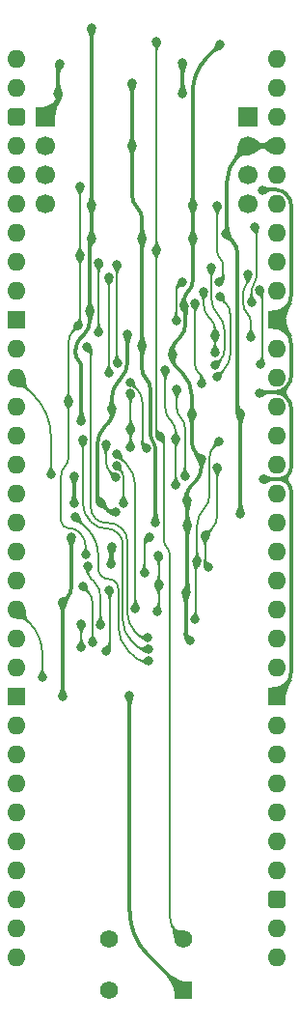
<source format=gbl>
%TF.GenerationSoftware,KiCad,Pcbnew,9.0.2*%
%TF.CreationDate,2025-07-03T20:32:23+02:00*%
%TF.ProjectId,Quad MPU Clock Generator,51756164-204d-4505-9520-436c6f636b20,V1*%
%TF.SameCoordinates,Original*%
%TF.FileFunction,Copper,L2,Bot*%
%TF.FilePolarity,Positive*%
%FSLAX46Y46*%
G04 Gerber Fmt 4.6, Leading zero omitted, Abs format (unit mm)*
G04 Created by KiCad (PCBNEW 9.0.2) date 2025-07-03 20:32:23*
%MOMM*%
%LPD*%
G01*
G04 APERTURE LIST*
G04 Aperture macros list*
%AMRoundRect*
0 Rectangle with rounded corners*
0 $1 Rounding radius*
0 $2 $3 $4 $5 $6 $7 $8 $9 X,Y pos of 4 corners*
0 Add a 4 corners polygon primitive as box body*
4,1,4,$2,$3,$4,$5,$6,$7,$8,$9,$2,$3,0*
0 Add four circle primitives for the rounded corners*
1,1,$1+$1,$2,$3*
1,1,$1+$1,$4,$5*
1,1,$1+$1,$6,$7*
1,1,$1+$1,$8,$9*
0 Add four rect primitives between the rounded corners*
20,1,$1+$1,$2,$3,$4,$5,0*
20,1,$1+$1,$4,$5,$6,$7,0*
20,1,$1+$1,$6,$7,$8,$9,0*
20,1,$1+$1,$8,$9,$2,$3,0*%
G04 Aperture macros list end*
%TA.AperFunction,ComponentPad*%
%ADD10R,1.700000X1.700000*%
%TD*%
%TA.AperFunction,ComponentPad*%
%ADD11C,1.700000*%
%TD*%
%TA.AperFunction,ComponentPad*%
%ADD12O,1.600000X1.600000*%
%TD*%
%TA.AperFunction,ComponentPad*%
%ADD13R,1.600000X1.600000*%
%TD*%
%TA.AperFunction,ComponentPad*%
%ADD14RoundRect,0.400000X-0.400000X-0.400000X0.400000X-0.400000X0.400000X0.400000X-0.400000X0.400000X0*%
%TD*%
%TA.AperFunction,ComponentPad*%
%ADD15C,1.575000*%
%TD*%
%TA.AperFunction,ComponentPad*%
%ADD16R,1.575000X1.575000*%
%TD*%
%TA.AperFunction,ViaPad*%
%ADD17C,0.800000*%
%TD*%
%TA.AperFunction,Conductor*%
%ADD18C,0.380000*%
%TD*%
%TA.AperFunction,Conductor*%
%ADD19C,0.200000*%
%TD*%
G04 APERTURE END LIST*
D10*
%TO.P,J13,1,Pin_1*%
%TO.N,unconnected-(J13-Pin_1-Pad1)*%
X20320000Y-5080000D03*
D11*
%TO.P,J13,2,Pin_2*%
%TO.N,/3.3V*%
X20320000Y-7620000D03*
%TO.P,J13,3,Pin_3*%
%TO.N,unconnected-(J13-Pin_3-Pad3)*%
X20320000Y-10160000D03*
%TO.P,J13,4,Pin_4*%
%TO.N,/CLK*%
X20320000Y-12700000D03*
%TD*%
D10*
%TO.P,J12,1,Pin_1*%
%TO.N,/5V*%
X2540000Y-5080000D03*
D11*
%TO.P,J12,2,Pin_2*%
%TO.N,/~{Reset} CLK*%
X2540000Y-7620000D03*
%TO.P,J12,3,Pin_3*%
%TO.N,unconnected-(J12-Pin_3-Pad3)*%
X2540000Y-10160000D03*
%TO.P,J12,4,Pin_4*%
%TO.N,/GND*%
X2540000Y-12700000D03*
%TD*%
D12*
%TO.P,J1,64,Pin_64*%
%TO.N,unconnected-(J1-Pin_64-Pad64)*%
X22860000Y0D03*
%TO.P,J1,63,Pin_63*%
%TO.N,unconnected-(J1-Pin_63-Pad63)*%
X22860000Y-2540000D03*
%TO.P,J1,62,Pin_62*%
%TO.N,unconnected-(J1-Pin_62-Pad62)*%
X22860000Y-5080000D03*
%TO.P,J1,61,Pin_61*%
%TO.N,/3.3V*%
X22860000Y-7620000D03*
%TO.P,J1,60,Pin_60*%
%TO.N,unconnected-(J1-Pin_60-Pad60)*%
X22860000Y-10160000D03*
%TO.P,J1,59,Pin_59*%
%TO.N,/CLK*%
X22860000Y-12700000D03*
%TO.P,J1,58,Pin_58*%
%TO.N,unconnected-(J1-Pin_58-Pad58)*%
X22860000Y-15240000D03*
%TO.P,J1,57,Pin_57*%
%TO.N,unconnected-(J1-Pin_57-Pad57)*%
X22860000Y-17780000D03*
%TO.P,J1,56,Pin_56*%
%TO.N,unconnected-(J1-Pin_56-Pad56)*%
X22860000Y-20320000D03*
D13*
%TO.P,J1,55,Pin_55*%
%TO.N,/GND*%
X22860000Y-22860000D03*
D12*
%TO.P,J1,54,Pin_54*%
%TO.N,unconnected-(J1-Pin_54-Pad54)*%
X22860000Y-25400000D03*
%TO.P,J1,53,Pin_53*%
%TO.N,unconnected-(J1-Pin_53-Pad53)*%
X22860000Y-27940000D03*
%TO.P,J1,52,Pin_52*%
%TO.N,unconnected-(J1-Pin_52-Pad52)*%
X22860000Y-30480000D03*
%TO.P,J1,51,Pin_51*%
%TO.N,unconnected-(J1-Pin_51-Pad51)*%
X22860000Y-33020000D03*
%TO.P,J1,50,Pin_50*%
%TO.N,unconnected-(J1-Pin_50-Pad50)*%
X22860000Y-35560000D03*
%TO.P,J1,49,Pin_49*%
%TO.N,unconnected-(J1-Pin_49-Pad49)*%
X22860000Y-38100000D03*
%TO.P,J1,48,Pin_48*%
%TO.N,unconnected-(J1-Pin_48-Pad48)*%
X22860000Y-40640000D03*
%TO.P,J1,47,Pin_47*%
%TO.N,unconnected-(J1-Pin_47-Pad47)*%
X22860000Y-43180000D03*
%TO.P,J1,46,Pin_46*%
%TO.N,unconnected-(J1-Pin_46-Pad46)*%
X22860000Y-45720000D03*
%TO.P,J1,45,Pin_45*%
%TO.N,unconnected-(J1-Pin_45-Pad45)*%
X22860000Y-48260000D03*
%TO.P,J1,44,Pin_44*%
%TO.N,unconnected-(J1-Pin_44-Pad44)*%
X22860000Y-50800000D03*
%TO.P,J1,43,Pin_43*%
%TO.N,unconnected-(J1-Pin_43-Pad43)*%
X22860000Y-53340000D03*
D13*
%TO.P,J1,42,Pin_42*%
%TO.N,/GND*%
X22860000Y-55880000D03*
D12*
%TO.P,J1,41,Pin_41*%
%TO.N,unconnected-(J1-Pin_41-Pad41)*%
X22860000Y-58420000D03*
%TO.P,J1,40,Pin_40*%
%TO.N,unconnected-(J1-Pin_40-Pad40)*%
X22860000Y-60960000D03*
%TO.P,J1,39,Pin_39*%
%TO.N,unconnected-(J1-Pin_39-Pad39)*%
X22860000Y-63500000D03*
%TO.P,J1,38,Pin_38*%
%TO.N,unconnected-(J1-Pin_38-Pad38)*%
X22860000Y-66040000D03*
%TO.P,J1,37,Pin_37*%
%TO.N,unconnected-(J1-Pin_37-Pad37)*%
X22860000Y-68580000D03*
%TO.P,J1,36,Pin_36*%
%TO.N,unconnected-(J1-Pin_36-Pad36)*%
X22860000Y-71120000D03*
D14*
%TO.P,J1,35,Pin_35*%
%TO.N,/5V*%
X22860000Y-73660000D03*
D12*
%TO.P,J1,34,Pin_34*%
%TO.N,unconnected-(J1-Pin_34-Pad34)*%
X22860000Y-76200000D03*
%TO.P,J1,33,Pin_33*%
%TO.N,unconnected-(J1-Pin_33-Pad33)*%
X22860000Y-78740000D03*
%TO.P,J1,32,Pin_32*%
%TO.N,unconnected-(J1-Pin_32-Pad32)*%
X0Y-78740000D03*
%TO.P,J1,31,Pin_31*%
%TO.N,unconnected-(J1-Pin_31-Pad31)*%
X0Y-76200000D03*
%TO.P,J1,30,Pin_30*%
%TO.N,unconnected-(J1-Pin_30-Pad30)*%
X0Y-73660000D03*
%TO.P,J1,29,Pin_29*%
%TO.N,unconnected-(J1-Pin_29-Pad29)*%
X0Y-71120000D03*
%TO.P,J1,28,Pin_28*%
%TO.N,unconnected-(J1-Pin_28-Pad28)*%
X0Y-68580000D03*
%TO.P,J1,27,Pin_27*%
%TO.N,unconnected-(J1-Pin_27-Pad27)*%
X0Y-66040000D03*
%TO.P,J1,26,Pin_26*%
%TO.N,unconnected-(J1-Pin_26-Pad26)*%
X0Y-63500000D03*
%TO.P,J1,25,Pin_25*%
%TO.N,unconnected-(J1-Pin_25-Pad25)*%
X0Y-60960000D03*
%TO.P,J1,24,Pin_24*%
%TO.N,unconnected-(J1-Pin_24-Pad24)*%
X0Y-58420000D03*
D13*
%TO.P,J1,23,Pin_23*%
%TO.N,/GND*%
X0Y-55880000D03*
D12*
%TO.P,J1,22,Pin_22*%
%TO.N,unconnected-(J1-Pin_22-Pad22)*%
X0Y-53340000D03*
%TO.P,J1,21,Pin_21*%
%TO.N,/~{Main Access3}*%
X0Y-50800000D03*
%TO.P,J1,20,Pin_20*%
%TO.N,/~{MPU Clock3}*%
X0Y-48260000D03*
%TO.P,J1,19,Pin_19*%
%TO.N,unconnected-(J1-Pin_19-Pad19)*%
X0Y-45720000D03*
%TO.P,J1,18,Pin_18*%
%TO.N,/~{Main Access2}*%
X0Y-43180000D03*
%TO.P,J1,17,Pin_17*%
%TO.N,/~{MPU Clock2}*%
X0Y-40640000D03*
%TO.P,J1,16,Pin_16*%
%TO.N,unconnected-(J1-Pin_16-Pad16)*%
X0Y-38100000D03*
%TO.P,J1,15,Pin_15*%
%TO.N,/~{Main Access1}*%
X0Y-35560000D03*
%TO.P,J1,14,Pin_14*%
%TO.N,/~{MPU Clock1}*%
X0Y-33020000D03*
%TO.P,J1,13,Pin_13*%
%TO.N,/~{Reset Switch}*%
X0Y-30480000D03*
%TO.P,J1,12,Pin_12*%
%TO.N,/~{Main Access0}*%
X0Y-27940000D03*
%TO.P,J1,11,Pin_11*%
%TO.N,/~{MPU Clock0}*%
X0Y-25400000D03*
D13*
%TO.P,J1,10,Pin_10*%
%TO.N,/GND*%
X0Y-22860000D03*
D12*
%TO.P,J1,9,Pin_9*%
%TO.N,/~{Reset}*%
X0Y-20320000D03*
%TO.P,J1,8,Pin_8*%
%TO.N,unconnected-(J1-Pin_8-Pad8)*%
X0Y-17780000D03*
%TO.P,J1,7,Pin_7*%
%TO.N,unconnected-(J1-Pin_7-Pad7)*%
X0Y-15240000D03*
%TO.P,J1,6,Pin_6*%
%TO.N,/GND*%
X0Y-12700000D03*
%TO.P,J1,5,Pin_5*%
%TO.N,unconnected-(J1-Pin_5-Pad5)*%
X0Y-10160000D03*
%TO.P,J1,4,Pin_4*%
%TO.N,/~{Reset} CLK*%
X0Y-7620000D03*
D14*
%TO.P,J1,3,Pin_3*%
%TO.N,/5V*%
X0Y-5080000D03*
D12*
%TO.P,J1,2,Pin_2*%
%TO.N,unconnected-(J1-Pin_2-Pad2)*%
X0Y-2540000D03*
%TO.P,J1,1,Pin_1*%
%TO.N,unconnected-(J1-Pin_1-Pad1)*%
X0Y0D03*
%TD*%
D15*
%TO.P,S2,4,N2*%
%TO.N,unconnected-(S2-N2-Pad4)*%
X8180000Y-77161000D03*
%TO.P,S2,3,N1*%
%TO.N,/~{Reset Switch}*%
X14680000Y-77161000D03*
%TO.P,S2,2,C2*%
%TO.N,unconnected-(S2-C2-Pad2)*%
X8180000Y-81661000D03*
D16*
%TO.P,S2,1,C1*%
%TO.N,/GND*%
X14680000Y-81661000D03*
%TD*%
D17*
%TO.N,/5V*%
X3810000Y-442000D03*
X3683000Y-3048000D03*
X14605000Y-3048000D03*
X14605000Y-381000D03*
%TO.N,/GND*%
X9906000Y-55778400D03*
X6604000Y2667000D03*
X6604000Y-12827000D03*
X14986010Y-38735000D03*
X14732263Y-21676883D03*
X9768049Y-24138733D03*
X6477000Y-22098008D03*
X15036800Y-40894000D03*
X8763000Y-39751013D03*
X5715000Y-31750000D03*
X4064000Y-47625000D03*
X14882239Y-46756901D03*
X15417802Y-31165802D03*
X5080000Y-36576000D03*
X15240000Y-50997000D03*
X15494000Y-15748000D03*
X17907000Y1270000D03*
X6604000Y-15748000D03*
X21336000Y-29337000D03*
X15494000Y-12827000D03*
X16256000Y-35052000D03*
X4826000Y-41957000D03*
X21717000Y-36830000D03*
X21590000Y-11557000D03*
X13716000Y-25908000D03*
X4064000Y-55880000D03*
X8382000Y-30681000D03*
X7366001Y-38861999D03*
X5080000Y-38989006D03*
%TO.N,/3.3V*%
X18390302Y-15368352D03*
X11049000Y-25146000D03*
X8382000Y-42781000D03*
X10160000Y-7620000D03*
X10160000Y-2159000D03*
X8332937Y-44323000D03*
X12192000Y-40640000D03*
X19685000Y-39878000D03*
X11048996Y-15748004D03*
X19685000Y-31114992D03*
%TO.N,/~{Reset}_{2}*%
X14542018Y-19570000D03*
X14032263Y-22987000D03*
%TO.N,/Reset_{2s}*%
X17850958Y-20858000D03*
X17589500Y-27876500D03*
%TO.N,/~{CLK}_{s}*%
X17145006Y-18288000D03*
X17477770Y-26828470D03*
%TO.N,/CLK_{2}*%
X20320000Y-18923000D03*
X20574000Y-24384000D03*
%TO.N,/C1*%
X8128000Y-19177000D03*
X8128000Y-27559000D03*
%TO.N,/C0*%
X8862000Y-26653589D03*
X8839498Y-18034000D03*
%TO.N,/~{Reset}*%
X20955000Y-14732000D03*
X20639000Y-21336000D03*
%TO.N,/~{Y3}*%
X10033000Y-32423230D03*
X10033000Y-29337000D03*
X10033000Y-34036000D03*
%TO.N,/~{Y2}*%
X10022381Y-28337054D03*
X11426730Y-34115898D03*
%TO.N,/~{Y1}*%
X14797558Y-36576000D03*
X14097000Y-28956000D03*
%TO.N,/~{Y0}*%
X13994833Y-33260212D03*
X13081000Y-27280998D03*
X14002500Y-37344056D03*
%TO.N,/~{Y0}\u00B7~{Y2}*%
X15875000Y-44069000D03*
X7396490Y-49589986D03*
X17776499Y-33549152D03*
X6276000Y-44429194D03*
X15672239Y-49148992D03*
%TO.N,/~{Y1}\u00B7~{Y3}*%
X16575000Y-41783000D03*
X11238000Y-45083742D03*
X11684000Y-41910000D03*
X16891000Y-44577000D03*
X17656000Y-35814000D03*
%TO.N,/~{Reset}_{2s}*%
X6096000Y-43445525D03*
X5588000Y-17233000D03*
X4574875Y-30000000D03*
X5588000Y-11176000D03*
X5461000Y-23368000D03*
X17442000Y-25719000D03*
X17442000Y-24195000D03*
X16424066Y-20447000D03*
%TO.N,/CLK_{2s}*%
X7239000Y-24003000D03*
X7239000Y-17907000D03*
%TO.N,/~{Q}_{0}*%
X6696490Y-51169000D03*
X5828042Y-46221327D03*
%TO.N,/~{Q}_{1}*%
X8156786Y-46556844D03*
X7902068Y-51867306D03*
%TO.N,/~{Q}_{2}*%
X12478988Y-43562352D03*
X5705637Y-51562000D03*
X12502862Y-46094693D03*
X5705637Y-49530000D03*
X12345505Y-48413499D03*
%TO.N,/~{Main Access0}*%
X3048000Y-36449000D03*
%TO.N,/~{Main Access1}*%
X8698000Y-36677120D03*
X7894475Y-33828246D03*
%TO.N,/~{CLK}*%
X21463000Y-26797000D03*
X21339000Y-20279818D03*
%TO.N,/CLK*%
X17649121Y-12875819D03*
X17824066Y-19558000D03*
%TO.N,/~{Main Access2}*%
X8805842Y-35677140D03*
X9398000Y-38961000D03*
%TO.N,/~{Main Access3}*%
X8828000Y-34654979D03*
X10459628Y-48186000D03*
%TO.N,/~{MPU Clock0}*%
X6223000Y-25273000D03*
X11556875Y-50729129D03*
%TO.N,/~{MPU Clock1}*%
X11570982Y-51729032D03*
X5842000Y-33399493D03*
%TO.N,/~{MPU Clock2}*%
X11606002Y-52754000D03*
X5207000Y-40149050D03*
%TO.N,/~{MPU Clock3}*%
X2286000Y-54229000D03*
%TO.N,/~{Reset Switch}*%
X12319000Y1547500D03*
X12319004Y-16764000D03*
X12645435Y-33085000D03*
%TO.N,/Reset_{2}*%
X16256000Y-28448000D03*
X15693375Y-21400716D03*
%TD*%
D18*
%TO.N,/3.3V*%
X11770115Y-32996771D02*
G75*
G03*
X12003551Y-33560357I796985J-29D01*
G01*
X10160000Y-11944384D02*
G75*
G03*
X10604493Y-13017503I1517600J-16D01*
G01*
X19431000Y-30681386D02*
G75*
G03*
X19557994Y-30987998I433600J-14D01*
G01*
X11049000Y-27176094D02*
G75*
G03*
X11409559Y-28046555I1231000J-6D01*
G01*
X18489121Y-15199657D02*
G75*
G02*
X18439738Y-15318969I-168721J-43D01*
G01*
X18910651Y-15888701D02*
G75*
G02*
X19430970Y-17144934I-1256251J-1256199D01*
G01*
X12003557Y-33560351D02*
G75*
G02*
X12236984Y-34123931I-563557J-563549D01*
G01*
X10604498Y-13017498D02*
G75*
G02*
X11048993Y-14090611I-1073098J-1073102D01*
G01*
X12237000Y-40563180D02*
G75*
G02*
X12214506Y-40617506I-76800J-20D01*
G01*
X19404560Y-8535439D02*
G75*
G03*
X18489117Y-10745505I2210040J-2210061D01*
G01*
X8357468Y-42805531D02*
G75*
G03*
X8332907Y-42864755I59232J-59269D01*
G01*
X11409557Y-28046557D02*
G75*
G02*
X11770102Y-28917020I-870457J-870443D01*
G01*
%TO.N,/GND*%
X9956800Y-74683836D02*
G75*
G03*
X11550590Y-78531594I5441550J-4D01*
G01*
X23701457Y-11858542D02*
G75*
G03*
X22666864Y-11430015I-1034557J-1034558D01*
G01*
X14566901Y-27520901D02*
G75*
G02*
X15417805Y-29575157I-2054251J-2054259D01*
G01*
X6477000Y-22860004D02*
G75*
G02*
X5938181Y-24160806I-1839600J4D01*
G01*
X21806802Y-11430000D02*
G75*
G03*
X21653499Y-11493499I-2J-216800D01*
G01*
X15494000Y-19436564D02*
G75*
G02*
X15113130Y-20356061I-1300370J4D01*
G01*
X14882239Y-50386263D02*
G75*
G03*
X15061096Y-50818142I610761J-37D01*
G01*
X23045987Y-36830000D02*
G75*
G03*
X23812504Y-36512504I13J1084000D01*
G01*
X23812500Y-37147500D02*
G75*
G03*
X23045987Y-36830005I-766500J-766500D01*
G01*
X23812500Y-36512500D02*
G75*
G03*
X23812500Y-37147500I317500J-317500D01*
G01*
X5656012Y-24442987D02*
G75*
G03*
X5206992Y-25527000I1083988J-1084013D01*
G01*
X24130000Y-20691974D02*
G75*
G02*
X23495001Y-22225001I-2168040J4D01*
G01*
X15064586Y-20404607D02*
G75*
G03*
X14732272Y-21206907I802314J-802293D01*
G01*
X8382000Y-31152000D02*
G75*
G02*
X8048954Y-31956049I-1137100J0D01*
G01*
X23495000Y-23495000D02*
G75*
G02*
X24129989Y-25028025I-1533000J-1533000D01*
G01*
X6449000Y-22050209D02*
G75*
G03*
X6463004Y-22084004I47800J9D01*
G01*
X6526500Y-15825500D02*
G75*
G03*
X6449001Y-16012601I187100J-187100D01*
G01*
X23812500Y-37147500D02*
G75*
G02*
X24129995Y-37914012I-766500J-766500D01*
G01*
X5461000Y-26416000D02*
G75*
G02*
X5714996Y-27029210I-613200J-613200D01*
G01*
X9931400Y-55803800D02*
G75*
G02*
X9956791Y-55865121I-61300J-61300D01*
G01*
X4826000Y-46324184D02*
G75*
G02*
X4444999Y-47243999I-1300820J4D01*
G01*
X16256000Y-35782252D02*
G75*
G02*
X15739633Y-37028871I-1762990J2D01*
G01*
X14859000Y-23131276D02*
G75*
G02*
X14287498Y-24510998I-1951230J6D01*
G01*
X16700500Y63500D02*
G75*
G03*
X15493999Y-2849248I2912750J-2912750D01*
G01*
X7104475Y-38415546D02*
G75*
G03*
X7235236Y-38731238I446455J-4D01*
G01*
X15011405Y-38760395D02*
G75*
G02*
X15036798Y-38821703I-61305J-61305D01*
G01*
X14795631Y-21740251D02*
G75*
G02*
X14858961Y-21893236I-153031J-152949D01*
G01*
X24130000Y-27746864D02*
G75*
G02*
X23701468Y-28781468I-1463100J-36D01*
G01*
X13716000Y-26289000D02*
G75*
G03*
X13985410Y-26939404I919800J0D01*
G01*
X5207000Y-25802789D02*
G75*
G03*
X5460997Y-26416003I867200J-11D01*
G01*
X23701457Y-29638542D02*
G75*
G02*
X24129985Y-30673135I-1034557J-1034558D01*
G01*
X8075415Y-39571413D02*
G75*
G03*
X8509007Y-39751002I433585J433613D01*
G01*
X9773524Y-24144208D02*
G75*
G02*
X9778979Y-24157427I-13224J-13192D01*
G01*
X23701457Y-11858542D02*
G75*
G02*
X24129985Y-12893135I-1034557J-1034558D01*
G01*
X21552802Y-29210000D02*
G75*
G03*
X21399499Y-29273499I-2J-216800D01*
G01*
X24130000Y-35745987D02*
G75*
G02*
X23812504Y-36512504I-1084000J-13D01*
G01*
X22666864Y-29210000D02*
G75*
G03*
X23701468Y-28781468I36J1463100D01*
G01*
X23701457Y-29638542D02*
G75*
G03*
X22666864Y-29210015I-1034557J-1034558D01*
G01*
X23701457Y-28781457D02*
G75*
G03*
X23701456Y-29638542I428543J-428543D01*
G01*
X9779000Y-26444171D02*
G75*
G02*
X9080499Y-28130499I-2384830J1D01*
G01*
X15417802Y-33621106D02*
G75*
G03*
X15836903Y-34632899I1430898J6D01*
G01*
X9036780Y-28174219D02*
G75*
G03*
X8382010Y-29755000I1580820J-1580781D01*
G01*
X15036800Y-46493048D02*
G75*
G02*
X14959505Y-46679606I-263900J48D01*
G01*
X24130000Y-53711974D02*
G75*
G02*
X23495001Y-55245001I-2168040J4D01*
G01*
X7743237Y-32261762D02*
G75*
G03*
X7104441Y-33803871I1542063J-1542138D01*
G01*
X15322771Y-37445733D02*
G75*
G03*
X14986047Y-38258747I813029J-812967D01*
G01*
X14007858Y-24790641D02*
G75*
G03*
X13716044Y-25495250I704642J-704559D01*
G01*
%TO.N,/5V*%
X3683000Y-3492500D02*
G75*
G02*
X3368688Y-4251305I-1073100J0D01*
G01*
X3746500Y-505500D02*
G75*
G03*
X3683001Y-658802I153300J-153300D01*
G01*
D19*
%TO.N,/Reset_{2}*%
X15693375Y-26794575D02*
G75*
G03*
X15974682Y-27473728I960425J-25D01*
G01*
X16011000Y-27510036D02*
G75*
G02*
X16255982Y-28101518I-591500J-591464D01*
G01*
%TO.N,/~{Reset Switch}*%
X12799717Y-33239282D02*
G75*
G02*
X12954019Y-33611753I-372517J-372518D01*
G01*
X13208000Y-42799000D02*
G75*
G02*
X13461996Y-43412210I-613200J-613200D01*
G01*
X12301000Y-32497012D02*
G75*
G03*
X12473221Y-32912778I588000J12D01*
G01*
X12310002Y-16773002D02*
G75*
G03*
X12301014Y-16794734I21698J-21698D01*
G01*
X13462000Y-75081743D02*
G75*
G03*
X14070998Y-76552002I2079250J-7D01*
G01*
X12954000Y-42185789D02*
G75*
G03*
X13207997Y-42799003I867200J-11D01*
G01*
%TO.N,/~{MPU Clock3}*%
X1143000Y-49403000D02*
G75*
G02*
X2286000Y-52162446I-2759454J-2759449D01*
G01*
%TO.N,/~{MPU Clock2}*%
X10402690Y-52439690D02*
G75*
G03*
X11161501Y-52754005I758810J758790D01*
G01*
X8959613Y-49753952D02*
G75*
G03*
X9838304Y-51875308I3000037J-8D01*
G01*
X6201113Y-41143163D02*
G75*
G02*
X7195223Y-43543164I-2400003J-2399997D01*
G01*
X7497881Y-45343881D02*
G75*
G03*
X8099306Y-45593008I601419J601381D01*
G01*
X8700731Y-45842118D02*
G75*
G03*
X8099306Y-45592983I-601431J-601382D01*
G01*
X8705613Y-45847000D02*
G75*
G02*
X8959605Y-46460210I-613213J-613200D01*
G01*
X7195226Y-44651062D02*
G75*
G03*
X7471115Y-45317111I941934J2D01*
G01*
%TO.N,/~{MPU Clock1}*%
X8934306Y-41573306D02*
G75*
G03*
X7907525Y-41147986I-1026806J-1026794D01*
G01*
X10574834Y-51468834D02*
G75*
G03*
X11203007Y-51729038I628166J628134D01*
G01*
X8934306Y-41573306D02*
G75*
G02*
X9359614Y-42600087I-1026806J-1026794D01*
G01*
X5842000Y-38935500D02*
G75*
G03*
X6490026Y-40499974I2212500J0D01*
G01*
X6653348Y-40663296D02*
G75*
G03*
X7823526Y-41147976I1170152J1170196D01*
G01*
X9359613Y-49210334D02*
G75*
G03*
X10097324Y-50991320I2518697J4D01*
G01*
%TO.N,/~{MPU Clock0}*%
X10773511Y-50524511D02*
G75*
G03*
X11267502Y-50729121I493989J494011D01*
G01*
X6946171Y-40289487D02*
G75*
G03*
X7876056Y-40674660I929889J929887D01*
G01*
X9278635Y-41155635D02*
G75*
G03*
X8117453Y-40674661I-1161175J-1161175D01*
G01*
X6561000Y-39359601D02*
G75*
G03*
X6946163Y-40289495I1315100J1D01*
G01*
X9759612Y-48648990D02*
G75*
G03*
X10368876Y-50119864I2080088J-10D01*
G01*
X9278635Y-41155635D02*
G75*
G02*
X9759614Y-42316816I-1161135J-1161165D01*
G01*
X6392000Y-25442000D02*
G75*
G02*
X6560999Y-25850002I-408000J-408000D01*
G01*
%TO.N,/~{Main Access3}*%
X9643814Y-35470793D02*
G75*
G02*
X10459625Y-37440342I-1969554J-1969547D01*
G01*
%TO.N,/~{Main Access2}*%
X9101921Y-35973219D02*
G75*
G02*
X9397981Y-36688016I-714821J-714781D01*
G01*
%TO.N,/CLK*%
X18161000Y-18982817D02*
G75*
G02*
X17992528Y-19389528I-575200J17D01*
G01*
X17905060Y-17524060D02*
G75*
G02*
X18161043Y-18141953I-617860J-617940D01*
G01*
X17649121Y-16906167D02*
G75*
G03*
X17905034Y-17524086I873879J-33D01*
G01*
%TO.N,/~{CLK}*%
X21464500Y-20405318D02*
G75*
G02*
X21589994Y-20708301I-303000J-302982D01*
G01*
X21590000Y-26580197D02*
G75*
G02*
X21526501Y-26733501I-216800J-3D01*
G01*
%TO.N,/~{Main Access1}*%
X7856001Y-35239737D02*
G75*
G03*
X8276997Y-36256123I1437389J-3D01*
G01*
X7875238Y-33847483D02*
G75*
G03*
X7856025Y-33893925I46462J-46417D01*
G01*
%TO.N,/~{Main Access0}*%
X1524000Y-29464000D02*
G75*
G02*
X3048000Y-33143261I-3679263J-3679262D01*
G01*
%TO.N,/~{Q}_{2}*%
X12502862Y-48144873D02*
G75*
G02*
X12424204Y-48334841I-268662J-27D01*
G01*
X12490925Y-43574289D02*
G75*
G02*
X12502855Y-43603107I-28825J-28811D01*
G01*
%TO.N,/~{Q}_{1}*%
X8193000Y-51370654D02*
G75*
G02*
X8047534Y-51721840I-496660J4D01*
G01*
X8174893Y-46574951D02*
G75*
G02*
X8193031Y-46618665I-43693J-43749D01*
G01*
%TO.N,/~{Q}_{0}*%
X6262266Y-46655551D02*
G75*
G02*
X6696488Y-47703860I-1048316J-1048309D01*
G01*
%TO.N,/~{Reset}_{2s}*%
X5633238Y-41610762D02*
G75*
G02*
X6096001Y-42727969I-1117208J-1117208D01*
G01*
X16441555Y-21517578D02*
G75*
G03*
X16941771Y-22725228I1707845J-22D01*
G01*
X4255937Y-35749062D02*
G75*
G03*
X3937003Y-36519045I769983J-769978D01*
G01*
X3937000Y-40497592D02*
G75*
G03*
X4127498Y-40957502I650400J-8D01*
G01*
X4127500Y-40957500D02*
G75*
G03*
X4587407Y-41147997I459900J459900D01*
G01*
X17099210Y-22882655D02*
G75*
G02*
X17441971Y-23710222I-827610J-827545D01*
G01*
X16432810Y-20455744D02*
G75*
G02*
X16441587Y-20476855I-21110J-21156D01*
G01*
X5471871Y-41449395D02*
G75*
G03*
X4744238Y-41148002I-727631J-727635D01*
G01*
X4572000Y-29995092D02*
G75*
G03*
X4573435Y-29998564I4900J-8D01*
G01*
X5016500Y-23812500D02*
G75*
G03*
X4572007Y-24885617I1073100J-1073100D01*
G01*
X5588000Y-23151197D02*
G75*
G02*
X5524501Y-23304501I-216800J-3D01*
G01*
X4574875Y-34979079D02*
G75*
G02*
X4255936Y-35749061I-1088935J9D01*
G01*
%TO.N,/~{Y1}\u00B7~{Y3}*%
X11461000Y-42133000D02*
G75*
G03*
X11237987Y-42671369I538400J-538400D01*
G01*
X16575000Y-44037554D02*
G75*
G03*
X16732987Y-44419013I539400J-46D01*
G01*
X17656000Y-39937617D02*
G75*
G02*
X17115495Y-41242495I-1845400J17D01*
G01*
%TO.N,/~{Y0}\u00B7~{Y2}*%
X6836245Y-45825245D02*
G75*
G02*
X7396495Y-47177796I-1352545J-1352555D01*
G01*
X17366249Y-33959401D02*
G75*
G03*
X16956028Y-34949831I990451J-990399D01*
G01*
X16415500Y-39528000D02*
G75*
G03*
X15874993Y-40832882I1304900J-1304900D01*
G01*
X16956000Y-38223117D02*
G75*
G02*
X16415495Y-39527995I-1845400J17D01*
G01*
X15748000Y-49019659D02*
G75*
G02*
X15710133Y-49111125I-129300J-41D01*
G01*
X15811500Y-44132500D02*
G75*
G03*
X15748001Y-44285802I153300J-153300D01*
G01*
X6276000Y-44847097D02*
G75*
G03*
X6571502Y-45560502I1008900J-3D01*
G01*
%TO.N,/~{Y0}*%
X13604376Y-31765376D02*
G75*
G02*
X13994808Y-32708022I-942676J-942624D01*
G01*
X13081000Y-30595822D02*
G75*
G03*
X13537917Y-31698915I1560010J2D01*
G01*
X13998666Y-33264045D02*
G75*
G02*
X14002496Y-33273300I-9266J-9255D01*
G01*
%TO.N,/~{Y1}*%
X14447279Y-31465279D02*
G75*
G02*
X14797530Y-32310927I-845679J-845621D01*
G01*
X14097000Y-30619630D02*
G75*
G03*
X14447300Y-31465258I1195900J30D01*
G01*
%TO.N,/~{Y2}*%
X10544690Y-28859363D02*
G75*
G02*
X11066972Y-30120330I-1260990J-1260937D01*
G01*
X11067000Y-33501800D02*
G75*
G03*
X11246865Y-33936033I614100J0D01*
G01*
%TO.N,/~{Reset}*%
X21082000Y-19175437D02*
G75*
G02*
X20860492Y-19710178I-756300J37D01*
G01*
X21018500Y-14795500D02*
G75*
G02*
X21081999Y-14948802I-153300J-153300D01*
G01*
X20860500Y-19710186D02*
G75*
G03*
X20639010Y-20244934I534700J-534714D01*
G01*
%TO.N,/C0*%
X8839498Y-26615175D02*
G75*
G03*
X8850739Y-26642348I38402J-25D01*
G01*
%TO.N,/CLK_{2}*%
X19939000Y-21521987D02*
G75*
G03*
X20256496Y-22288504I1084000J-13D01*
G01*
X20129500Y-19875500D02*
G75*
G03*
X19939003Y-20335407I459900J-459900D01*
G01*
X20320000Y-19415592D02*
G75*
G02*
X20129502Y-19875502I-650400J-8D01*
G01*
X20256500Y-22288500D02*
G75*
G02*
X20573995Y-23055012I-766500J-766500D01*
G01*
%TO.N,/~{CLK}_{s}*%
X17706033Y-22431083D02*
G75*
G02*
X18288005Y-23836075I-1405033J-1405017D01*
G01*
X17124066Y-21026090D02*
G75*
G03*
X17706033Y-22431083I1986934J-10D01*
G01*
X17134536Y-18298470D02*
G75*
G03*
X17124095Y-18323746I25264J-25230D01*
G01*
X18288000Y-25445320D02*
G75*
G02*
X17882885Y-26423355I-1383200J20D01*
G01*
%TO.N,/Reset_{2s}*%
X18323479Y-21330521D02*
G75*
G02*
X18796005Y-22471287I-1140779J-1140779D01*
G01*
X18796000Y-25816875D02*
G75*
G02*
X18192748Y-27273248I-2059630J5D01*
G01*
%TO.N,/~{Reset}_{2}*%
X14287140Y-19824877D02*
G75*
G03*
X14032276Y-20440206I615360J-615323D01*
G01*
%TO.N,/~{Y1}*%
X14097000Y-28956000D02*
X14097000Y-30619630D01*
X14797558Y-32310927D02*
X14797558Y-36576000D01*
D18*
%TO.N,/GND*%
X15417802Y-29575157D02*
X15417802Y-31165802D01*
X14566901Y-27520901D02*
X13985407Y-26939407D01*
X13716000Y-26289000D02*
X13716000Y-25908000D01*
D19*
%TO.N,/~{Y0}*%
X13994833Y-32708022D02*
X13994833Y-33260212D01*
X13604376Y-31765376D02*
X13537916Y-31698916D01*
X13081000Y-27280998D02*
X13081000Y-30595822D01*
%TO.N,/~{Y3}*%
X10033000Y-32423230D02*
X10033000Y-34036000D01*
X10033000Y-32423230D02*
X10033000Y-29337000D01*
%TO.N,/~{Y1}\u00B7~{Y3}*%
X17656000Y-35814000D02*
X17656000Y-39937617D01*
X16575000Y-41783000D02*
X17115500Y-41242500D01*
%TO.N,/~{Y0}*%
X14002500Y-37344056D02*
X14002500Y-33273300D01*
X13994833Y-33260212D02*
X13998666Y-33264045D01*
%TO.N,/~{Reset Switch}*%
X14071000Y-76552000D02*
X14680000Y-77161000D01*
X13462000Y-43412210D02*
X13462000Y-75081743D01*
X12954000Y-33611753D02*
X12954000Y-42185789D01*
X12799717Y-33239282D02*
X12645435Y-33085000D01*
D18*
%TO.N,/5V*%
X14605000Y-3048000D02*
X14605000Y-381000D01*
X3810000Y-442000D02*
X3746500Y-505500D01*
X3368691Y-4251308D02*
X2540000Y-5080000D01*
X3683000Y-3048000D02*
X3683000Y-3492500D01*
X3683000Y-3048000D02*
X3683000Y-658802D01*
%TO.N,/GND*%
X6604000Y2667000D02*
X6604000Y-12827000D01*
X24130000Y-25028025D02*
X24130000Y-27746864D01*
X7366001Y-38861999D02*
X8075415Y-39571413D01*
X6463000Y-22084008D02*
X6477000Y-22098008D01*
X21336000Y-29337000D02*
X21399500Y-29273500D01*
X15113131Y-20356062D02*
X15064586Y-20404607D01*
X15494000Y-12827000D02*
X15494000Y-2849248D01*
X5080000Y-38989006D02*
X5080000Y-36576000D01*
X14859000Y-23131276D02*
X14859000Y-21893236D01*
X23495000Y-22225000D02*
X22860000Y-22860000D01*
X5207000Y-25527000D02*
X5207000Y-25802789D01*
X9956800Y-74683836D02*
X9956800Y-55865121D01*
X9773524Y-24144208D02*
X9768049Y-24138733D01*
X4064000Y-47625000D02*
X4064000Y-55880000D01*
X15739633Y-37028871D02*
X15322771Y-37445733D01*
X15494000Y-19436564D02*
X15494000Y-15748000D01*
X8048952Y-31956047D02*
X7743237Y-32261762D01*
X15011405Y-38760395D02*
X14986010Y-38735000D01*
X8763000Y-39751013D02*
X8509007Y-39751013D01*
X23495000Y-23495000D02*
X22860000Y-22860000D01*
X8382000Y-30681000D02*
X8382000Y-29755000D01*
X24130000Y-37914012D02*
X24130000Y-53711974D01*
X16256000Y-35782252D02*
X16256000Y-35052000D01*
X14732263Y-21206907D02*
X14732263Y-21676883D01*
X6477000Y-22860004D02*
X6477000Y-22098008D01*
X23495000Y-55245000D02*
X22860000Y-55880000D01*
X6526500Y-15825500D02*
X6604000Y-15748000D01*
X15417802Y-31165802D02*
X15417802Y-33621106D01*
X5715000Y-31750000D02*
X5715000Y-27029210D01*
X16700500Y63500D02*
X17907000Y1270000D01*
X9080499Y-28130499D02*
X9036780Y-28174219D01*
X24130000Y-20691974D02*
X24130000Y-12893135D01*
X21552802Y-29210000D02*
X22666864Y-29210000D01*
X6449000Y-22050209D02*
X6449000Y-16012601D01*
X9906000Y-55778400D02*
X9931400Y-55803800D01*
X4826000Y-46324184D02*
X4826000Y-41957000D01*
X5938187Y-24160812D02*
X5656012Y-24442987D01*
X14732263Y-21676883D02*
X14795631Y-21740251D01*
X7366001Y-38861999D02*
X7235238Y-38731236D01*
X8382000Y-31152000D02*
X8382000Y-30681000D01*
X14287499Y-24510999D02*
X14007858Y-24790641D01*
X15061119Y-50818119D02*
X15240000Y-50997000D01*
X15036800Y-38821703D02*
X15036800Y-40894000D01*
X4064000Y-47625000D02*
X4445000Y-47244000D01*
X11550592Y-78531592D02*
X14680000Y-81661000D01*
X22666864Y-11430000D02*
X21806802Y-11430000D01*
X7104475Y-38415546D02*
X7104475Y-33803871D01*
X24130000Y-30673135D02*
X24130000Y-35745987D01*
X13716000Y-25908000D02*
X13716000Y-25495250D01*
X15036800Y-40894000D02*
X15036800Y-46493048D01*
X16256000Y-35052000D02*
X15836901Y-34632901D01*
X21653500Y-11493500D02*
X21590000Y-11557000D01*
X9779000Y-24157427D02*
X9779000Y-26444171D01*
X15494000Y-15748000D02*
X15494000Y-12827000D01*
X6604000Y-15748000D02*
X6604000Y-12827000D01*
X23045987Y-36830000D02*
X21717000Y-36830000D01*
X14882239Y-46756901D02*
X14882239Y-50386263D01*
X14986010Y-38735000D02*
X14986010Y-38258747D01*
X14882239Y-46756901D02*
X14959519Y-46679620D01*
%TO.N,/3.3V*%
X18390302Y-15368352D02*
X18910651Y-15888701D01*
X10160000Y-11944384D02*
X10160000Y-7620000D01*
X18489121Y-15199657D02*
X18489121Y-10745505D01*
X20320000Y-7620000D02*
X22860000Y-7620000D01*
X18390302Y-15368352D02*
X18439711Y-15318942D01*
X12192000Y-40640000D02*
X12214500Y-40617500D01*
X10160000Y-7620000D02*
X10160000Y-2159000D01*
X19558000Y-30987992D02*
X19685000Y-31114992D01*
X19685000Y-39878000D02*
X19685000Y-31114992D01*
X8382000Y-42781000D02*
X8357468Y-42805531D01*
X11049000Y-25146000D02*
X11049000Y-27176094D01*
X11770115Y-32996771D02*
X11770115Y-28917020D01*
X11048996Y-25145996D02*
X11049000Y-25146000D01*
X11048996Y-14090611D02*
X11048996Y-15748004D01*
X19431000Y-30681386D02*
X19431000Y-17144934D01*
X20320000Y-7620000D02*
X19404560Y-8535439D01*
X12237000Y-34123931D02*
X12237000Y-40563180D01*
X8332937Y-42864755D02*
X8332937Y-44323000D01*
X11048996Y-25145996D02*
X11048996Y-15748004D01*
D19*
%TO.N,/~{Reset}_{2}*%
X14032263Y-20440206D02*
X14032263Y-22987000D01*
X14287140Y-19824877D02*
X14542018Y-19570000D01*
%TO.N,/Reset_{2s}*%
X17589500Y-27876500D02*
X18192750Y-27273250D01*
X18796000Y-22471287D02*
X18796000Y-25816875D01*
X18323479Y-21330521D02*
X17850958Y-20858000D01*
%TO.N,/~{CLK}_{s}*%
X17477770Y-26828470D02*
X17882885Y-26423355D01*
X18288000Y-23836075D02*
X18288000Y-25445320D01*
X17134536Y-18298470D02*
X17145006Y-18288000D01*
X17124066Y-21026090D02*
X17124066Y-18323746D01*
%TO.N,/CLK_{2}*%
X19939000Y-21521987D02*
X19939000Y-20335407D01*
X20574000Y-24384000D02*
X20574000Y-23055012D01*
X20320000Y-18923000D02*
X20320000Y-19415592D01*
%TO.N,/C1*%
X8128000Y-19177000D02*
X8128000Y-27559000D01*
%TO.N,/C0*%
X8839498Y-26615175D02*
X8839498Y-18034000D01*
X8862000Y-26653589D02*
X8850749Y-26642338D01*
%TO.N,/~{Reset}*%
X21082000Y-19175437D02*
X21082000Y-14948802D01*
X20639000Y-21336000D02*
X20639000Y-20244934D01*
X20955000Y-14732000D02*
X21018500Y-14795500D01*
%TO.N,/~{Y2}*%
X10544690Y-28859363D02*
X10022381Y-28337054D01*
X11426730Y-34115898D02*
X11246865Y-33936033D01*
X11067000Y-30120330D02*
X11067000Y-33501800D01*
%TO.N,/~{Y0}\u00B7~{Y2}*%
X6276000Y-44429194D02*
X6276000Y-44847097D01*
X7396490Y-47177796D02*
X7396490Y-49589986D01*
X15748000Y-49019659D02*
X15748000Y-44285802D01*
X17366249Y-33959401D02*
X17776499Y-33549152D01*
X6836245Y-45825245D02*
X6571502Y-45560502D01*
X16956000Y-34949831D02*
X16956000Y-38223117D01*
X15875000Y-44069000D02*
X15875000Y-40832882D01*
X15875000Y-44069000D02*
X15811500Y-44132500D01*
X15672239Y-49148992D02*
X15710119Y-49111111D01*
%TO.N,/~{Y1}\u00B7~{Y3}*%
X11238000Y-45083742D02*
X11238000Y-42671369D01*
X11461000Y-42133000D02*
X11684000Y-41910000D01*
X16575000Y-41783000D02*
X16575000Y-44037554D01*
X16733000Y-44419000D02*
X16891000Y-44577000D01*
%TO.N,/~{Reset}_{2s}*%
X5588000Y-17233000D02*
X5588000Y-23151197D01*
X16441555Y-21517578D02*
X16441555Y-20476855D01*
X3937000Y-36519045D02*
X3937000Y-40497592D01*
X16941777Y-22725222D02*
X17099210Y-22882655D01*
X4574875Y-30000000D02*
X4573437Y-29998562D01*
X5633238Y-41610762D02*
X5471871Y-41449395D01*
X6096000Y-42727969D02*
X6096000Y-43445525D01*
X5461000Y-23368000D02*
X5016500Y-23812500D01*
X4572000Y-29995092D02*
X4572000Y-24885617D01*
X4574875Y-30000000D02*
X4574875Y-34979079D01*
X5461000Y-23368000D02*
X5524500Y-23304500D01*
X17442000Y-25719000D02*
X17442000Y-24195000D01*
X17442000Y-23710222D02*
X17442000Y-24195000D01*
X4587407Y-41148000D02*
X4744238Y-41148000D01*
X5588000Y-17233000D02*
X5588000Y-11176000D01*
X16432810Y-20455744D02*
X16424066Y-20447000D01*
%TO.N,/CLK_{2s}*%
X7239000Y-24003000D02*
X7239000Y-17907000D01*
%TO.N,/~{Q}_{0}*%
X5828042Y-46221327D02*
X6262266Y-46655551D01*
X6696490Y-51169000D02*
X6696490Y-47703860D01*
%TO.N,/~{Q}_{1}*%
X7902068Y-51867306D02*
X8047534Y-51721840D01*
X8174893Y-46574951D02*
X8156786Y-46556844D01*
X8193000Y-51370654D02*
X8193000Y-46618665D01*
%TO.N,/~{Q}_{2}*%
X12345505Y-48413499D02*
X12424183Y-48334820D01*
X5705637Y-49530000D02*
X5705637Y-51562000D01*
X12502862Y-46094693D02*
X12502862Y-43603107D01*
X12502862Y-46094693D02*
X12502862Y-48144873D01*
X12490925Y-43574289D02*
X12478988Y-43562352D01*
%TO.N,/~{Main Access0}*%
X3048000Y-33143261D02*
X3048000Y-36449000D01*
X1524000Y-29464000D02*
X0Y-27940000D01*
%TO.N,/~{Main Access1}*%
X7856001Y-35239737D02*
X7856001Y-33893925D01*
X8277000Y-36256120D02*
X8698000Y-36677120D01*
X7894475Y-33828246D02*
X7875238Y-33847483D01*
%TO.N,/~{CLK}*%
X21463000Y-26797000D02*
X21526500Y-26733500D01*
X21464500Y-20405318D02*
X21339000Y-20279818D01*
X21590000Y-20708301D02*
X21590000Y-26580197D01*
%TO.N,/CLK*%
X17992533Y-19389533D02*
X17824066Y-19558000D01*
X18161000Y-18982817D02*
X18161000Y-18141953D01*
X17649121Y-12875819D02*
X17649121Y-16906167D01*
%TO.N,/~{Main Access2}*%
X9398000Y-38961000D02*
X9398000Y-36688016D01*
X8805842Y-35677140D02*
X9101921Y-35973219D01*
%TO.N,/~{Main Access3}*%
X10459628Y-37440342D02*
X10459628Y-48186000D01*
X9643814Y-35470793D02*
X8828000Y-34654979D01*
%TO.N,/~{MPU Clock0}*%
X7876056Y-40674658D02*
X8117453Y-40674658D01*
X9759612Y-48648990D02*
X9759612Y-42316816D01*
X11267502Y-50729129D02*
X11556875Y-50729129D01*
X6561000Y-39359601D02*
X6561000Y-25850002D01*
X10773511Y-50524511D02*
X10368870Y-50119870D01*
X6223000Y-25273000D02*
X6392000Y-25442000D01*
%TO.N,/~{MPU Clock1}*%
X5842000Y-33399493D02*
X5842000Y-38935500D01*
X7907525Y-41148000D02*
X7823526Y-41148000D01*
X6490026Y-40499974D02*
X6653348Y-40663296D01*
X10574834Y-51468834D02*
X10097322Y-50991322D01*
X11570982Y-51729032D02*
X11203007Y-51729032D01*
X9359613Y-42600087D02*
X9359613Y-49210334D01*
%TO.N,/~{MPU Clock2}*%
X8959613Y-49753952D02*
X8959613Y-46460210D01*
X10402690Y-52439690D02*
X9838306Y-51875306D01*
X8700731Y-45842118D02*
X8705613Y-45847000D01*
X11161501Y-52754000D02*
X11606002Y-52754000D01*
X7497881Y-45343881D02*
X7471113Y-45317113D01*
X7195226Y-43543164D02*
X7195226Y-44651062D01*
X5207000Y-40149050D02*
X6201113Y-41143163D01*
%TO.N,/~{MPU Clock3}*%
X2286000Y-52162446D02*
X2286000Y-54229000D01*
X1143000Y-49403000D02*
X0Y-48260000D01*
%TO.N,/~{Reset Switch}*%
X12319004Y-16764000D02*
X12310002Y-16773002D01*
X12645435Y-33085000D02*
X12473217Y-32912782D01*
X12319000Y-16763996D02*
X12319004Y-16764000D01*
X12319000Y-16763996D02*
X12319000Y1547500D01*
X12301000Y-32497012D02*
X12301000Y-16794734D01*
%TO.N,/Reset_{2}*%
X15974687Y-27473723D02*
X16011000Y-27510036D01*
X15693375Y-26794575D02*
X15693375Y-21400716D01*
X16256000Y-28448000D02*
X16256000Y-28101518D01*
%TD*%
%TA.AperFunction,Conductor*%
%TO.N,/3.3V*%
G36*
X19618853Y-30402140D02*
G01*
X19622201Y-30409063D01*
X19634470Y-30514722D01*
X19634471Y-30514724D01*
X19671504Y-30592808D01*
X19671505Y-30592809D01*
X19727043Y-30647334D01*
X19796025Y-30692653D01*
X19796030Y-30692656D01*
X19816226Y-30705131D01*
X19816997Y-30705651D01*
X19924299Y-30784350D01*
X19926264Y-30786172D01*
X20009026Y-30882770D01*
X20011806Y-30891282D01*
X20007753Y-30899267D01*
X20006661Y-30900097D01*
X19686955Y-31114679D01*
X19682689Y-31116445D01*
X19304607Y-31190686D01*
X19295829Y-31188917D01*
X19290872Y-31181459D01*
X19290801Y-31181058D01*
X19241873Y-30870382D01*
X19241733Y-30868737D01*
X19238420Y-30622550D01*
X19238420Y-30622389D01*
X19240867Y-30410278D01*
X19244389Y-30402045D01*
X19252566Y-30398713D01*
X19610580Y-30398713D01*
X19618853Y-30402140D01*
G37*
%TD.AperFunction*%
%TD*%
%TA.AperFunction,Conductor*%
%TO.N,/GND*%
G36*
X15070260Y-50324129D02*
G01*
X15073586Y-50330865D01*
X15086333Y-50427039D01*
X15126119Y-50494059D01*
X15187855Y-50536705D01*
X15187859Y-50536706D01*
X15187861Y-50536708D01*
X15218974Y-50549635D01*
X15267796Y-50569922D01*
X15324878Y-50592484D01*
X15330574Y-50594736D01*
X15331751Y-50595279D01*
X15450795Y-50658354D01*
X15456501Y-50665255D01*
X15455655Y-50674170D01*
X15455054Y-50675179D01*
X15242701Y-50993944D01*
X15235262Y-50998929D01*
X15235218Y-50998938D01*
X14858694Y-51072874D01*
X14849916Y-51071105D01*
X14845065Y-51064127D01*
X14803880Y-50892709D01*
X14762673Y-50763622D01*
X14754751Y-50740197D01*
X14754535Y-50739482D01*
X14732772Y-50658354D01*
X14710407Y-50574985D01*
X14710094Y-50573365D01*
X14705660Y-50536705D01*
X14697044Y-50465458D01*
X14696966Y-50464448D01*
X14692636Y-50332787D01*
X14695789Y-50324405D01*
X14703945Y-50320708D01*
X14704330Y-50320702D01*
X15061987Y-50320702D01*
X15070260Y-50324129D01*
G37*
%TD.AperFunction*%
%TD*%
%TA.AperFunction,Conductor*%
%TO.N,/GND*%
G36*
X23850000Y-21311809D02*
G01*
X24194809Y-21404200D01*
X24201913Y-21409651D01*
X24203082Y-21418529D01*
X24202073Y-21421066D01*
X24192111Y-21439488D01*
X24192095Y-21439519D01*
X24000054Y-21838503D01*
X24000053Y-21838507D01*
X23840237Y-22246120D01*
X23732340Y-22605103D01*
X23674901Y-22900627D01*
X23660973Y-23119380D01*
X23657028Y-23127419D01*
X23648554Y-23130313D01*
X23645511Y-23129707D01*
X22864339Y-22862537D01*
X22857620Y-22856618D01*
X22857611Y-22856600D01*
X22476527Y-22075994D01*
X22475977Y-22067056D01*
X22481908Y-22060347D01*
X22486496Y-22059174D01*
X22589857Y-22054374D01*
X22717166Y-22036917D01*
X22811012Y-22015860D01*
X22842948Y-22008696D01*
X22842953Y-22008694D01*
X22842964Y-22008692D01*
X22975983Y-21967369D01*
X23104882Y-21916112D01*
X23234597Y-21853014D01*
X23356986Y-21782025D01*
X23470993Y-21704456D01*
X23574759Y-21622130D01*
X23738395Y-21458515D01*
X23837377Y-21316421D01*
X23844915Y-21311594D01*
X23850000Y-21311809D01*
G37*
%TD.AperFunction*%
%TD*%
%TA.AperFunction,Conductor*%
%TO.N,/GND*%
G36*
X23653737Y-22591079D02*
G01*
X23659657Y-22597798D01*
X23660285Y-22601376D01*
X23661596Y-22675194D01*
X23676196Y-22828822D01*
X23676196Y-22828825D01*
X23703948Y-22989980D01*
X23703951Y-22989995D01*
X23753168Y-23194320D01*
X23815678Y-23401033D01*
X23905199Y-23650583D01*
X23905204Y-23650594D01*
X24002653Y-23887216D01*
X24109380Y-24118234D01*
X24202582Y-24299074D01*
X24203326Y-24307998D01*
X24197542Y-24314834D01*
X24195210Y-24315735D01*
X23850400Y-24408122D01*
X23841522Y-24406953D01*
X23837554Y-24403184D01*
X23777816Y-24311009D01*
X23757734Y-24286788D01*
X23706051Y-24224453D01*
X23706045Y-24224447D01*
X23706041Y-24224442D01*
X23620720Y-24138704D01*
X23620715Y-24138699D01*
X23620714Y-24138698D01*
X23620710Y-24138694D01*
X23522148Y-24054467D01*
X23412608Y-23974249D01*
X23412605Y-23974247D01*
X23412602Y-23974245D01*
X23176159Y-23837041D01*
X22931982Y-23737644D01*
X22931980Y-23737643D01*
X22693768Y-23679012D01*
X22485764Y-23661438D01*
X22477809Y-23657327D01*
X22475091Y-23648795D01*
X22476234Y-23644650D01*
X22857612Y-22863397D01*
X22864317Y-22857469D01*
X23644802Y-22590514D01*
X23653737Y-22591079D01*
G37*
%TD.AperFunction*%
%TD*%
%TA.AperFunction,Conductor*%
%TO.N,/GND*%
G36*
X7292356Y-38152926D02*
G01*
X7295701Y-38159818D01*
X7308197Y-38264972D01*
X7308198Y-38264974D01*
X7345882Y-38342314D01*
X7402302Y-38395859D01*
X7402304Y-38395860D01*
X7472244Y-38439952D01*
X7499076Y-38455883D01*
X7499940Y-38456448D01*
X7606271Y-38533011D01*
X7608300Y-38534872D01*
X7689984Y-38629775D01*
X7692783Y-38638280D01*
X7688748Y-38646275D01*
X7687636Y-38647122D01*
X7367956Y-38861686D01*
X7363690Y-38863452D01*
X6985553Y-38937704D01*
X6976775Y-38935935D01*
X6971818Y-38928477D01*
X6971758Y-38928144D01*
X6919060Y-38603199D01*
X6918912Y-38601570D01*
X6913364Y-38331751D01*
X6913362Y-38331438D01*
X6914404Y-38161127D01*
X6917882Y-38152875D01*
X6926104Y-38149499D01*
X7284083Y-38149499D01*
X7292356Y-38152926D01*
G37*
%TD.AperFunction*%
%TD*%
%TA.AperFunction,Conductor*%
%TO.N,/GND*%
G36*
X14095657Y-25983491D02*
G01*
X14103093Y-25988481D01*
X14104821Y-25997267D01*
X14104540Y-25998381D01*
X14062182Y-26136942D01*
X14061460Y-26138750D01*
X14006495Y-26248802D01*
X13951358Y-26369911D01*
X13942566Y-26417072D01*
X13942711Y-26469785D01*
X13955049Y-26535810D01*
X13978691Y-26603847D01*
X13978169Y-26612786D01*
X13972116Y-26618496D01*
X13641740Y-26755343D01*
X13632786Y-26755343D01*
X13626588Y-26749323D01*
X13552768Y-26584782D01*
X13488873Y-26460237D01*
X13488699Y-26459882D01*
X13398557Y-26267765D01*
X13397994Y-26266323D01*
X13360930Y-26148487D01*
X13360686Y-26147588D01*
X13326513Y-25998381D01*
X13326367Y-25997743D01*
X13327861Y-25988916D01*
X13335160Y-25983728D01*
X13335405Y-25983674D01*
X13713315Y-25907541D01*
X13717926Y-25907541D01*
X14095657Y-25983491D01*
G37*
%TD.AperFunction*%
%TD*%
%TA.AperFunction,Conductor*%
%TO.N,/GND*%
G36*
X8681507Y-39363349D02*
G01*
X8687217Y-39370247D01*
X8687507Y-39371392D01*
X8762749Y-39746942D01*
X8761014Y-39755727D01*
X8760989Y-39755764D01*
X8547022Y-40074296D01*
X8539564Y-40079253D01*
X8531208Y-40077755D01*
X8514437Y-40067504D01*
X8380160Y-39985428D01*
X8380154Y-39985425D01*
X8380146Y-39985420D01*
X8312887Y-39950960D01*
X8259186Y-39923447D01*
X8245612Y-39916788D01*
X8235471Y-39911813D01*
X8234793Y-39911452D01*
X8088102Y-39827117D01*
X8086719Y-39826185D01*
X8001686Y-39759586D01*
X8000905Y-39758918D01*
X7905559Y-39669689D01*
X7901860Y-39661534D01*
X7905011Y-39653151D01*
X7905247Y-39652907D01*
X8158182Y-39399972D01*
X8166454Y-39396546D01*
X8173565Y-39398955D01*
X8214229Y-39430076D01*
X8250570Y-39457889D01*
X8326074Y-39477011D01*
X8399833Y-39463329D01*
X8479744Y-39430076D01*
X8542997Y-39402490D01*
X8544230Y-39402034D01*
X8672593Y-39362508D01*
X8681507Y-39363349D01*
G37*
%TD.AperFunction*%
%TD*%
%TA.AperFunction,Conductor*%
%TO.N,/GND*%
G36*
X23850000Y-54331809D02*
G01*
X24194809Y-54424200D01*
X24201913Y-54429651D01*
X24203082Y-54438529D01*
X24202073Y-54441066D01*
X24192111Y-54459488D01*
X24192095Y-54459519D01*
X24000054Y-54858503D01*
X24000053Y-54858507D01*
X23840237Y-55266120D01*
X23732340Y-55625103D01*
X23674901Y-55920627D01*
X23660973Y-56139380D01*
X23657028Y-56147419D01*
X23648554Y-56150313D01*
X23645511Y-56149707D01*
X22864339Y-55882537D01*
X22857620Y-55876618D01*
X22857611Y-55876600D01*
X22476527Y-55095994D01*
X22475977Y-55087056D01*
X22481908Y-55080347D01*
X22486496Y-55079174D01*
X22589857Y-55074374D01*
X22717166Y-55056917D01*
X22811012Y-55035860D01*
X22842948Y-55028696D01*
X22842953Y-55028694D01*
X22842964Y-55028692D01*
X22975983Y-54987369D01*
X23104882Y-54936112D01*
X23234597Y-54873014D01*
X23356986Y-54802025D01*
X23470993Y-54724456D01*
X23574759Y-54642130D01*
X23738395Y-54478515D01*
X23837377Y-54336421D01*
X23844915Y-54331594D01*
X23850000Y-54331809D01*
G37*
%TD.AperFunction*%
%TD*%
%TA.AperFunction,Conductor*%
%TO.N,/5V*%
G36*
X3864622Y-3439781D02*
G01*
X3868049Y-3448054D01*
X3867356Y-3452020D01*
X3764689Y-3736970D01*
X3589354Y-4279026D01*
X3471451Y-4731230D01*
X3471446Y-4731254D01*
X3408406Y-5083896D01*
X3391032Y-5332581D01*
X3387036Y-5340596D01*
X3378545Y-5343438D01*
X3375861Y-5342931D01*
X2544631Y-5082451D01*
X2537762Y-5076708D01*
X2105158Y-4246966D01*
X2104373Y-4238047D01*
X2110125Y-4231183D01*
X2115447Y-4229858D01*
X2118719Y-4229834D01*
X2249470Y-4222336D01*
X2378279Y-4204316D01*
X2511916Y-4174649D01*
X2641470Y-4135127D01*
X2770943Y-4084621D01*
X2893833Y-4025703D01*
X3009887Y-3958997D01*
X3117010Y-3886107D01*
X3294845Y-3731796D01*
X3419630Y-3578356D01*
X3445026Y-3529203D01*
X3489731Y-3442683D01*
X3496573Y-3436906D01*
X3500125Y-3436354D01*
X3856349Y-3436354D01*
X3864622Y-3439781D01*
G37*
%TD.AperFunction*%
%TD*%
%TA.AperFunction,Conductor*%
%TO.N,/Reset_{2}*%
G36*
X16227765Y-27629229D02*
G01*
X16227916Y-27629460D01*
X16334060Y-27796713D01*
X16334373Y-27797235D01*
X16405006Y-27922502D01*
X16405081Y-27922638D01*
X16415597Y-27941881D01*
X16482991Y-28060113D01*
X16582448Y-28216140D01*
X16584005Y-28224958D01*
X16579106Y-28232141D01*
X16260601Y-28446112D01*
X16251823Y-28447881D01*
X16251774Y-28447871D01*
X15876205Y-28372477D01*
X15868768Y-28367489D01*
X15867037Y-28358703D01*
X15867275Y-28357733D01*
X15890433Y-28278827D01*
X15891150Y-28276986D01*
X15913136Y-28232141D01*
X15928062Y-28201696D01*
X15929064Y-28200023D01*
X16017012Y-28077916D01*
X16017118Y-28077772D01*
X16072188Y-28004938D01*
X16108531Y-27926638D01*
X16109032Y-27922502D01*
X16109670Y-27917224D01*
X16113322Y-27887043D01*
X16113321Y-27887040D01*
X16113322Y-27887038D01*
X16111171Y-27868465D01*
X16108317Y-27843813D01*
X16089653Y-27790752D01*
X16060612Y-27739926D01*
X16059484Y-27731044D01*
X16064270Y-27724396D01*
X16211539Y-27626000D01*
X16220320Y-27624254D01*
X16227765Y-27629229D01*
G37*
%TD.AperFunction*%
%TD*%
%TA.AperFunction,Conductor*%
%TO.N,/~{Reset Switch}*%
G36*
X13034751Y-33011045D02*
G01*
X13039708Y-33018503D01*
X13039761Y-33018796D01*
X13064423Y-33163829D01*
X13064542Y-33164742D01*
X13075069Y-33281758D01*
X13075107Y-33283259D01*
X13067590Y-33477300D01*
X13067587Y-33477376D01*
X13054505Y-33766495D01*
X13050708Y-33774605D01*
X13042817Y-33777666D01*
X12864209Y-33777666D01*
X12855936Y-33774239D01*
X12852617Y-33767552D01*
X12838637Y-33665340D01*
X12838637Y-33665339D01*
X12820247Y-33626064D01*
X12795439Y-33595408D01*
X12728739Y-33552025D01*
X12728737Y-33552024D01*
X12642849Y-33519335D01*
X12555869Y-33487223D01*
X12554476Y-33486603D01*
X12434695Y-33423628D01*
X12428967Y-33416745D01*
X12429784Y-33407827D01*
X12430397Y-33406794D01*
X12642734Y-33088054D01*
X12650172Y-33083070D01*
X12650193Y-33083065D01*
X13025973Y-33009276D01*
X13034751Y-33011045D01*
G37*
%TD.AperFunction*%
%TD*%
%TA.AperFunction,Conductor*%
%TO.N,/~{Reset Switch}*%
G36*
X12399150Y-32407155D02*
G01*
X12402455Y-32413746D01*
X12417218Y-32515378D01*
X12417219Y-32515384D01*
X12436175Y-32552917D01*
X12436555Y-32553669D01*
X12462542Y-32582927D01*
X12531971Y-32622361D01*
X12620508Y-32649686D01*
X12620505Y-32649694D01*
X12620560Y-32649702D01*
X12740565Y-32687399D01*
X12742388Y-32688147D01*
X12840198Y-32738322D01*
X12855996Y-32746427D01*
X12861793Y-32753252D01*
X12861066Y-32762177D01*
X12860393Y-32763324D01*
X12648136Y-33081944D01*
X12640697Y-33086929D01*
X12640653Y-33086938D01*
X12265021Y-33160699D01*
X12256243Y-33158930D01*
X12251286Y-33151472D01*
X12251223Y-33151113D01*
X12203216Y-32849564D01*
X12203073Y-32847922D01*
X12201690Y-32763324D01*
X12199104Y-32605097D01*
X12199104Y-32604829D01*
X12199587Y-32553669D01*
X12200891Y-32415318D01*
X12204395Y-32407077D01*
X12212590Y-32403728D01*
X12390877Y-32403728D01*
X12399150Y-32407155D01*
G37*
%TD.AperFunction*%
%TD*%
%TA.AperFunction,Conductor*%
%TO.N,/~{MPU Clock1}*%
G36*
X11489385Y-51341472D02*
G01*
X11495194Y-51348287D01*
X11495533Y-51349586D01*
X11570943Y-51724632D01*
X11569215Y-51733418D01*
X11569185Y-51733462D01*
X11355315Y-52051851D01*
X11347857Y-52056808D01*
X11339079Y-52055039D01*
X11339023Y-52055001D01*
X11205670Y-51964302D01*
X11205670Y-51964301D01*
X11104818Y-51896024D01*
X11104815Y-51896022D01*
X11104803Y-51896014D01*
X11034988Y-51855998D01*
X10967112Y-51817094D01*
X10844442Y-51762678D01*
X10765892Y-51727833D01*
X10759720Y-51721347D01*
X10759827Y-51712663D01*
X10828022Y-51548032D01*
X10834353Y-51541702D01*
X10842001Y-51541249D01*
X10953772Y-51572727D01*
X11047199Y-51567084D01*
X11072964Y-51555631D01*
X11124514Y-51532719D01*
X11124517Y-51532717D01*
X11197961Y-51480842D01*
X11234256Y-51453874D01*
X11235160Y-51453268D01*
X11352363Y-51382566D01*
X11354794Y-51381456D01*
X11480460Y-51340761D01*
X11489385Y-51341472D01*
G37*
%TD.AperFunction*%
%TD*%
%TA.AperFunction,Conductor*%
%TO.N,/~{MPU Clock0}*%
G36*
X11475187Y-50341654D02*
G01*
X11481067Y-50348407D01*
X11481447Y-50349830D01*
X11556638Y-50725043D01*
X11554903Y-50733828D01*
X11554878Y-50733866D01*
X11341003Y-51052253D01*
X11333545Y-51057210D01*
X11325021Y-51055607D01*
X11116190Y-50923057D01*
X11116177Y-50923049D01*
X10987446Y-50841099D01*
X10986572Y-50840485D01*
X10879010Y-50757310D01*
X10878285Y-50756700D01*
X10742889Y-50633271D01*
X10739083Y-50625165D01*
X10742125Y-50616743D01*
X10742305Y-50616548D01*
X10864901Y-50488692D01*
X10873099Y-50485094D01*
X10880821Y-50487791D01*
X10921206Y-50521346D01*
X10965817Y-50546079D01*
X11007267Y-50556995D01*
X11046545Y-50556065D01*
X11122557Y-50526542D01*
X11201784Y-50473266D01*
X11228479Y-50454222D01*
X11229163Y-50453772D01*
X11350944Y-50380024D01*
X11353269Y-50378947D01*
X11466255Y-50341037D01*
X11475187Y-50341654D01*
G37*
%TD.AperFunction*%
%TD*%
%TA.AperFunction,Conductor*%
%TO.N,/~{MPU Clock0}*%
G36*
X6612141Y-25199079D02*
G01*
X6617098Y-25206537D01*
X6617179Y-25206998D01*
X6662238Y-25497620D01*
X6662376Y-25499309D01*
X6664391Y-25726091D01*
X6664390Y-25726368D01*
X6661170Y-25944691D01*
X6657621Y-25952912D01*
X6649471Y-25956218D01*
X6471138Y-25956218D01*
X6462865Y-25952791D01*
X6459557Y-25946184D01*
X6456979Y-25928268D01*
X6444937Y-25844537D01*
X6425775Y-25806106D01*
X6400007Y-25776623D01*
X6400006Y-25776622D01*
X6331101Y-25736526D01*
X6331089Y-25736521D01*
X6243104Y-25708288D01*
X6243105Y-25708284D01*
X6243078Y-25708280D01*
X6128708Y-25671298D01*
X6126951Y-25670568D01*
X6012410Y-25611581D01*
X6006624Y-25604746D01*
X6007365Y-25595822D01*
X6008025Y-25594700D01*
X6220299Y-25276054D01*
X6227737Y-25271070D01*
X6227758Y-25271065D01*
X6603364Y-25197310D01*
X6612141Y-25199079D01*
G37*
%TD.AperFunction*%
%TD*%
%TA.AperFunction,Conductor*%
%TO.N,/CLK*%
G36*
X18257755Y-18877728D02*
G01*
X18261180Y-18885816D01*
X18263874Y-19057214D01*
X18264678Y-19108336D01*
X18264678Y-19108379D01*
X18264679Y-19108462D01*
X18264803Y-19122705D01*
X18266126Y-19275687D01*
X18266082Y-19276804D01*
X18253277Y-19423734D01*
X18253148Y-19424724D01*
X18218429Y-19624257D01*
X18213634Y-19631820D01*
X18204896Y-19633778D01*
X18204648Y-19633732D01*
X17828847Y-19559938D01*
X17821389Y-19554981D01*
X17821364Y-19554944D01*
X17609088Y-19236295D01*
X17607353Y-19227510D01*
X17612338Y-19220071D01*
X17613449Y-19219416D01*
X17727251Y-19160654D01*
X17728991Y-19159928D01*
X17843335Y-19122689D01*
X17921519Y-19098028D01*
X17996418Y-19057214D01*
X18022316Y-19029523D01*
X18042050Y-18993653D01*
X18056131Y-18941540D01*
X18060214Y-18885156D01*
X18064229Y-18877152D01*
X18071883Y-18874301D01*
X18249482Y-18874301D01*
X18257755Y-18877728D01*
G37*
%TD.AperFunction*%
%TD*%
%TA.AperFunction,Conductor*%
%TO.N,/~{CLK}*%
G36*
X21343760Y-20279777D02*
G01*
X21720325Y-20355640D01*
X21727758Y-20360634D01*
X21729572Y-20368927D01*
X21690418Y-20617957D01*
X21690418Y-20617961D01*
X21688711Y-20749350D01*
X21687842Y-20816233D01*
X21688570Y-20877616D01*
X21689860Y-20986265D01*
X21686532Y-20994578D01*
X21678300Y-20998103D01*
X21678161Y-20998104D01*
X21500217Y-20998104D01*
X21491944Y-20994677D01*
X21488624Y-20987980D01*
X21473623Y-20877616D01*
X21473622Y-20877615D01*
X21454392Y-20834363D01*
X21454390Y-20834360D01*
X21428902Y-20799857D01*
X21362466Y-20749352D01*
X21362465Y-20749351D01*
X21362463Y-20749350D01*
X21280953Y-20710630D01*
X21201514Y-20673712D01*
X21199967Y-20672845D01*
X21096185Y-20603843D01*
X21093867Y-20601813D01*
X21015184Y-20512053D01*
X21012308Y-20503575D01*
X21016271Y-20495545D01*
X21017455Y-20494633D01*
X21334950Y-20281535D01*
X21343729Y-20279771D01*
X21343760Y-20279777D01*
G37*
%TD.AperFunction*%
%TD*%
%TA.AperFunction,Conductor*%
%TO.N,/~{Q}_{1}*%
G36*
X8289157Y-51172733D02*
G01*
X8292584Y-51181006D01*
X8292577Y-51181415D01*
X8287851Y-51316652D01*
X8287801Y-51317400D01*
X8277234Y-51423754D01*
X8267142Y-51561020D01*
X8273187Y-51658496D01*
X8292580Y-51778152D01*
X8290521Y-51786867D01*
X8283342Y-51791494D01*
X7909763Y-51866755D01*
X7900976Y-51865029D01*
X7897715Y-51861772D01*
X7842009Y-51778152D01*
X7686867Y-51545267D01*
X7685133Y-51536483D01*
X7690118Y-51529044D01*
X7690903Y-51528564D01*
X7787542Y-51474817D01*
X7788766Y-51474228D01*
X7885490Y-51434467D01*
X7951131Y-51408038D01*
X8027940Y-51361185D01*
X8054095Y-51331502D01*
X8073956Y-51293775D01*
X8088119Y-51239330D01*
X8092241Y-51180191D01*
X8096235Y-51172178D01*
X8103913Y-51169306D01*
X8280884Y-51169306D01*
X8289157Y-51172733D01*
G37*
%TD.AperFunction*%
%TD*%
%TA.AperFunction,Conductor*%
%TO.N,/~{Y1}\u00B7~{Y3}*%
G36*
X11679411Y-41908080D02*
G01*
X11686868Y-41913037D01*
X11686896Y-41913078D01*
X11899219Y-42232058D01*
X11900950Y-42240844D01*
X11895962Y-42248281D01*
X11895184Y-42248756D01*
X11827396Y-42286617D01*
X11825782Y-42287364D01*
X11751163Y-42315210D01*
X11749458Y-42315702D01*
X11610769Y-42344595D01*
X11610492Y-42344649D01*
X11530662Y-42359280D01*
X11530656Y-42359281D01*
X11448323Y-42391551D01*
X11416722Y-42416984D01*
X11389505Y-42451870D01*
X11365005Y-42503458D01*
X11349382Y-42560975D01*
X11343906Y-42568061D01*
X11335808Y-42569383D01*
X11161871Y-42534780D01*
X11154426Y-42529805D01*
X11152679Y-42521022D01*
X11152685Y-42520991D01*
X11220966Y-42182535D01*
X11275331Y-41913037D01*
X11289384Y-41843371D01*
X11294379Y-41835941D01*
X11303106Y-41834206D01*
X11679411Y-41908080D01*
G37*
%TD.AperFunction*%
%TD*%
%TA.AperFunction,Conductor*%
%TO.N,/~{Y1}\u00B7~{Y3}*%
G36*
X16673083Y-43890213D02*
G01*
X16676399Y-43896879D01*
X16690537Y-43998863D01*
X16709117Y-44037896D01*
X16709119Y-44037898D01*
X16734162Y-44068236D01*
X16801388Y-44110751D01*
X16887694Y-44142251D01*
X16887723Y-44142261D01*
X16887733Y-44142265D01*
X16981922Y-44175895D01*
X16983397Y-44176540D01*
X17008912Y-44189879D01*
X17101697Y-44238384D01*
X17107442Y-44245254D01*
X17106646Y-44254173D01*
X17106014Y-44255240D01*
X16893701Y-44573944D01*
X16886262Y-44578929D01*
X16886218Y-44578938D01*
X16510432Y-44652729D01*
X16501654Y-44650960D01*
X16496697Y-44643502D01*
X16496649Y-44643238D01*
X16485548Y-44578929D01*
X16471059Y-44494998D01*
X16470945Y-44494159D01*
X16459341Y-44375435D01*
X16459290Y-44374000D01*
X16463898Y-44192599D01*
X16464289Y-44189894D01*
X16475500Y-44148057D01*
X16475500Y-43989943D01*
X16475500Y-43989941D01*
X16472165Y-43977498D01*
X16471774Y-43974041D01*
X16474583Y-43898052D01*
X16478313Y-43889913D01*
X16486275Y-43886786D01*
X16664810Y-43886786D01*
X16673083Y-43890213D01*
G37*
%TD.AperFunction*%
%TD*%
%TA.AperFunction,Conductor*%
%TO.N,/~{Y2}*%
G36*
X11164343Y-33443049D02*
G01*
X11167743Y-33450526D01*
X11171255Y-33502056D01*
X11171255Y-33502059D01*
X11171256Y-33502060D01*
X11183585Y-33551240D01*
X11203333Y-33589179D01*
X11229844Y-33617894D01*
X11300527Y-33655720D01*
X11390388Y-33680856D01*
X11523721Y-33719854D01*
X11525734Y-33720653D01*
X11637228Y-33777345D01*
X11643049Y-33784149D01*
X11642354Y-33793077D01*
X11641662Y-33794261D01*
X11429431Y-34112842D01*
X11421992Y-34117827D01*
X11421948Y-34117836D01*
X11046205Y-34191618D01*
X11037427Y-34189849D01*
X11032470Y-34182391D01*
X11032424Y-34182141D01*
X10975147Y-33843031D01*
X10974990Y-33841399D01*
X10966924Y-33523616D01*
X10966921Y-33523317D01*
X10966989Y-33451311D01*
X10970424Y-33443041D01*
X10978689Y-33439622D01*
X11156070Y-33439622D01*
X11164343Y-33443049D01*
G37*
%TD.AperFunction*%
%TD*%
%TA.AperFunction,Conductor*%
%TO.N,/~{Reset}_{2}*%
G36*
X14537429Y-19568080D02*
G01*
X14544886Y-19573037D01*
X14544914Y-19573078D01*
X14757141Y-19891914D01*
X14758872Y-19900700D01*
X14753884Y-19908137D01*
X14752967Y-19908688D01*
X14678905Y-19948745D01*
X14676992Y-19949569D01*
X14595560Y-19976332D01*
X14593564Y-19976799D01*
X14440715Y-19998673D01*
X14440453Y-19998707D01*
X14345343Y-20010132D01*
X14264799Y-20038763D01*
X14233503Y-20063046D01*
X14233502Y-20063047D01*
X14206551Y-20096849D01*
X14206547Y-20096856D01*
X14182291Y-20147251D01*
X14182289Y-20147258D01*
X14166966Y-20203354D01*
X14161481Y-20210432D01*
X14153398Y-20211746D01*
X13979804Y-20177220D01*
X13972358Y-20172245D01*
X13970611Y-20163463D01*
X13970694Y-20163079D01*
X13986194Y-20096856D01*
X14015626Y-19971102D01*
X14015853Y-19970272D01*
X14022353Y-19949569D01*
X14058797Y-19833477D01*
X14058846Y-19833325D01*
X14078415Y-19774129D01*
X14112351Y-19657408D01*
X14147199Y-19503056D01*
X14152363Y-19495744D01*
X14160865Y-19494155D01*
X14537429Y-19568080D01*
G37*
%TD.AperFunction*%
%TD*%
%TA.AperFunction,Conductor*%
%TO.N,/~{Y1}*%
G36*
X14477070Y-29031569D02*
G01*
X14484503Y-29036563D01*
X14486229Y-29045350D01*
X14486053Y-29046093D01*
X14458442Y-29148213D01*
X14457857Y-29149871D01*
X14419550Y-29236930D01*
X14418515Y-29238799D01*
X14330162Y-29368679D01*
X14330052Y-29368837D01*
X14261335Y-29466353D01*
X14215068Y-29580937D01*
X14201758Y-29656332D01*
X14201757Y-29656341D01*
X14197574Y-29737218D01*
X14193725Y-29745303D01*
X14185890Y-29748314D01*
X14007785Y-29748314D01*
X13999512Y-29744887D01*
X13996124Y-29737565D01*
X13989502Y-29656332D01*
X13986042Y-29613880D01*
X13956688Y-29514287D01*
X13956686Y-29514283D01*
X13914213Y-29436821D01*
X13863886Y-29368752D01*
X13855276Y-29357383D01*
X13825724Y-29318359D01*
X13824950Y-29317197D01*
X13778195Y-29236930D01*
X13755140Y-29197350D01*
X13754295Y-29195568D01*
X13727407Y-29123822D01*
X13727018Y-29122578D01*
X13707688Y-29045939D01*
X13708988Y-29037083D01*
X13716171Y-29031736D01*
X13716713Y-29031612D01*
X14094692Y-28955465D01*
X14099308Y-28955465D01*
X14477070Y-29031569D01*
G37*
%TD.AperFunction*%
%TD*%
%TA.AperFunction,Conductor*%
%TO.N,/~{Y1}*%
G36*
X14895046Y-35787113D02*
G01*
X14898434Y-35794435D01*
X14908516Y-35918120D01*
X14937870Y-36017714D01*
X14937871Y-36017716D01*
X14980343Y-36095178D01*
X15030671Y-36163247D01*
X15030726Y-36163319D01*
X15068830Y-36213635D01*
X15069607Y-36214801D01*
X15139416Y-36334647D01*
X15140262Y-36336430D01*
X15167150Y-36408177D01*
X15167539Y-36409421D01*
X15186869Y-36486056D01*
X15185569Y-36494916D01*
X15178386Y-36500263D01*
X15177835Y-36500388D01*
X14799869Y-36576534D01*
X14795247Y-36576534D01*
X14417487Y-36500430D01*
X14410054Y-36495436D01*
X14408328Y-36486649D01*
X14408504Y-36485906D01*
X14429355Y-36408789D01*
X14436117Y-36383778D01*
X14436697Y-36382135D01*
X14475009Y-36295062D01*
X14476038Y-36293203D01*
X14564445Y-36163247D01*
X14564475Y-36163203D01*
X14633223Y-36065644D01*
X14679490Y-35951062D01*
X14692799Y-35875673D01*
X14696984Y-35794782D01*
X14700833Y-35786697D01*
X14708668Y-35783686D01*
X14886773Y-35783686D01*
X14895046Y-35787113D01*
G37*
%TD.AperFunction*%
%TD*%
%TA.AperFunction,Conductor*%
%TO.N,/GND*%
G36*
X15604984Y-30376915D02*
G01*
X15608394Y-30384564D01*
X15615085Y-30509803D01*
X15626283Y-30567923D01*
X15634808Y-30612173D01*
X15634809Y-30612175D01*
X15663775Y-30693840D01*
X15663775Y-30693842D01*
X15698747Y-30767955D01*
X15698828Y-30768130D01*
X15754236Y-30890743D01*
X15754832Y-30892376D01*
X15806675Y-31075606D01*
X15805630Y-31084499D01*
X15798602Y-31090049D01*
X15797728Y-31090261D01*
X15420113Y-31166336D01*
X15415491Y-31166336D01*
X15037840Y-31090254D01*
X15030407Y-31085260D01*
X15028681Y-31076473D01*
X15028884Y-31075631D01*
X15078537Y-30898221D01*
X15079127Y-30896590D01*
X15136776Y-30768130D01*
X15136843Y-30767984D01*
X15165287Y-30708678D01*
X15209981Y-30574416D01*
X15223074Y-30485658D01*
X15227330Y-30384695D01*
X15231103Y-30376574D01*
X15239020Y-30373488D01*
X15596711Y-30373488D01*
X15604984Y-30376915D01*
G37*
%TD.AperFunction*%
%TD*%
%TA.AperFunction,Conductor*%
%TO.N,/~{Y0}*%
G36*
X14089352Y-32591452D02*
G01*
X14093934Y-32598553D01*
X14114737Y-32699406D01*
X14114738Y-32699409D01*
X14143065Y-32777646D01*
X14143066Y-32777648D01*
X14143067Y-32777650D01*
X14179084Y-32838807D01*
X14225182Y-32899301D01*
X14225228Y-32899362D01*
X14320166Y-33028143D01*
X14322316Y-33036836D01*
X14317691Y-33044504D01*
X14317270Y-33044799D01*
X14001508Y-33256821D01*
X13992729Y-33258588D01*
X13988468Y-33256824D01*
X13836921Y-33155162D01*
X13672757Y-33045036D01*
X13667797Y-33037583D01*
X13669560Y-33028803D01*
X13670093Y-33028071D01*
X13730115Y-32952261D01*
X13731075Y-32951194D01*
X13793984Y-32889530D01*
X13860757Y-32820089D01*
X13895079Y-32745327D01*
X13900436Y-32689702D01*
X13895107Y-32629777D01*
X13897788Y-32621235D01*
X13904930Y-32617187D01*
X14080645Y-32589361D01*
X14089352Y-32591452D01*
G37*
%TD.AperFunction*%
%TD*%
%TA.AperFunction,Conductor*%
%TO.N,/~{Y0}*%
G36*
X13461070Y-27356567D02*
G01*
X13468503Y-27361561D01*
X13470229Y-27370348D01*
X13470053Y-27371091D01*
X13442442Y-27473211D01*
X13441857Y-27474869D01*
X13403550Y-27561928D01*
X13402515Y-27563797D01*
X13314162Y-27693677D01*
X13314052Y-27693835D01*
X13245335Y-27791351D01*
X13199068Y-27905935D01*
X13185758Y-27981330D01*
X13185757Y-27981339D01*
X13181574Y-28062216D01*
X13177725Y-28070301D01*
X13169890Y-28073312D01*
X12991785Y-28073312D01*
X12983512Y-28069885D01*
X12980124Y-28062563D01*
X12973502Y-27981330D01*
X12970042Y-27938878D01*
X12940688Y-27839285D01*
X12940686Y-27839281D01*
X12898213Y-27761819D01*
X12847886Y-27693750D01*
X12839276Y-27682381D01*
X12809724Y-27643357D01*
X12808950Y-27642195D01*
X12762195Y-27561928D01*
X12739140Y-27522348D01*
X12738295Y-27520566D01*
X12711407Y-27448820D01*
X12711018Y-27447576D01*
X12691688Y-27370937D01*
X12692988Y-27362081D01*
X12700171Y-27356734D01*
X12700713Y-27356610D01*
X13078692Y-27280463D01*
X13083308Y-27280463D01*
X13461070Y-27356567D01*
G37*
%TD.AperFunction*%
%TD*%
%TA.AperFunction,Conductor*%
%TO.N,/~{Y3}*%
G36*
X10130488Y-33247113D02*
G01*
X10133876Y-33254435D01*
X10143958Y-33378120D01*
X10173312Y-33477714D01*
X10173313Y-33477716D01*
X10215785Y-33555178D01*
X10266113Y-33623247D01*
X10266168Y-33623319D01*
X10304272Y-33673635D01*
X10305049Y-33674801D01*
X10374858Y-33794647D01*
X10375704Y-33796430D01*
X10402592Y-33868177D01*
X10402981Y-33869421D01*
X10422311Y-33946056D01*
X10421011Y-33954916D01*
X10413828Y-33960263D01*
X10413277Y-33960388D01*
X10035311Y-34036534D01*
X10030689Y-34036534D01*
X9652929Y-33960430D01*
X9645496Y-33955436D01*
X9643770Y-33946649D01*
X9643946Y-33945906D01*
X9664797Y-33868789D01*
X9671559Y-33843778D01*
X9672139Y-33842135D01*
X9710451Y-33755062D01*
X9711480Y-33753203D01*
X9799887Y-33623247D01*
X9799917Y-33623203D01*
X9868665Y-33525644D01*
X9914932Y-33411062D01*
X9928241Y-33335673D01*
X9932426Y-33254782D01*
X9936275Y-33246697D01*
X9944110Y-33243686D01*
X10122215Y-33243686D01*
X10130488Y-33247113D01*
G37*
%TD.AperFunction*%
%TD*%
%TA.AperFunction,Conductor*%
%TO.N,/~{Y3}*%
G36*
X10413070Y-32498799D02*
G01*
X10420503Y-32503793D01*
X10422229Y-32512580D01*
X10422053Y-32513323D01*
X10394442Y-32615443D01*
X10393857Y-32617101D01*
X10355550Y-32704160D01*
X10354515Y-32706029D01*
X10266162Y-32835909D01*
X10266052Y-32836067D01*
X10197335Y-32933583D01*
X10151068Y-33048167D01*
X10137758Y-33123562D01*
X10137757Y-33123571D01*
X10133574Y-33204448D01*
X10129725Y-33212533D01*
X10121890Y-33215544D01*
X9943785Y-33215544D01*
X9935512Y-33212117D01*
X9932124Y-33204795D01*
X9925502Y-33123562D01*
X9922042Y-33081110D01*
X9892688Y-32981517D01*
X9892686Y-32981513D01*
X9850213Y-32904051D01*
X9799886Y-32835982D01*
X9791276Y-32824613D01*
X9761724Y-32785589D01*
X9760950Y-32784427D01*
X9714195Y-32704160D01*
X9691140Y-32664580D01*
X9690295Y-32662798D01*
X9663407Y-32591052D01*
X9663018Y-32589808D01*
X9643688Y-32513169D01*
X9644988Y-32504313D01*
X9652171Y-32498966D01*
X9652713Y-32498842D01*
X10030692Y-32422695D01*
X10035308Y-32422695D01*
X10413070Y-32498799D01*
G37*
%TD.AperFunction*%
%TD*%
%TA.AperFunction,Conductor*%
%TO.N,/~{Y3}*%
G36*
X10413070Y-29412569D02*
G01*
X10420503Y-29417563D01*
X10422229Y-29426350D01*
X10422053Y-29427093D01*
X10394442Y-29529213D01*
X10393857Y-29530871D01*
X10355550Y-29617930D01*
X10354515Y-29619799D01*
X10266162Y-29749679D01*
X10266052Y-29749837D01*
X10197335Y-29847353D01*
X10151068Y-29961937D01*
X10137758Y-30037332D01*
X10137757Y-30037341D01*
X10133574Y-30118218D01*
X10129725Y-30126303D01*
X10121890Y-30129314D01*
X9943785Y-30129314D01*
X9935512Y-30125887D01*
X9932124Y-30118565D01*
X9925502Y-30037332D01*
X9922042Y-29994880D01*
X9892688Y-29895287D01*
X9892686Y-29895283D01*
X9850213Y-29817821D01*
X9799886Y-29749752D01*
X9791276Y-29738383D01*
X9761724Y-29699359D01*
X9760950Y-29698197D01*
X9714195Y-29617930D01*
X9691140Y-29578350D01*
X9690295Y-29576568D01*
X9663407Y-29504822D01*
X9663018Y-29503578D01*
X9643688Y-29426939D01*
X9644988Y-29418083D01*
X9652171Y-29412736D01*
X9652713Y-29412612D01*
X10030692Y-29336465D01*
X10035308Y-29336465D01*
X10413070Y-29412569D01*
G37*
%TD.AperFunction*%
%TD*%
%TA.AperFunction,Conductor*%
%TO.N,/~{Y3}*%
G36*
X10130488Y-31634343D02*
G01*
X10133876Y-31641665D01*
X10143958Y-31765350D01*
X10173312Y-31864944D01*
X10173313Y-31864946D01*
X10215785Y-31942408D01*
X10266113Y-32010477D01*
X10266168Y-32010549D01*
X10304272Y-32060865D01*
X10305049Y-32062031D01*
X10374858Y-32181877D01*
X10375704Y-32183660D01*
X10402592Y-32255407D01*
X10402981Y-32256651D01*
X10422311Y-32333286D01*
X10421011Y-32342146D01*
X10413828Y-32347493D01*
X10413277Y-32347618D01*
X10035311Y-32423764D01*
X10030689Y-32423764D01*
X9652929Y-32347660D01*
X9645496Y-32342666D01*
X9643770Y-32333879D01*
X9643946Y-32333136D01*
X9664797Y-32256019D01*
X9671559Y-32231008D01*
X9672139Y-32229365D01*
X9710451Y-32142292D01*
X9711480Y-32140433D01*
X9799887Y-32010477D01*
X9799917Y-32010433D01*
X9868665Y-31912874D01*
X9914932Y-31798292D01*
X9928241Y-31722903D01*
X9932426Y-31642012D01*
X9936275Y-31633927D01*
X9944110Y-31630916D01*
X10122215Y-31630916D01*
X10130488Y-31634343D01*
G37*
%TD.AperFunction*%
%TD*%
%TA.AperFunction,Conductor*%
%TO.N,/~{Y1}\u00B7~{Y3}*%
G36*
X18036070Y-35889569D02*
G01*
X18043503Y-35894563D01*
X18045229Y-35903350D01*
X18045053Y-35904093D01*
X18017442Y-36006213D01*
X18016857Y-36007871D01*
X17978550Y-36094930D01*
X17977515Y-36096799D01*
X17889162Y-36226679D01*
X17889052Y-36226837D01*
X17820335Y-36324353D01*
X17774068Y-36438937D01*
X17760758Y-36514332D01*
X17760757Y-36514341D01*
X17756574Y-36595218D01*
X17752725Y-36603303D01*
X17744890Y-36606314D01*
X17566785Y-36606314D01*
X17558512Y-36602887D01*
X17555124Y-36595565D01*
X17548502Y-36514332D01*
X17545042Y-36471880D01*
X17515688Y-36372287D01*
X17515686Y-36372283D01*
X17473213Y-36294821D01*
X17422886Y-36226752D01*
X17414276Y-36215383D01*
X17384724Y-36176359D01*
X17383950Y-36175197D01*
X17337195Y-36094930D01*
X17314140Y-36055350D01*
X17313295Y-36053568D01*
X17286407Y-35981822D01*
X17286018Y-35980578D01*
X17266688Y-35903939D01*
X17267988Y-35895083D01*
X17275171Y-35889736D01*
X17275713Y-35889612D01*
X17653692Y-35813465D01*
X17658308Y-35813465D01*
X18036070Y-35889569D01*
G37*
%TD.AperFunction*%
%TD*%
%TA.AperFunction,Conductor*%
%TO.N,/~{Y1}\u00B7~{Y3}*%
G36*
X17051546Y-41180882D02*
G01*
X17177611Y-41302343D01*
X17179508Y-41304170D01*
X17183088Y-41312378D01*
X17180221Y-41320271D01*
X17093395Y-41420167D01*
X17040126Y-41508712D01*
X17012367Y-41595610D01*
X16994771Y-41698970D01*
X16994772Y-41698971D01*
X16969320Y-41849191D01*
X16964559Y-41856776D01*
X16955830Y-41858773D01*
X16955526Y-41858717D01*
X16582012Y-41785235D01*
X16574555Y-41780276D01*
X16572791Y-41776016D01*
X16499305Y-41402582D01*
X16501070Y-41393803D01*
X16508526Y-41388843D01*
X16508919Y-41388773D01*
X16670538Y-41362914D01*
X16782975Y-41344595D01*
X16890516Y-41302348D01*
X16960800Y-41251642D01*
X17035371Y-41180823D01*
X17043730Y-41177612D01*
X17051546Y-41180882D01*
G37*
%TD.AperFunction*%
%TD*%
%TA.AperFunction,Conductor*%
%TO.N,/~{Y0}*%
G36*
X13999593Y-33260171D02*
G01*
X14374932Y-33335787D01*
X14382365Y-33340781D01*
X14384091Y-33349568D01*
X14383923Y-33350284D01*
X14356733Y-33451808D01*
X14356177Y-33453409D01*
X14318769Y-33540275D01*
X14317790Y-33542089D01*
X14232046Y-33672074D01*
X14231929Y-33672248D01*
X14166700Y-33767397D01*
X14120548Y-33883181D01*
X14107255Y-33959381D01*
X14103067Y-34041423D01*
X14099223Y-34049510D01*
X14091382Y-34052526D01*
X13913591Y-34052526D01*
X13905318Y-34049099D01*
X13901908Y-34041450D01*
X13894496Y-33902755D01*
X13894496Y-33902750D01*
X13869456Y-33797611D01*
X13825837Y-33712491D01*
X13797247Y-33672248D01*
X13762096Y-33622769D01*
X13762096Y-33622768D01*
X13669215Y-33492236D01*
X13667211Y-33483509D01*
X13671965Y-33475920D01*
X13672152Y-33475789D01*
X13990783Y-33261929D01*
X13999562Y-33260165D01*
X13999593Y-33260171D01*
G37*
%TD.AperFunction*%
%TD*%
%TA.AperFunction,Conductor*%
%TO.N,/~{Y0}*%
G36*
X14099988Y-36555169D02*
G01*
X14103376Y-36562491D01*
X14113458Y-36686176D01*
X14142812Y-36785770D01*
X14142813Y-36785772D01*
X14185285Y-36863234D01*
X14235613Y-36931303D01*
X14235668Y-36931375D01*
X14273772Y-36981691D01*
X14274549Y-36982857D01*
X14344358Y-37102703D01*
X14345204Y-37104486D01*
X14372092Y-37176233D01*
X14372481Y-37177477D01*
X14391811Y-37254112D01*
X14390511Y-37262972D01*
X14383328Y-37268319D01*
X14382777Y-37268444D01*
X14004811Y-37344590D01*
X14000189Y-37344590D01*
X13622429Y-37268486D01*
X13614996Y-37263492D01*
X13613270Y-37254705D01*
X13613446Y-37253962D01*
X13634297Y-37176845D01*
X13641059Y-37151834D01*
X13641639Y-37150191D01*
X13679951Y-37063118D01*
X13680980Y-37061259D01*
X13769387Y-36931303D01*
X13769417Y-36931259D01*
X13838165Y-36833700D01*
X13884432Y-36719118D01*
X13897741Y-36643729D01*
X13901926Y-36562838D01*
X13905775Y-36554753D01*
X13913610Y-36551742D01*
X14091715Y-36551742D01*
X14099988Y-36555169D01*
G37*
%TD.AperFunction*%
%TD*%
%TA.AperFunction,Conductor*%
%TO.N,/~{Reset Switch}*%
G36*
X13771431Y-75974136D02*
G01*
X13825865Y-76086855D01*
X13888914Y-76179526D01*
X13888915Y-76179527D01*
X13888916Y-76179528D01*
X13888917Y-76179529D01*
X13956642Y-76246534D01*
X13956644Y-76246535D01*
X14029900Y-76292192D01*
X14029902Y-76292193D01*
X14049812Y-76299350D01*
X14109551Y-76320825D01*
X14145220Y-76327362D01*
X14196451Y-76336753D01*
X14256154Y-76340062D01*
X14395456Y-76347786D01*
X14587186Y-76356046D01*
X14588199Y-76356135D01*
X14821269Y-76386994D01*
X14829019Y-76391477D01*
X14831331Y-76400129D01*
X14831209Y-76400867D01*
X14681905Y-77154237D01*
X14676935Y-77161687D01*
X14672696Y-77163441D01*
X13919313Y-77312325D01*
X13910533Y-77310567D01*
X13905567Y-77303115D01*
X13905529Y-77302913D01*
X13880235Y-77161923D01*
X13832894Y-76898042D01*
X13812977Y-76779438D01*
X13751133Y-76502858D01*
X13717457Y-76400867D01*
X13685650Y-76304535D01*
X13685648Y-76304529D01*
X13685645Y-76304522D01*
X13685642Y-76304512D01*
X13586058Y-76051415D01*
X13586218Y-76042463D01*
X13592467Y-76036325D01*
X13756420Y-75968415D01*
X13765372Y-75968415D01*
X13771431Y-75974136D01*
G37*
%TD.AperFunction*%
%TD*%
%TA.AperFunction,Conductor*%
%TO.N,/5V*%
G36*
X14984961Y-456547D02*
G01*
X14992394Y-461541D01*
X14994120Y-470328D01*
X14993917Y-471170D01*
X14944264Y-648578D01*
X14943671Y-650215D01*
X14886056Y-778602D01*
X14885931Y-778872D01*
X14857519Y-838111D01*
X14857512Y-838129D01*
X14812821Y-972380D01*
X14799727Y-1061146D01*
X14795472Y-1162107D01*
X14791699Y-1170228D01*
X14783782Y-1173314D01*
X14426091Y-1173314D01*
X14417818Y-1169887D01*
X14414408Y-1162238D01*
X14407716Y-1036998D01*
X14387994Y-934629D01*
X14359027Y-852961D01*
X14324038Y-778811D01*
X14323973Y-778670D01*
X14323942Y-778602D01*
X14268564Y-656057D01*
X14267968Y-654424D01*
X14216126Y-471195D01*
X14217171Y-462302D01*
X14224199Y-456752D01*
X14225060Y-456542D01*
X14602692Y-380465D01*
X14607308Y-380465D01*
X14984961Y-456547D01*
G37*
%TD.AperFunction*%
%TD*%
%TA.AperFunction,Conductor*%
%TO.N,/5V*%
G36*
X14792182Y-2259113D02*
G01*
X14795592Y-2266762D01*
X14802283Y-2392001D01*
X14813481Y-2450121D01*
X14822006Y-2494371D01*
X14822007Y-2494373D01*
X14850973Y-2576038D01*
X14850973Y-2576040D01*
X14885945Y-2650153D01*
X14886026Y-2650328D01*
X14941434Y-2772941D01*
X14942030Y-2774574D01*
X14993873Y-2957804D01*
X14992828Y-2966697D01*
X14985800Y-2972247D01*
X14984926Y-2972459D01*
X14607311Y-3048534D01*
X14602689Y-3048534D01*
X14225038Y-2972452D01*
X14217605Y-2967458D01*
X14215879Y-2958671D01*
X14216082Y-2957829D01*
X14265735Y-2780419D01*
X14266325Y-2778788D01*
X14323974Y-2650328D01*
X14324041Y-2650182D01*
X14352485Y-2590876D01*
X14397179Y-2456614D01*
X14410272Y-2367856D01*
X14414528Y-2266893D01*
X14418301Y-2258772D01*
X14426218Y-2255686D01*
X14783909Y-2255686D01*
X14792182Y-2259113D01*
G37*
%TD.AperFunction*%
%TD*%
%TA.AperFunction,Conductor*%
%TO.N,/5V*%
G36*
X4063375Y-3123630D02*
G01*
X4070807Y-3128624D01*
X4072533Y-3137411D01*
X4072431Y-3137869D01*
X3999749Y-3436243D01*
X3999229Y-3437856D01*
X3910717Y-3656961D01*
X3910611Y-3657216D01*
X3820012Y-3867080D01*
X3813587Y-3873318D01*
X3804793Y-3873252D01*
X3474009Y-3736235D01*
X3467677Y-3729903D01*
X3467235Y-3722214D01*
X3496367Y-3620168D01*
X3492368Y-3534003D01*
X3462459Y-3462430D01*
X3416835Y-3394298D01*
X3416603Y-3393937D01*
X3335465Y-3262364D01*
X3334300Y-3259849D01*
X3294761Y-3138539D01*
X3295455Y-3129611D01*
X3302259Y-3123789D01*
X3303568Y-3123445D01*
X3681074Y-3047541D01*
X3685685Y-3047541D01*
X4063375Y-3123630D01*
G37*
%TD.AperFunction*%
%TD*%
%TA.AperFunction,Conductor*%
%TO.N,/5V*%
G36*
X3870182Y-2259113D02*
G01*
X3873592Y-2266762D01*
X3880283Y-2392001D01*
X3891481Y-2450121D01*
X3900006Y-2494371D01*
X3900007Y-2494373D01*
X3928973Y-2576038D01*
X3928973Y-2576040D01*
X3963945Y-2650153D01*
X3964026Y-2650328D01*
X4019434Y-2772941D01*
X4020030Y-2774574D01*
X4071873Y-2957804D01*
X4070828Y-2966697D01*
X4063800Y-2972247D01*
X4062926Y-2972459D01*
X3685311Y-3048534D01*
X3680689Y-3048534D01*
X3303038Y-2972452D01*
X3295605Y-2967458D01*
X3293879Y-2958671D01*
X3294082Y-2957829D01*
X3343735Y-2780419D01*
X3344325Y-2778788D01*
X3401974Y-2650328D01*
X3402041Y-2650182D01*
X3430485Y-2590876D01*
X3475179Y-2456614D01*
X3488272Y-2367856D01*
X3492528Y-2266893D01*
X3496301Y-2258772D01*
X3504218Y-2255686D01*
X3861909Y-2255686D01*
X3870182Y-2259113D01*
G37*
%TD.AperFunction*%
%TD*%
%TA.AperFunction,Conductor*%
%TO.N,/5V*%
G36*
X3814005Y-443689D02*
G01*
X3814049Y-443718D01*
X3924317Y-517728D01*
X4132228Y-657274D01*
X4137188Y-664730D01*
X4135423Y-673509D01*
X4134985Y-674119D01*
X4011103Y-835304D01*
X4011029Y-835399D01*
X3939384Y-926660D01*
X3892498Y-1029906D01*
X3877938Y-1109811D01*
X3877937Y-1109819D01*
X3873528Y-1202887D01*
X3869713Y-1210988D01*
X3861841Y-1214033D01*
X3504361Y-1214033D01*
X3496088Y-1210606D01*
X3492666Y-1202677D01*
X3483386Y-887366D01*
X3434147Y-602304D01*
X3434142Y-602274D01*
X3419978Y-531492D01*
X3421715Y-522709D01*
X3429139Y-517728D01*
X3805218Y-441963D01*
X3814005Y-443689D01*
G37*
%TD.AperFunction*%
%TD*%
%TA.AperFunction,Conductor*%
%TO.N,/GND*%
G36*
X6983961Y2591452D02*
G01*
X6991394Y2586458D01*
X6993120Y2577671D01*
X6992917Y2576829D01*
X6943264Y2399420D01*
X6942671Y2397783D01*
X6885056Y2269395D01*
X6884931Y2269125D01*
X6856519Y2209886D01*
X6856512Y2209869D01*
X6811821Y2075619D01*
X6798727Y1986853D01*
X6794472Y1885893D01*
X6790699Y1877772D01*
X6782782Y1874686D01*
X6425091Y1874686D01*
X6416818Y1878113D01*
X6413408Y1885762D01*
X6406716Y2011000D01*
X6406716Y2011001D01*
X6386994Y2113370D01*
X6358027Y2195038D01*
X6323009Y2269250D01*
X6267562Y2391945D01*
X6266968Y2393574D01*
X6215126Y2576804D01*
X6216171Y2585697D01*
X6223199Y2591247D01*
X6224073Y2591459D01*
X6601689Y2667534D01*
X6606311Y2667534D01*
X6983961Y2591452D01*
G37*
%TD.AperFunction*%
%TD*%
%TA.AperFunction,Conductor*%
%TO.N,/GND*%
G36*
X6791182Y-12038113D02*
G01*
X6794592Y-12045762D01*
X6801283Y-12171001D01*
X6812481Y-12229121D01*
X6821006Y-12273371D01*
X6821007Y-12273373D01*
X6849973Y-12355038D01*
X6849973Y-12355040D01*
X6884945Y-12429153D01*
X6885026Y-12429328D01*
X6940434Y-12551941D01*
X6941030Y-12553574D01*
X6992873Y-12736804D01*
X6991828Y-12745697D01*
X6984800Y-12751247D01*
X6983926Y-12751459D01*
X6606311Y-12827534D01*
X6601689Y-12827534D01*
X6224038Y-12751452D01*
X6216605Y-12746458D01*
X6214879Y-12737671D01*
X6215082Y-12736829D01*
X6264735Y-12559419D01*
X6265325Y-12557788D01*
X6322974Y-12429328D01*
X6323041Y-12429182D01*
X6351485Y-12369876D01*
X6396179Y-12235614D01*
X6409272Y-12146856D01*
X6413528Y-12045893D01*
X6417301Y-12037772D01*
X6425218Y-12034686D01*
X6782909Y-12034686D01*
X6791182Y-12038113D01*
G37*
%TD.AperFunction*%
%TD*%
%TA.AperFunction,Conductor*%
%TO.N,/GND*%
G36*
X7704314Y-38650013D02*
G01*
X7704767Y-38650752D01*
X7795104Y-38811309D01*
X7795842Y-38812885D01*
X7845891Y-38944424D01*
X7845993Y-38944703D01*
X7863334Y-38994009D01*
X7867790Y-39006679D01*
X7931125Y-39133219D01*
X7962741Y-39175777D01*
X7984626Y-39205237D01*
X7984639Y-39205252D01*
X8053011Y-39279640D01*
X8056087Y-39288050D01*
X8052670Y-39295830D01*
X7799744Y-39548756D01*
X7791471Y-39552183D01*
X7783651Y-39549186D01*
X7690366Y-39465364D01*
X7690363Y-39465362D01*
X7690361Y-39465360D01*
X7650210Y-39438181D01*
X7604033Y-39406922D01*
X7525798Y-39369655D01*
X7448631Y-39341966D01*
X7448451Y-39341899D01*
X7322602Y-39294390D01*
X7321026Y-39293657D01*
X7162831Y-39205239D01*
X7154802Y-39200751D01*
X7149253Y-39193724D01*
X7150298Y-39184831D01*
X7150759Y-39184075D01*
X7363989Y-38863254D01*
X7367257Y-38859987D01*
X7688096Y-38646744D01*
X7696881Y-38645019D01*
X7704314Y-38650013D01*
G37*
%TD.AperFunction*%
%TD*%
%TA.AperFunction,Conductor*%
%TO.N,/GND*%
G36*
X15681182Y-12038113D02*
G01*
X15684592Y-12045762D01*
X15691283Y-12171001D01*
X15702481Y-12229121D01*
X15711006Y-12273371D01*
X15711007Y-12273373D01*
X15739973Y-12355038D01*
X15739973Y-12355040D01*
X15774945Y-12429153D01*
X15775026Y-12429328D01*
X15830434Y-12551941D01*
X15831030Y-12553574D01*
X15882873Y-12736804D01*
X15881828Y-12745697D01*
X15874800Y-12751247D01*
X15873926Y-12751459D01*
X15496311Y-12827534D01*
X15491689Y-12827534D01*
X15114038Y-12751452D01*
X15106605Y-12746458D01*
X15104879Y-12737671D01*
X15105082Y-12736829D01*
X15154735Y-12559419D01*
X15155325Y-12557788D01*
X15212974Y-12429328D01*
X15213041Y-12429182D01*
X15241485Y-12369876D01*
X15286179Y-12235614D01*
X15299272Y-12146856D01*
X15303528Y-12045893D01*
X15307301Y-12037772D01*
X15315218Y-12034686D01*
X15672909Y-12034686D01*
X15681182Y-12038113D01*
G37*
%TD.AperFunction*%
%TD*%
%TA.AperFunction,Conductor*%
%TO.N,/GND*%
G36*
X5267182Y-38200119D02*
G01*
X5270592Y-38207768D01*
X5277283Y-38333007D01*
X5288481Y-38391127D01*
X5297006Y-38435377D01*
X5297007Y-38435379D01*
X5325973Y-38517044D01*
X5325973Y-38517046D01*
X5360945Y-38591159D01*
X5361026Y-38591334D01*
X5416434Y-38713947D01*
X5417030Y-38715580D01*
X5468873Y-38898810D01*
X5467828Y-38907703D01*
X5460800Y-38913253D01*
X5459926Y-38913465D01*
X5082311Y-38989540D01*
X5077689Y-38989540D01*
X4700038Y-38913458D01*
X4692605Y-38908464D01*
X4690879Y-38899677D01*
X4691082Y-38898835D01*
X4740735Y-38721425D01*
X4741325Y-38719794D01*
X4798974Y-38591334D01*
X4799041Y-38591188D01*
X4827485Y-38531882D01*
X4872179Y-38397620D01*
X4885272Y-38308862D01*
X4889528Y-38207899D01*
X4893301Y-38199778D01*
X4901218Y-38196692D01*
X5258909Y-38196692D01*
X5267182Y-38200119D01*
G37*
%TD.AperFunction*%
%TD*%
%TA.AperFunction,Conductor*%
%TO.N,/GND*%
G36*
X5459961Y-36651547D02*
G01*
X5467394Y-36656541D01*
X5469120Y-36665328D01*
X5468917Y-36666170D01*
X5419264Y-36843578D01*
X5418671Y-36845215D01*
X5361056Y-36973602D01*
X5360931Y-36973872D01*
X5332519Y-37033111D01*
X5332512Y-37033129D01*
X5287821Y-37167380D01*
X5274727Y-37256146D01*
X5270472Y-37357107D01*
X5266699Y-37365228D01*
X5258782Y-37368314D01*
X4901091Y-37368314D01*
X4892818Y-37364887D01*
X4889408Y-37357238D01*
X4882716Y-37231998D01*
X4862994Y-37129629D01*
X4834027Y-37047961D01*
X4799038Y-36973811D01*
X4798973Y-36973670D01*
X4798942Y-36973602D01*
X4743564Y-36851057D01*
X4742968Y-36849424D01*
X4691126Y-36666195D01*
X4692171Y-36657302D01*
X4699199Y-36651752D01*
X4700060Y-36651542D01*
X5077692Y-36575465D01*
X5082308Y-36575465D01*
X5459961Y-36651547D01*
G37*
%TD.AperFunction*%
%TD*%
%TA.AperFunction,Conductor*%
%TO.N,/GND*%
G36*
X14737023Y-21676842D02*
G01*
X15113121Y-21752611D01*
X15120554Y-21757605D01*
X15122282Y-21766378D01*
X15107604Y-21839696D01*
X15058644Y-22123079D01*
X15049336Y-22437670D01*
X15045666Y-22445838D01*
X15037641Y-22449024D01*
X14679942Y-22449024D01*
X14671669Y-22445597D01*
X14668268Y-22438107D01*
X14659906Y-22313482D01*
X14633246Y-22217894D01*
X14633246Y-22217893D01*
X14589951Y-22143124D01*
X14589950Y-22143122D01*
X14531046Y-22070152D01*
X14530871Y-22069930D01*
X14407270Y-21909000D01*
X14404949Y-21900353D01*
X14409423Y-21892596D01*
X14410011Y-21892173D01*
X14728213Y-21678600D01*
X14736992Y-21676836D01*
X14737023Y-21676842D01*
G37*
%TD.AperFunction*%
%TD*%
%TA.AperFunction,Conductor*%
%TO.N,/GND*%
G36*
X10286378Y-55854031D02*
G01*
X10293811Y-55859025D01*
X10295537Y-55867812D01*
X10295435Y-55868267D01*
X10255906Y-56030719D01*
X10255652Y-56031609D01*
X10215277Y-56154364D01*
X10164662Y-56330535D01*
X10151532Y-56433985D01*
X10147191Y-56559419D01*
X10143480Y-56567568D01*
X10135498Y-56570714D01*
X9777714Y-56570714D01*
X9769441Y-56567287D01*
X9766042Y-56559826D01*
X9766014Y-56559419D01*
X9757440Y-56436235D01*
X9757439Y-56436231D01*
X9757439Y-56436229D01*
X9732288Y-56335819D01*
X9732287Y-56335815D01*
X9729846Y-56330535D01*
X9695730Y-56256751D01*
X9652159Y-56186344D01*
X9652140Y-56186313D01*
X9636929Y-56162744D01*
X9636460Y-56161952D01*
X9565980Y-56031204D01*
X9565271Y-56029615D01*
X9537695Y-55953011D01*
X9537347Y-55951864D01*
X9516629Y-55868306D01*
X9517964Y-55859451D01*
X9525169Y-55854134D01*
X9525637Y-55854028D01*
X9903692Y-55777865D01*
X9908308Y-55777865D01*
X10286378Y-55854031D01*
G37*
%TD.AperFunction*%
%TD*%
%TA.AperFunction,Conductor*%
%TO.N,/GND*%
G36*
X4251182Y-55091113D02*
G01*
X4254592Y-55098762D01*
X4261283Y-55224001D01*
X4272481Y-55282121D01*
X4281006Y-55326371D01*
X4281007Y-55326373D01*
X4309973Y-55408038D01*
X4309973Y-55408040D01*
X4344945Y-55482153D01*
X4345026Y-55482328D01*
X4400434Y-55604941D01*
X4401030Y-55606574D01*
X4452873Y-55789804D01*
X4451828Y-55798697D01*
X4444800Y-55804247D01*
X4443926Y-55804459D01*
X4066311Y-55880534D01*
X4061689Y-55880534D01*
X3684038Y-55804452D01*
X3676605Y-55799458D01*
X3674879Y-55790671D01*
X3675082Y-55789829D01*
X3724735Y-55612419D01*
X3725325Y-55610788D01*
X3782974Y-55482328D01*
X3783041Y-55482182D01*
X3811485Y-55422876D01*
X3856179Y-55288614D01*
X3869272Y-55199856D01*
X3873528Y-55098893D01*
X3877301Y-55090772D01*
X3885218Y-55087686D01*
X4242909Y-55087686D01*
X4251182Y-55091113D01*
G37*
%TD.AperFunction*%
%TD*%
%TA.AperFunction,Conductor*%
%TO.N,/GND*%
G36*
X4443961Y-47700547D02*
G01*
X4451394Y-47705541D01*
X4453120Y-47714328D01*
X4452917Y-47715170D01*
X4403264Y-47892578D01*
X4402671Y-47894215D01*
X4345056Y-48022602D01*
X4344931Y-48022872D01*
X4316519Y-48082111D01*
X4316512Y-48082129D01*
X4271821Y-48216380D01*
X4258727Y-48305146D01*
X4254472Y-48406107D01*
X4250699Y-48414228D01*
X4242782Y-48417314D01*
X3885091Y-48417314D01*
X3876818Y-48413887D01*
X3873408Y-48406238D01*
X3866716Y-48280998D01*
X3846994Y-48178629D01*
X3818027Y-48096961D01*
X3783038Y-48022811D01*
X3782973Y-48022670D01*
X3782942Y-48022602D01*
X3727564Y-47900057D01*
X3726968Y-47898424D01*
X3675126Y-47715195D01*
X3676171Y-47706302D01*
X3683199Y-47700752D01*
X3684060Y-47700542D01*
X4061692Y-47624465D01*
X4066308Y-47624465D01*
X4443961Y-47700547D01*
G37*
%TD.AperFunction*%
%TD*%
%TA.AperFunction,Conductor*%
%TO.N,/GND*%
G36*
X15873961Y-15823547D02*
G01*
X15881394Y-15828541D01*
X15883120Y-15837328D01*
X15882917Y-15838170D01*
X15833264Y-16015578D01*
X15832671Y-16017215D01*
X15775056Y-16145602D01*
X15774931Y-16145872D01*
X15746519Y-16205111D01*
X15746512Y-16205129D01*
X15701821Y-16339380D01*
X15688727Y-16428146D01*
X15684472Y-16529107D01*
X15680699Y-16537228D01*
X15672782Y-16540314D01*
X15315091Y-16540314D01*
X15306818Y-16536887D01*
X15303408Y-16529238D01*
X15296716Y-16403998D01*
X15276994Y-16301629D01*
X15248027Y-16219961D01*
X15213038Y-16145811D01*
X15212973Y-16145670D01*
X15212942Y-16145602D01*
X15157564Y-16023057D01*
X15156968Y-16021424D01*
X15105126Y-15838195D01*
X15106171Y-15829302D01*
X15113199Y-15823752D01*
X15114060Y-15823542D01*
X15491692Y-15747465D01*
X15496308Y-15747465D01*
X15873961Y-15823547D01*
G37*
%TD.AperFunction*%
%TD*%
%TA.AperFunction,Conductor*%
%TO.N,/GND*%
G36*
X8569182Y-29892113D02*
G01*
X8572592Y-29899762D01*
X8579283Y-30025001D01*
X8590481Y-30083121D01*
X8599006Y-30127371D01*
X8599007Y-30127373D01*
X8627973Y-30209038D01*
X8627973Y-30209040D01*
X8662945Y-30283153D01*
X8663026Y-30283328D01*
X8718434Y-30405941D01*
X8719030Y-30407574D01*
X8770873Y-30590804D01*
X8769828Y-30599697D01*
X8762800Y-30605247D01*
X8761926Y-30605459D01*
X8384311Y-30681534D01*
X8379689Y-30681534D01*
X8002038Y-30605452D01*
X7994605Y-30600458D01*
X7992879Y-30591671D01*
X7993082Y-30590829D01*
X8042735Y-30413419D01*
X8043325Y-30411788D01*
X8100974Y-30283328D01*
X8101041Y-30283182D01*
X8129485Y-30223876D01*
X8174179Y-30089614D01*
X8187272Y-30000856D01*
X8191528Y-29899893D01*
X8195301Y-29891772D01*
X8203218Y-29888686D01*
X8560909Y-29888686D01*
X8569182Y-29892113D01*
G37*
%TD.AperFunction*%
%TD*%
%TA.AperFunction,Conductor*%
%TO.N,/GND*%
G36*
X16635850Y-35127525D02*
G01*
X16643282Y-35132518D01*
X16645008Y-35141305D01*
X16644776Y-35142249D01*
X16596802Y-35307860D01*
X16596095Y-35309703D01*
X16538537Y-35428612D01*
X16538367Y-35428948D01*
X16513479Y-35476401D01*
X16513474Y-35476412D01*
X16466902Y-35600455D01*
X16466900Y-35600462D01*
X16452493Y-35682056D01*
X16452493Y-35682057D01*
X16446673Y-35774418D01*
X16442732Y-35782459D01*
X16434791Y-35785380D01*
X16077015Y-35779120D01*
X16068803Y-35775549D01*
X16065532Y-35767952D01*
X16060441Y-35655630D01*
X16060441Y-35655624D01*
X16048911Y-35600461D01*
X16041135Y-35563258D01*
X16041134Y-35563255D01*
X16011794Y-35489944D01*
X16011792Y-35489939D01*
X15976145Y-35423879D01*
X15976017Y-35423633D01*
X15917852Y-35308813D01*
X15915249Y-35303673D01*
X15914468Y-35301708D01*
X15867313Y-35142297D01*
X15868252Y-35133393D01*
X15875213Y-35127761D01*
X15876203Y-35127514D01*
X16253709Y-35051466D01*
X16258325Y-35051466D01*
X16635850Y-35127525D01*
G37*
%TD.AperFunction*%
%TD*%
%TA.AperFunction,Conductor*%
%TO.N,/GND*%
G36*
X14932332Y-20997019D02*
G01*
X14939141Y-21002834D01*
X14940166Y-21010553D01*
X14918648Y-21112893D01*
X14926276Y-21198320D01*
X14926277Y-21198323D01*
X14956465Y-21267967D01*
X14956469Y-21267974D01*
X15000345Y-21333078D01*
X15000596Y-21333466D01*
X15079556Y-21461231D01*
X15080731Y-21463770D01*
X15104135Y-21535872D01*
X15104692Y-21538883D01*
X15104794Y-21540878D01*
X15105047Y-21541882D01*
X15105820Y-21544852D01*
X15105831Y-21544893D01*
X15117280Y-21587625D01*
X15116111Y-21596503D01*
X15109007Y-21601954D01*
X15108287Y-21602123D01*
X14734262Y-21677369D01*
X14729643Y-21677368D01*
X14351960Y-21601267D01*
X14344527Y-21596274D01*
X14342802Y-21587487D01*
X14342920Y-21586961D01*
X14354440Y-21540877D01*
X14402419Y-21348933D01*
X14402871Y-21347517D01*
X14433916Y-21267974D01*
X14467222Y-21182636D01*
X14467326Y-21182382D01*
X14477165Y-21159409D01*
X14576998Y-20893317D01*
X14583111Y-20886777D01*
X14591564Y-20886302D01*
X14932332Y-20997019D01*
G37*
%TD.AperFunction*%
%TD*%
%TA.AperFunction,Conductor*%
%TO.N,/GND*%
G36*
X6856925Y-22173548D02*
G01*
X6864357Y-22178541D01*
X6866083Y-22187328D01*
X6865870Y-22188205D01*
X6817097Y-22360454D01*
X6816464Y-22362166D01*
X6759210Y-22486296D01*
X6759062Y-22486605D01*
X6733698Y-22537613D01*
X6687413Y-22667978D01*
X6673209Y-22753804D01*
X6667621Y-22851455D01*
X6663727Y-22859519D01*
X6655778Y-22862486D01*
X6298049Y-22857519D01*
X6289824Y-22853977D01*
X6286523Y-22846345D01*
X6281181Y-22727525D01*
X6261862Y-22630150D01*
X6232618Y-22552654D01*
X6197046Y-22482533D01*
X6196945Y-22482329D01*
X6138161Y-22360022D01*
X6137472Y-22358222D01*
X6088225Y-22188257D01*
X6089214Y-22179358D01*
X6096207Y-22173764D01*
X6097136Y-22173535D01*
X6474705Y-22097474D01*
X6479321Y-22097474D01*
X6856925Y-22173548D01*
G37*
%TD.AperFunction*%
%TD*%
%TA.AperFunction,Conductor*%
%TO.N,/GND*%
G36*
X15797763Y-31241349D02*
G01*
X15805196Y-31246343D01*
X15806922Y-31255130D01*
X15806719Y-31255972D01*
X15757066Y-31433380D01*
X15756473Y-31435017D01*
X15698858Y-31563404D01*
X15698733Y-31563674D01*
X15670321Y-31622913D01*
X15670314Y-31622931D01*
X15625623Y-31757182D01*
X15612529Y-31845948D01*
X15608274Y-31946909D01*
X15604501Y-31955030D01*
X15596584Y-31958116D01*
X15238893Y-31958116D01*
X15230620Y-31954689D01*
X15227210Y-31947040D01*
X15220518Y-31821800D01*
X15200796Y-31719431D01*
X15171829Y-31637763D01*
X15136840Y-31563613D01*
X15136775Y-31563472D01*
X15136744Y-31563404D01*
X15081366Y-31440859D01*
X15080770Y-31439226D01*
X15028928Y-31255997D01*
X15029973Y-31247104D01*
X15037001Y-31241554D01*
X15037862Y-31241344D01*
X15415494Y-31165267D01*
X15420110Y-31165267D01*
X15797763Y-31241349D01*
G37*
%TD.AperFunction*%
%TD*%
%TA.AperFunction,Conductor*%
%TO.N,/GND*%
G36*
X5902182Y-30961113D02*
G01*
X5905592Y-30968762D01*
X5912283Y-31094001D01*
X5923481Y-31152121D01*
X5932006Y-31196371D01*
X5932007Y-31196373D01*
X5960973Y-31278038D01*
X5960973Y-31278040D01*
X5995945Y-31352153D01*
X5996026Y-31352328D01*
X6051434Y-31474941D01*
X6052030Y-31476574D01*
X6103873Y-31659804D01*
X6102828Y-31668697D01*
X6095800Y-31674247D01*
X6094926Y-31674459D01*
X5717311Y-31750534D01*
X5712689Y-31750534D01*
X5335038Y-31674452D01*
X5327605Y-31669458D01*
X5325879Y-31660671D01*
X5326082Y-31659829D01*
X5375735Y-31482419D01*
X5376325Y-31480788D01*
X5433974Y-31352328D01*
X5434041Y-31352182D01*
X5462485Y-31292876D01*
X5507179Y-31158614D01*
X5520272Y-31069856D01*
X5524528Y-30968893D01*
X5528301Y-30960772D01*
X5536218Y-30957686D01*
X5893909Y-30957686D01*
X5902182Y-30961113D01*
G37*
%TD.AperFunction*%
%TD*%
%TA.AperFunction,Conductor*%
%TO.N,/GND*%
G36*
X17584167Y1485702D02*
G01*
X17584935Y1485233D01*
X17905743Y1272011D01*
X17909011Y1268743D01*
X18122253Y947906D01*
X18123979Y939119D01*
X18118985Y931686D01*
X18118246Y931233D01*
X17963384Y844100D01*
X17957689Y840896D01*
X17956114Y840158D01*
X17836784Y794754D01*
X17824572Y790108D01*
X17824293Y790006D01*
X17762320Y768210D01*
X17635779Y704875D01*
X17578489Y662315D01*
X17563760Y651373D01*
X17563745Y651360D01*
X17489358Y582989D01*
X17480948Y579913D01*
X17473169Y583329D01*
X17220241Y836257D01*
X17216815Y844529D01*
X17219812Y852349D01*
X17303633Y945634D01*
X17303634Y945635D01*
X17303638Y945640D01*
X17362078Y1031971D01*
X17399343Y1110201D01*
X17427036Y1187380D01*
X17427098Y1187547D01*
X17474607Y1313397D01*
X17475340Y1314973D01*
X17503454Y1365274D01*
X17568246Y1481197D01*
X17575274Y1486747D01*
X17584167Y1485702D01*
G37*
%TD.AperFunction*%
%TD*%
%TA.AperFunction,Conductor*%
%TO.N,/GND*%
G36*
X21496274Y-28961142D02*
G01*
X21594613Y-28978127D01*
X21781367Y-29010386D01*
X21781365Y-29010386D01*
X21822564Y-29011598D01*
X22096678Y-29019665D01*
X22104846Y-29023334D01*
X22108033Y-29031360D01*
X22108033Y-29389059D01*
X22104606Y-29397332D01*
X22097118Y-29400733D01*
X21972569Y-29409103D01*
X21935551Y-29419441D01*
X21877039Y-29435782D01*
X21877037Y-29435782D01*
X21877037Y-29435783D01*
X21802329Y-29479088D01*
X21729462Y-29537977D01*
X21729238Y-29538154D01*
X21568119Y-29661985D01*
X21559471Y-29664309D01*
X21551712Y-29659838D01*
X21551282Y-29659239D01*
X21401301Y-29435782D01*
X21337718Y-29341049D01*
X21335953Y-29332270D01*
X21335963Y-29332218D01*
X21411728Y-28956139D01*
X21416722Y-28948707D01*
X21425492Y-28946978D01*
X21496274Y-28961142D01*
G37*
%TD.AperFunction*%
%TD*%
%TA.AperFunction,Conductor*%
%TO.N,/GND*%
G36*
X6608005Y-15749689D02*
G01*
X6608049Y-15749718D01*
X6926290Y-15963316D01*
X6931250Y-15970772D01*
X6929485Y-15979551D01*
X6929089Y-15980105D01*
X6854835Y-16077918D01*
X6854100Y-16078794D01*
X6782243Y-16156371D01*
X6782233Y-16156381D01*
X6782225Y-16156391D01*
X6704345Y-16245136D01*
X6678002Y-16289431D01*
X6658001Y-16341938D01*
X6643874Y-16414841D01*
X6640532Y-16479012D01*
X6639610Y-16496735D01*
X6639578Y-16497344D01*
X6635726Y-16505427D01*
X6627894Y-16508435D01*
X6270807Y-16508435D01*
X6262534Y-16505008D01*
X6259107Y-16496735D01*
X6259107Y-16496629D01*
X6260612Y-16329923D01*
X6261169Y-16245136D01*
X6261433Y-16205016D01*
X6250476Y-16049974D01*
X6238373Y-15980105D01*
X6213629Y-15837254D01*
X6215593Y-15828517D01*
X6222844Y-15823788D01*
X6599218Y-15747963D01*
X6608005Y-15749689D01*
G37*
%TD.AperFunction*%
%TD*%
%TA.AperFunction,Conductor*%
%TO.N,/GND*%
G36*
X6636281Y-21309121D02*
G01*
X6639685Y-21316665D01*
X6647428Y-21440669D01*
X6647428Y-21440670D01*
X6670141Y-21541809D01*
X6670142Y-21541812D01*
X6703269Y-21621924D01*
X6742875Y-21693720D01*
X6743056Y-21694062D01*
X6815642Y-21836595D01*
X6816259Y-21838039D01*
X6844324Y-21918231D01*
X6844645Y-21919311D01*
X6866410Y-22008125D01*
X6865051Y-22016976D01*
X6857831Y-22022274D01*
X6857357Y-22022380D01*
X6479311Y-22098542D01*
X6474689Y-22098542D01*
X6096806Y-22022413D01*
X6089373Y-22017419D01*
X6087647Y-22008632D01*
X6087786Y-22008033D01*
X6132121Y-21837288D01*
X6132503Y-21836089D01*
X6180650Y-21709891D01*
X6180710Y-21709741D01*
X6196963Y-21669950D01*
X6196964Y-21669948D01*
X6241209Y-21524982D01*
X6241209Y-21524979D01*
X6241211Y-21524974D01*
X6254276Y-21429232D01*
X6254276Y-21429224D01*
X6254277Y-21429219D01*
X6254277Y-21429216D01*
X6258570Y-21316947D01*
X6262310Y-21308811D01*
X6270261Y-21305694D01*
X6628008Y-21305694D01*
X6636281Y-21309121D01*
G37*
%TD.AperFunction*%
%TD*%
%TA.AperFunction,Conductor*%
%TO.N,/GND*%
G36*
X5205961Y-42032547D02*
G01*
X5213394Y-42037541D01*
X5215120Y-42046328D01*
X5214917Y-42047170D01*
X5165264Y-42224578D01*
X5164671Y-42226215D01*
X5107056Y-42354602D01*
X5106931Y-42354872D01*
X5078519Y-42414111D01*
X5078512Y-42414129D01*
X5033821Y-42548380D01*
X5020727Y-42637146D01*
X5016472Y-42738107D01*
X5012699Y-42746228D01*
X5004782Y-42749314D01*
X4647091Y-42749314D01*
X4638818Y-42745887D01*
X4635408Y-42738238D01*
X4628716Y-42612998D01*
X4608994Y-42510629D01*
X4580027Y-42428961D01*
X4545038Y-42354811D01*
X4544973Y-42354670D01*
X4544942Y-42354602D01*
X4489564Y-42232057D01*
X4488968Y-42230424D01*
X4437126Y-42047195D01*
X4438171Y-42038302D01*
X4445199Y-42032752D01*
X4446060Y-42032542D01*
X4823692Y-41956465D01*
X4828308Y-41956465D01*
X5205961Y-42032547D01*
G37*
%TD.AperFunction*%
%TD*%
%TA.AperFunction,Conductor*%
%TO.N,/GND*%
G36*
X8762306Y-30756616D02*
G01*
X8769739Y-30761609D01*
X8771464Y-30770396D01*
X8771347Y-30770919D01*
X8711724Y-31009752D01*
X8711275Y-31011162D01*
X8646888Y-31176585D01*
X8646745Y-31176935D01*
X8637419Y-31198776D01*
X8537204Y-31466161D01*
X8531091Y-31472705D01*
X8522633Y-31473182D01*
X8181875Y-31362465D01*
X8175065Y-31356650D01*
X8174041Y-31348931D01*
X8195646Y-31246272D01*
X8188055Y-31160595D01*
X8157862Y-31090725D01*
X8157860Y-31090721D01*
X8113953Y-31025396D01*
X8113704Y-31025010D01*
X8034770Y-30896995D01*
X8033599Y-30894463D01*
X7993735Y-30771523D01*
X7994443Y-30762598D01*
X8001256Y-30756786D01*
X8002546Y-30756448D01*
X8380002Y-30680513D01*
X8384616Y-30680513D01*
X8762306Y-30756616D01*
G37*
%TD.AperFunction*%
%TD*%
%TA.AperFunction,Conductor*%
%TO.N,/GND*%
G36*
X15366388Y-38810631D02*
G01*
X15373821Y-38815625D01*
X15375547Y-38824412D01*
X15375445Y-38824867D01*
X15335914Y-38987324D01*
X15335660Y-38988214D01*
X15295281Y-39110970D01*
X15244662Y-39287146D01*
X15231532Y-39390592D01*
X15227191Y-39516019D01*
X15223480Y-39524168D01*
X15215498Y-39527314D01*
X14857714Y-39527314D01*
X14849441Y-39523887D01*
X14846042Y-39516426D01*
X14846014Y-39516019D01*
X14837440Y-39392835D01*
X14837439Y-39392831D01*
X14837439Y-39392829D01*
X14824864Y-39342624D01*
X14812288Y-39292414D01*
X14775733Y-39213350D01*
X14732164Y-39142943D01*
X14716937Y-39119349D01*
X14716471Y-39118559D01*
X14712380Y-39110970D01*
X14645989Y-38987805D01*
X14645282Y-38986220D01*
X14617705Y-38909613D01*
X14617357Y-38908466D01*
X14596639Y-38824906D01*
X14597974Y-38816051D01*
X14605179Y-38810734D01*
X14605647Y-38810628D01*
X14983702Y-38734465D01*
X14988318Y-38734465D01*
X15366388Y-38810631D01*
G37*
%TD.AperFunction*%
%TD*%
%TA.AperFunction,Conductor*%
%TO.N,/GND*%
G36*
X15223982Y-40105113D02*
G01*
X15227392Y-40112762D01*
X15234083Y-40238001D01*
X15245281Y-40296121D01*
X15253806Y-40340371D01*
X15253807Y-40340373D01*
X15282773Y-40422038D01*
X15282773Y-40422040D01*
X15317745Y-40496153D01*
X15317826Y-40496328D01*
X15373234Y-40618941D01*
X15373830Y-40620574D01*
X15425673Y-40803804D01*
X15424628Y-40812697D01*
X15417600Y-40818247D01*
X15416726Y-40818459D01*
X15039111Y-40894534D01*
X15034489Y-40894534D01*
X14656838Y-40818452D01*
X14649405Y-40813458D01*
X14647679Y-40804671D01*
X14647882Y-40803829D01*
X14697535Y-40626419D01*
X14698125Y-40624788D01*
X14755774Y-40496328D01*
X14755841Y-40496182D01*
X14784285Y-40436876D01*
X14828979Y-40302614D01*
X14842072Y-40213856D01*
X14846328Y-40112893D01*
X14850101Y-40104772D01*
X14858018Y-40101686D01*
X15215709Y-40101686D01*
X15223982Y-40105113D01*
G37*
%TD.AperFunction*%
%TD*%
%TA.AperFunction,Conductor*%
%TO.N,/GND*%
G36*
X4374031Y-47061413D02*
G01*
X4663513Y-47271734D01*
X4668192Y-47279369D01*
X4666382Y-47287672D01*
X4613146Y-47367828D01*
X4613135Y-47367845D01*
X4573873Y-47442255D01*
X4573869Y-47442263D01*
X4528592Y-47567200D01*
X4490103Y-47677587D01*
X4489591Y-47678823D01*
X4453182Y-47754213D01*
X4452638Y-47755212D01*
X4402919Y-47836834D01*
X4395689Y-47842116D01*
X4386840Y-47840739D01*
X4386451Y-47840491D01*
X4065374Y-47627112D01*
X4062107Y-47623845D01*
X3891919Y-47367845D01*
X3848732Y-47302882D01*
X3847006Y-47294097D01*
X3851999Y-47286663D01*
X3852716Y-47286222D01*
X3915680Y-47250609D01*
X3917347Y-47249833D01*
X3982637Y-47225528D01*
X3984666Y-47224976D01*
X4100887Y-47204447D01*
X4188338Y-47190166D01*
X4273387Y-47150412D01*
X4318284Y-47111381D01*
X4358159Y-47063397D01*
X4366079Y-47059228D01*
X4374031Y-47061413D01*
G37*
%TD.AperFunction*%
%TD*%
%TA.AperFunction,Conductor*%
%TO.N,/GND*%
G36*
X13478226Y-80189323D02*
G01*
X13671569Y-80354379D01*
X13861309Y-80479296D01*
X13949263Y-80537203D01*
X14245306Y-80688109D01*
X14245310Y-80688110D01*
X14245317Y-80688114D01*
X14528384Y-80794204D01*
X14783511Y-80854579D01*
X14990270Y-80872147D01*
X14998223Y-80876262D01*
X15000937Y-80884796D01*
X15000093Y-80888271D01*
X14682562Y-81657214D01*
X14676237Y-81663553D01*
X14676214Y-81663562D01*
X13907697Y-81980917D01*
X13898742Y-81980908D01*
X13892417Y-81974569D01*
X13891551Y-81970778D01*
X13884023Y-81840561D01*
X13884021Y-81840541D01*
X13862266Y-81702160D01*
X13862265Y-81702151D01*
X13852993Y-81663553D01*
X13828653Y-81562229D01*
X13778291Y-81404295D01*
X13716828Y-81248594D01*
X13716826Y-81248588D01*
X13639614Y-81083871D01*
X13554474Y-80927288D01*
X13463148Y-80780167D01*
X13463147Y-80780166D01*
X13463143Y-80780159D01*
X13414201Y-80710781D01*
X13369392Y-80647261D01*
X13275131Y-80537203D01*
X13208349Y-80459229D01*
X13205570Y-80450716D01*
X13208961Y-80443346D01*
X13462359Y-80189948D01*
X13470631Y-80186522D01*
X13478226Y-80189323D01*
G37*
%TD.AperFunction*%
%TD*%
%TA.AperFunction,Conductor*%
%TO.N,/GND*%
G36*
X21750274Y-11181142D02*
G01*
X21848613Y-11198127D01*
X22035367Y-11230386D01*
X22035365Y-11230386D01*
X22076564Y-11231598D01*
X22350678Y-11239665D01*
X22358846Y-11243334D01*
X22362033Y-11251360D01*
X22362033Y-11609059D01*
X22358606Y-11617332D01*
X22351118Y-11620733D01*
X22226569Y-11629103D01*
X22189551Y-11639441D01*
X22131039Y-11655782D01*
X22131037Y-11655782D01*
X22131037Y-11655783D01*
X22056329Y-11699088D01*
X21983462Y-11757977D01*
X21983238Y-11758154D01*
X21822119Y-11881985D01*
X21813471Y-11884309D01*
X21805712Y-11879838D01*
X21805282Y-11879239D01*
X21655301Y-11655782D01*
X21591718Y-11561049D01*
X21589953Y-11552270D01*
X21589963Y-11552218D01*
X21665728Y-11176139D01*
X21670722Y-11168707D01*
X21679492Y-11166978D01*
X21750274Y-11181142D01*
G37*
%TD.AperFunction*%
%TD*%
%TA.AperFunction,Conductor*%
%TO.N,/GND*%
G36*
X13616540Y-25075403D02*
G01*
X13947442Y-25212446D01*
X13953774Y-25218778D01*
X13954190Y-25226556D01*
X13923473Y-25331037D01*
X13923473Y-25331042D01*
X13924904Y-25419424D01*
X13924904Y-25419427D01*
X13924905Y-25419429D01*
X13951674Y-25493410D01*
X13951675Y-25493412D01*
X13951676Y-25493414D01*
X13993934Y-25564635D01*
X13994071Y-25564872D01*
X14047327Y-25659609D01*
X14062559Y-25686704D01*
X14063511Y-25688895D01*
X14104363Y-25817524D01*
X14103601Y-25826447D01*
X14096754Y-25832217D01*
X14095518Y-25832536D01*
X13717928Y-25908458D01*
X13713311Y-25908458D01*
X13335404Y-25832324D01*
X13327971Y-25827330D01*
X13326245Y-25818543D01*
X13326282Y-25818370D01*
X13361657Y-25660395D01*
X13361863Y-25659609D01*
X13398349Y-25537731D01*
X13398824Y-25536436D01*
X13484180Y-25340420D01*
X13601405Y-25081387D01*
X13607937Y-25075265D01*
X13616540Y-25075403D01*
G37*
%TD.AperFunction*%
%TD*%
%TA.AperFunction,Conductor*%
%TO.N,/GND*%
G36*
X15223270Y-45999712D02*
G01*
X15226697Y-46007985D01*
X15226697Y-46008087D01*
X15225268Y-46172657D01*
X15224483Y-46296566D01*
X15235427Y-46453025D01*
X15235428Y-46453036D01*
X15272609Y-46667646D01*
X15270645Y-46676382D01*
X15263392Y-46681113D01*
X14887020Y-46756937D01*
X14878233Y-46755211D01*
X14878189Y-46755182D01*
X14559944Y-46541581D01*
X14554984Y-46534125D01*
X14556749Y-46525346D01*
X14557119Y-46524828D01*
X14631247Y-46427110D01*
X14631961Y-46426258D01*
X14703662Y-46348704D01*
X14781447Y-46259909D01*
X14807791Y-46215567D01*
X14827792Y-46163018D01*
X14841924Y-46090015D01*
X14846223Y-46007377D01*
X14850075Y-45999293D01*
X14857907Y-45996285D01*
X15214997Y-45996285D01*
X15223270Y-45999712D01*
G37*
%TD.AperFunction*%
%TD*%
%TA.AperFunction,Conductor*%
%TO.N,/GND*%
G36*
X15416761Y-40969547D02*
G01*
X15424194Y-40974541D01*
X15425920Y-40983328D01*
X15425717Y-40984170D01*
X15376064Y-41161578D01*
X15375471Y-41163215D01*
X15317856Y-41291602D01*
X15317731Y-41291872D01*
X15289319Y-41351111D01*
X15289312Y-41351129D01*
X15244621Y-41485380D01*
X15231527Y-41574146D01*
X15227272Y-41675107D01*
X15223499Y-41683228D01*
X15215582Y-41686314D01*
X14857891Y-41686314D01*
X14849618Y-41682887D01*
X14846208Y-41675238D01*
X14839516Y-41549998D01*
X14819794Y-41447629D01*
X14790827Y-41365961D01*
X14755838Y-41291811D01*
X14755773Y-41291670D01*
X14755742Y-41291602D01*
X14700364Y-41169057D01*
X14699768Y-41167424D01*
X14647926Y-40984195D01*
X14648971Y-40975302D01*
X14655999Y-40969752D01*
X14656860Y-40969542D01*
X15034492Y-40893465D01*
X15039108Y-40893465D01*
X15416761Y-40969547D01*
G37*
%TD.AperFunction*%
%TD*%
%TA.AperFunction,Conductor*%
%TO.N,/GND*%
G36*
X15919481Y-34448381D02*
G01*
X15987783Y-34526398D01*
X16058625Y-34576010D01*
X16128577Y-34601684D01*
X16128579Y-34601684D01*
X16128581Y-34601685D01*
X16153373Y-34606541D01*
X16201015Y-34615874D01*
X16201478Y-34615976D01*
X16343726Y-34650334D01*
X16346347Y-34651311D01*
X16466620Y-34713418D01*
X16472399Y-34720259D01*
X16471648Y-34729182D01*
X16470995Y-34730291D01*
X16257892Y-35050845D01*
X16254625Y-35054112D01*
X15933773Y-35267342D01*
X15924986Y-35269067D01*
X15917553Y-35264074D01*
X15917181Y-35263476D01*
X15824468Y-35103497D01*
X15823767Y-35102071D01*
X15771822Y-34975383D01*
X15720473Y-34850867D01*
X15720472Y-34850865D01*
X15674290Y-34766831D01*
X15674285Y-34766823D01*
X15674282Y-34766818D01*
X15674281Y-34766817D01*
X15611306Y-34673062D01*
X15609537Y-34664283D01*
X15614138Y-34657076D01*
X15903805Y-34446620D01*
X15912508Y-34444532D01*
X15919481Y-34448381D01*
G37*
%TD.AperFunction*%
%TD*%
%TA.AperFunction,Conductor*%
%TO.N,/GND*%
G36*
X10148102Y-24214298D02*
G01*
X10155534Y-24219292D01*
X10157260Y-24228079D01*
X10157080Y-24228838D01*
X10109463Y-24403925D01*
X10108952Y-24405405D01*
X10055044Y-24533098D01*
X10054927Y-24533366D01*
X10031295Y-24585663D01*
X9986803Y-24723648D01*
X9986802Y-24723651D01*
X9973725Y-24814895D01*
X9973724Y-24814909D01*
X9969457Y-24919823D01*
X9965697Y-24927950D01*
X9957767Y-24931047D01*
X9600052Y-24931047D01*
X9591779Y-24927620D01*
X9588371Y-24920013D01*
X9582381Y-24814899D01*
X9581268Y-24795370D01*
X9560379Y-24693544D01*
X9529790Y-24612522D01*
X9493005Y-24539347D01*
X9492898Y-24539127D01*
X9490103Y-24533237D01*
X9430733Y-24408102D01*
X9430057Y-24406310D01*
X9429591Y-24404683D01*
X9379228Y-24228956D01*
X9380243Y-24220060D01*
X9387252Y-24214487D01*
X9388139Y-24214269D01*
X9765741Y-24138198D01*
X9770357Y-24138198D01*
X10148102Y-24214298D01*
G37*
%TD.AperFunction*%
%TD*%
%TA.AperFunction,Conductor*%
%TO.N,/GND*%
G36*
X15681182Y-14959113D02*
G01*
X15684592Y-14966762D01*
X15691283Y-15092001D01*
X15702481Y-15150121D01*
X15711006Y-15194371D01*
X15711007Y-15194373D01*
X15739973Y-15276038D01*
X15739973Y-15276040D01*
X15774945Y-15350153D01*
X15775026Y-15350328D01*
X15830434Y-15472941D01*
X15831030Y-15474574D01*
X15882873Y-15657804D01*
X15881828Y-15666697D01*
X15874800Y-15672247D01*
X15873926Y-15672459D01*
X15496311Y-15748534D01*
X15491689Y-15748534D01*
X15114038Y-15672452D01*
X15106605Y-15667458D01*
X15104879Y-15658671D01*
X15105082Y-15657829D01*
X15154735Y-15480419D01*
X15155325Y-15478788D01*
X15212974Y-15350328D01*
X15213041Y-15350182D01*
X15241485Y-15290876D01*
X15286179Y-15156614D01*
X15299272Y-15067856D01*
X15303528Y-14966893D01*
X15307301Y-14958772D01*
X15315218Y-14955686D01*
X15672909Y-14955686D01*
X15681182Y-14959113D01*
G37*
%TD.AperFunction*%
%TD*%
%TA.AperFunction,Conductor*%
%TO.N,/GND*%
G36*
X15873961Y-12902547D02*
G01*
X15881394Y-12907541D01*
X15883120Y-12916328D01*
X15882917Y-12917170D01*
X15833264Y-13094578D01*
X15832671Y-13096215D01*
X15775056Y-13224602D01*
X15774931Y-13224872D01*
X15746519Y-13284111D01*
X15746512Y-13284129D01*
X15701821Y-13418380D01*
X15688727Y-13507146D01*
X15684472Y-13608107D01*
X15680699Y-13616228D01*
X15672782Y-13619314D01*
X15315091Y-13619314D01*
X15306818Y-13615887D01*
X15303408Y-13608238D01*
X15296716Y-13482998D01*
X15276994Y-13380629D01*
X15248027Y-13298961D01*
X15213038Y-13224811D01*
X15212973Y-13224670D01*
X15212942Y-13224602D01*
X15157564Y-13102057D01*
X15156968Y-13100424D01*
X15105126Y-12917195D01*
X15106171Y-12908302D01*
X15113199Y-12902752D01*
X15114060Y-12902542D01*
X15491692Y-12826465D01*
X15496308Y-12826465D01*
X15873961Y-12902547D01*
G37*
%TD.AperFunction*%
%TD*%
%TA.AperFunction,Conductor*%
%TO.N,/GND*%
G36*
X6983961Y-12902547D02*
G01*
X6991394Y-12907541D01*
X6993120Y-12916328D01*
X6992917Y-12917170D01*
X6943264Y-13094578D01*
X6942671Y-13096215D01*
X6885056Y-13224602D01*
X6884931Y-13224872D01*
X6856519Y-13284111D01*
X6856512Y-13284129D01*
X6811821Y-13418380D01*
X6798727Y-13507146D01*
X6794472Y-13608107D01*
X6790699Y-13616228D01*
X6782782Y-13619314D01*
X6425091Y-13619314D01*
X6416818Y-13615887D01*
X6413408Y-13608238D01*
X6406716Y-13482998D01*
X6386994Y-13380629D01*
X6358027Y-13298961D01*
X6323038Y-13224811D01*
X6322973Y-13224670D01*
X6322942Y-13224602D01*
X6267564Y-13102057D01*
X6266968Y-13100424D01*
X6215126Y-12917195D01*
X6216171Y-12908302D01*
X6223199Y-12902752D01*
X6224060Y-12902542D01*
X6601692Y-12826465D01*
X6606308Y-12826465D01*
X6983961Y-12902547D01*
G37*
%TD.AperFunction*%
%TD*%
%TA.AperFunction,Conductor*%
%TO.N,/GND*%
G36*
X6791182Y-14959113D02*
G01*
X6794592Y-14966762D01*
X6801283Y-15092001D01*
X6812481Y-15150121D01*
X6821006Y-15194371D01*
X6821007Y-15194373D01*
X6849973Y-15276038D01*
X6849973Y-15276040D01*
X6884945Y-15350153D01*
X6885026Y-15350328D01*
X6940434Y-15472941D01*
X6941030Y-15474574D01*
X6992873Y-15657804D01*
X6991828Y-15666697D01*
X6984800Y-15672247D01*
X6983926Y-15672459D01*
X6606311Y-15748534D01*
X6601689Y-15748534D01*
X6224038Y-15672452D01*
X6216605Y-15667458D01*
X6214879Y-15658671D01*
X6215082Y-15657829D01*
X6264735Y-15480419D01*
X6265325Y-15478788D01*
X6322974Y-15350328D01*
X6323041Y-15350182D01*
X6351485Y-15290876D01*
X6396179Y-15156614D01*
X6409272Y-15067856D01*
X6413528Y-14966893D01*
X6417301Y-14958772D01*
X6425218Y-14955686D01*
X6782909Y-14955686D01*
X6791182Y-14959113D01*
G37*
%TD.AperFunction*%
%TD*%
%TA.AperFunction,Conductor*%
%TO.N,/GND*%
G36*
X21807168Y-36441081D02*
G01*
X21984581Y-36490735D01*
X21986214Y-36491327D01*
X22114636Y-36548958D01*
X22114844Y-36549054D01*
X22174123Y-36577485D01*
X22218699Y-36592323D01*
X22308380Y-36622178D01*
X22308383Y-36622178D01*
X22308385Y-36622179D01*
X22397144Y-36635272D01*
X22498108Y-36639527D01*
X22506228Y-36643300D01*
X22509314Y-36651217D01*
X22509314Y-37008908D01*
X22505887Y-37017181D01*
X22498238Y-37020591D01*
X22372998Y-37027283D01*
X22301007Y-37041153D01*
X22270628Y-37047006D01*
X22270625Y-37047006D01*
X22270625Y-37047007D01*
X22188960Y-37075973D01*
X22188958Y-37075973D01*
X22114844Y-37110945D01*
X22114669Y-37111026D01*
X21992058Y-37166434D01*
X21990425Y-37167030D01*
X21807195Y-37218873D01*
X21798302Y-37217828D01*
X21792752Y-37210800D01*
X21792540Y-37209926D01*
X21783898Y-37167030D01*
X21716465Y-36832308D01*
X21716465Y-36827691D01*
X21792547Y-36450036D01*
X21797541Y-36442605D01*
X21806328Y-36440879D01*
X21807168Y-36441081D01*
G37*
%TD.AperFunction*%
%TD*%
%TA.AperFunction,Conductor*%
%TO.N,/GND*%
G36*
X15262200Y-46832448D02*
G01*
X15269633Y-46837442D01*
X15271359Y-46846229D01*
X15271156Y-46847071D01*
X15221503Y-47024479D01*
X15220910Y-47026116D01*
X15163295Y-47154503D01*
X15163170Y-47154773D01*
X15134758Y-47214012D01*
X15134751Y-47214030D01*
X15090060Y-47348281D01*
X15076966Y-47437047D01*
X15072711Y-47538008D01*
X15068938Y-47546129D01*
X15061021Y-47549215D01*
X14703330Y-47549215D01*
X14695057Y-47545788D01*
X14691647Y-47538139D01*
X14684955Y-47412899D01*
X14665233Y-47310530D01*
X14636266Y-47228862D01*
X14601277Y-47154712D01*
X14601212Y-47154571D01*
X14601181Y-47154503D01*
X14545803Y-47031958D01*
X14545207Y-47030325D01*
X14493365Y-46847096D01*
X14494410Y-46838203D01*
X14501438Y-46832653D01*
X14502299Y-46832443D01*
X14879931Y-46756366D01*
X14884547Y-46756366D01*
X15262200Y-46832448D01*
G37*
%TD.AperFunction*%
%TD*%
%TA.AperFunction,Conductor*%
%TO.N,/GND*%
G36*
X15186379Y-38045286D02*
G01*
X15193189Y-38051102D01*
X15194211Y-38058834D01*
X15172166Y-38163129D01*
X15172165Y-38163131D01*
X15179572Y-38250097D01*
X15209784Y-38321083D01*
X15253850Y-38387542D01*
X15254090Y-38387919D01*
X15332918Y-38517266D01*
X15334062Y-38519763D01*
X15374299Y-38644487D01*
X15373578Y-38653412D01*
X15366756Y-38659214D01*
X15365472Y-38659549D01*
X14988010Y-38735486D01*
X14983391Y-38735485D01*
X14605684Y-38659379D01*
X14598251Y-38654386D01*
X14596526Y-38645599D01*
X14596639Y-38645094D01*
X14596790Y-38644487D01*
X14656906Y-38402038D01*
X14657332Y-38400684D01*
X14722031Y-38232074D01*
X14722164Y-38231745D01*
X14728867Y-38215813D01*
X14831066Y-37941630D01*
X14837166Y-37935075D01*
X14845641Y-37934589D01*
X15186379Y-38045286D01*
G37*
%TD.AperFunction*%
%TD*%
%TA.AperFunction,Conductor*%
%TO.N,/3.3V*%
G36*
X18728526Y-15156426D02*
G01*
X18729027Y-15157251D01*
X18812781Y-15309088D01*
X18813579Y-15310873D01*
X18857475Y-15436257D01*
X18857591Y-15436606D01*
X18874175Y-15489224D01*
X18929688Y-15610174D01*
X18977729Y-15678288D01*
X18977733Y-15678293D01*
X18997821Y-15700940D01*
X19039529Y-15747963D01*
X19042455Y-15756427D01*
X19038927Y-15764120D01*
X18782242Y-16013409D01*
X18773920Y-16016715D01*
X18766216Y-16013669D01*
X18682180Y-15937188D01*
X18682178Y-15937186D01*
X18602512Y-15884929D01*
X18602500Y-15884922D01*
X18529410Y-15853249D01*
X18457111Y-15831159D01*
X18456834Y-15831071D01*
X18329244Y-15788588D01*
X18327340Y-15787760D01*
X18179287Y-15707052D01*
X18173663Y-15700083D01*
X18174614Y-15691179D01*
X18175133Y-15690317D01*
X18388301Y-15369597D01*
X18391569Y-15366330D01*
X18712306Y-15153157D01*
X18721093Y-15151432D01*
X18728526Y-15156426D01*
G37*
%TD.AperFunction*%
%TD*%
%TA.AperFunction,Conductor*%
%TO.N,/3.3V*%
G36*
X10539961Y-7695547D02*
G01*
X10547394Y-7700541D01*
X10549120Y-7709328D01*
X10548917Y-7710170D01*
X10499264Y-7887578D01*
X10498671Y-7889215D01*
X10441056Y-8017602D01*
X10440931Y-8017872D01*
X10412519Y-8077111D01*
X10412512Y-8077129D01*
X10367821Y-8211380D01*
X10354727Y-8300146D01*
X10350472Y-8401107D01*
X10346699Y-8409228D01*
X10338782Y-8412314D01*
X9981091Y-8412314D01*
X9972818Y-8408887D01*
X9969408Y-8401238D01*
X9962716Y-8275998D01*
X9942994Y-8173629D01*
X9914027Y-8091961D01*
X9879038Y-8017811D01*
X9878973Y-8017670D01*
X9878942Y-8017602D01*
X9823564Y-7895057D01*
X9822968Y-7893424D01*
X9771126Y-7710195D01*
X9772171Y-7701302D01*
X9779199Y-7695752D01*
X9780060Y-7695542D01*
X10157692Y-7619465D01*
X10162308Y-7619465D01*
X10539961Y-7695547D01*
G37*
%TD.AperFunction*%
%TD*%
%TA.AperFunction,Conductor*%
%TO.N,/3.3V*%
G36*
X18676231Y-14588074D02*
G01*
X18679644Y-14595797D01*
X18689017Y-14795293D01*
X18692151Y-14862012D01*
X18692153Y-14862033D01*
X18731550Y-15059324D01*
X18780042Y-15278674D01*
X18778482Y-15287492D01*
X18771144Y-15292624D01*
X18770929Y-15292670D01*
X18395083Y-15368388D01*
X18386296Y-15366662D01*
X18386252Y-15366633D01*
X18178227Y-15227011D01*
X18067738Y-15152852D01*
X18062779Y-15145397D01*
X18064544Y-15136618D01*
X18064729Y-15136350D01*
X18161125Y-15002057D01*
X18229889Y-14905400D01*
X18278368Y-14795293D01*
X18294027Y-14705254D01*
X18298648Y-14595853D01*
X18302421Y-14587732D01*
X18310338Y-14584647D01*
X18667958Y-14584647D01*
X18676231Y-14588074D01*
G37*
%TD.AperFunction*%
%TD*%
%TA.AperFunction,Conductor*%
%TO.N,/3.3V*%
G36*
X22422053Y-6964550D02*
G01*
X22422226Y-6964802D01*
X22856640Y-7613490D01*
X22858397Y-7622271D01*
X22856640Y-7626510D01*
X22422226Y-8275197D01*
X22414776Y-8280165D01*
X22405995Y-8278408D01*
X22405743Y-8278235D01*
X22401453Y-8275197D01*
X22141839Y-8091331D01*
X22141825Y-8091321D01*
X22141825Y-8091320D01*
X21956118Y-7960640D01*
X21956114Y-7960637D01*
X21956108Y-7960634D01*
X21956105Y-7960632D01*
X21800689Y-7880400D01*
X21800686Y-7880399D01*
X21712731Y-7851800D01*
X21712732Y-7851800D01*
X21612149Y-7830898D01*
X21612144Y-7830897D01*
X21612142Y-7830897D01*
X21558391Y-7825243D01*
X21462080Y-7815113D01*
X21462073Y-7815112D01*
X21462066Y-7815112D01*
X21373492Y-7812686D01*
X21286752Y-7810311D01*
X21278575Y-7806659D01*
X21275372Y-7798615D01*
X21275372Y-7441102D01*
X21278799Y-7432829D01*
X21286457Y-7429418D01*
X21576669Y-7414200D01*
X21690453Y-7393781D01*
X21788031Y-7364422D01*
X21875680Y-7325677D01*
X21959679Y-7277101D01*
X22141838Y-7148670D01*
X22405745Y-6961763D01*
X22414475Y-6959779D01*
X22422053Y-6964550D01*
G37*
%TD.AperFunction*%
%TD*%
%TA.AperFunction,Conductor*%
%TO.N,/3.3V*%
G36*
X20801753Y-6920065D02*
G01*
X20802027Y-6920255D01*
X21040318Y-7090700D01*
X21098190Y-7132095D01*
X21308786Y-7281059D01*
X21308788Y-7281060D01*
X21308791Y-7281062D01*
X21467123Y-7359930D01*
X21558806Y-7388481D01*
X21663888Y-7409405D01*
X21816298Y-7424926D01*
X21992285Y-7429691D01*
X22000461Y-7433341D01*
X22003667Y-7441387D01*
X22003667Y-7798584D01*
X22000240Y-7806857D01*
X21992254Y-7810280D01*
X21830548Y-7814253D01*
X21830527Y-7814255D01*
X21687344Y-7827246D01*
X21687330Y-7827247D01*
X21567674Y-7849319D01*
X21567664Y-7849322D01*
X21465131Y-7880819D01*
X21465124Y-7880822D01*
X21373313Y-7922084D01*
X21285826Y-7973456D01*
X21285821Y-7973459D01*
X21098164Y-8107924D01*
X21098156Y-8107929D01*
X20802050Y-8319728D01*
X20793327Y-8321754D01*
X20785727Y-8317019D01*
X20785521Y-8316722D01*
X20323359Y-7626510D01*
X20321604Y-7617729D01*
X20323359Y-7613490D01*
X20493141Y-7359930D01*
X20785522Y-6923276D01*
X20792972Y-6918310D01*
X20801753Y-6920065D01*
G37*
%TD.AperFunction*%
%TD*%
%TA.AperFunction,Conductor*%
%TO.N,/3.3V*%
G36*
X10539961Y-2234547D02*
G01*
X10547394Y-2239541D01*
X10549120Y-2248328D01*
X10548917Y-2249170D01*
X10499264Y-2426578D01*
X10498671Y-2428215D01*
X10441056Y-2556602D01*
X10440931Y-2556872D01*
X10412519Y-2616111D01*
X10412512Y-2616129D01*
X10367821Y-2750380D01*
X10354727Y-2839146D01*
X10350472Y-2940107D01*
X10346699Y-2948228D01*
X10338782Y-2951314D01*
X9981091Y-2951314D01*
X9972818Y-2947887D01*
X9969408Y-2940238D01*
X9962716Y-2814998D01*
X9942994Y-2712629D01*
X9914027Y-2630961D01*
X9879038Y-2556811D01*
X9878973Y-2556670D01*
X9878942Y-2556602D01*
X9823564Y-2434057D01*
X9822968Y-2432424D01*
X9771126Y-2249195D01*
X9772171Y-2240302D01*
X9779199Y-2234752D01*
X9780060Y-2234542D01*
X10157692Y-2158465D01*
X10162308Y-2158465D01*
X10539961Y-2234547D01*
G37*
%TD.AperFunction*%
%TD*%
%TA.AperFunction,Conductor*%
%TO.N,/3.3V*%
G36*
X10347182Y-6831113D02*
G01*
X10350592Y-6838762D01*
X10357283Y-6964001D01*
X10368481Y-7022121D01*
X10377006Y-7066371D01*
X10377007Y-7066373D01*
X10405973Y-7148038D01*
X10405973Y-7148040D01*
X10440945Y-7222153D01*
X10441026Y-7222328D01*
X10496434Y-7344941D01*
X10497030Y-7346574D01*
X10548873Y-7529804D01*
X10547828Y-7538697D01*
X10540800Y-7544247D01*
X10539926Y-7544459D01*
X10162311Y-7620534D01*
X10157689Y-7620534D01*
X9780038Y-7544452D01*
X9772605Y-7539458D01*
X9770879Y-7530671D01*
X9771082Y-7529829D01*
X9820735Y-7352419D01*
X9821325Y-7350788D01*
X9878974Y-7222328D01*
X9879041Y-7222182D01*
X9907485Y-7162876D01*
X9952179Y-7028614D01*
X9965272Y-6939856D01*
X9969528Y-6838893D01*
X9973301Y-6830772D01*
X9981218Y-6827686D01*
X10338909Y-6827686D01*
X10347182Y-6831113D01*
G37*
%TD.AperFunction*%
%TD*%
%TA.AperFunction,Conductor*%
%TO.N,/3.3V*%
G36*
X20064961Y-31190539D02*
G01*
X20072394Y-31195533D01*
X20074120Y-31204320D01*
X20073917Y-31205162D01*
X20024264Y-31382570D01*
X20023671Y-31384207D01*
X19966056Y-31512594D01*
X19965931Y-31512864D01*
X19937519Y-31572103D01*
X19937512Y-31572121D01*
X19892821Y-31706372D01*
X19879727Y-31795138D01*
X19875472Y-31896099D01*
X19871699Y-31904220D01*
X19863782Y-31907306D01*
X19506091Y-31907306D01*
X19497818Y-31903879D01*
X19494408Y-31896230D01*
X19487716Y-31770990D01*
X19467994Y-31668621D01*
X19439027Y-31586953D01*
X19404038Y-31512803D01*
X19403973Y-31512662D01*
X19403942Y-31512594D01*
X19348564Y-31390049D01*
X19347968Y-31388416D01*
X19296126Y-31205187D01*
X19297171Y-31196294D01*
X19304199Y-31190744D01*
X19305060Y-31190534D01*
X19682692Y-31114457D01*
X19687308Y-31114457D01*
X20064961Y-31190539D01*
G37*
%TD.AperFunction*%
%TD*%
%TA.AperFunction,Conductor*%
%TO.N,/3.3V*%
G36*
X19872182Y-39089113D02*
G01*
X19875592Y-39096762D01*
X19882283Y-39222001D01*
X19893481Y-39280121D01*
X19902006Y-39324371D01*
X19902007Y-39324373D01*
X19930973Y-39406038D01*
X19930973Y-39406040D01*
X19965945Y-39480153D01*
X19966026Y-39480328D01*
X20021434Y-39602941D01*
X20022030Y-39604574D01*
X20073873Y-39787804D01*
X20072828Y-39796697D01*
X20065800Y-39802247D01*
X20064926Y-39802459D01*
X19687311Y-39878534D01*
X19682689Y-39878534D01*
X19305038Y-39802452D01*
X19297605Y-39797458D01*
X19295879Y-39788671D01*
X19296082Y-39787829D01*
X19345735Y-39610419D01*
X19346325Y-39608788D01*
X19403974Y-39480328D01*
X19404041Y-39480182D01*
X19432485Y-39420876D01*
X19477179Y-39286614D01*
X19490272Y-39197856D01*
X19494528Y-39096893D01*
X19498301Y-39088772D01*
X19506218Y-39085686D01*
X19863909Y-39085686D01*
X19872182Y-39089113D01*
G37*
%TD.AperFunction*%
%TD*%
%TA.AperFunction,Conductor*%
%TO.N,/3.3V*%
G36*
X11428961Y-25221547D02*
G01*
X11436394Y-25226541D01*
X11438120Y-25235328D01*
X11437917Y-25236170D01*
X11388264Y-25413578D01*
X11387671Y-25415215D01*
X11330056Y-25543602D01*
X11329931Y-25543872D01*
X11301519Y-25603111D01*
X11301512Y-25603129D01*
X11256821Y-25737380D01*
X11243727Y-25826146D01*
X11239472Y-25927107D01*
X11235699Y-25935228D01*
X11227782Y-25938314D01*
X10870091Y-25938314D01*
X10861818Y-25934887D01*
X10858408Y-25927238D01*
X10851716Y-25801998D01*
X10831994Y-25699629D01*
X10803027Y-25617961D01*
X10768038Y-25543811D01*
X10767973Y-25543670D01*
X10767942Y-25543602D01*
X10712564Y-25421057D01*
X10711968Y-25419424D01*
X10660126Y-25236195D01*
X10661171Y-25227302D01*
X10668199Y-25221752D01*
X10669060Y-25221542D01*
X11046692Y-25145465D01*
X11051308Y-25145465D01*
X11428961Y-25221547D01*
G37*
%TD.AperFunction*%
%TD*%
%TA.AperFunction,Conductor*%
%TO.N,/3.3V*%
G36*
X11236178Y-14959117D02*
G01*
X11239588Y-14966766D01*
X11246279Y-15092005D01*
X11257477Y-15150125D01*
X11266002Y-15194375D01*
X11266003Y-15194377D01*
X11294969Y-15276042D01*
X11294969Y-15276044D01*
X11329941Y-15350157D01*
X11330022Y-15350332D01*
X11385430Y-15472945D01*
X11386026Y-15474578D01*
X11437869Y-15657808D01*
X11436824Y-15666701D01*
X11429796Y-15672251D01*
X11428922Y-15672463D01*
X11051307Y-15748538D01*
X11046685Y-15748538D01*
X10669034Y-15672456D01*
X10661601Y-15667462D01*
X10659875Y-15658675D01*
X10660078Y-15657833D01*
X10709731Y-15480423D01*
X10710321Y-15478792D01*
X10767970Y-15350332D01*
X10768037Y-15350186D01*
X10796481Y-15290880D01*
X10841175Y-15156618D01*
X10854268Y-15067860D01*
X10858524Y-14966897D01*
X10862297Y-14958776D01*
X10870214Y-14955690D01*
X11227905Y-14955690D01*
X11236178Y-14959117D01*
G37*
%TD.AperFunction*%
%TD*%
%TA.AperFunction,Conductor*%
%TO.N,/3.3V*%
G36*
X19498295Y-7456539D02*
G01*
X20312939Y-7617698D01*
X20320388Y-7622666D01*
X20322144Y-7626904D01*
X20483400Y-8441409D01*
X20481645Y-8450190D01*
X20474195Y-8455158D01*
X20473437Y-8455283D01*
X20245055Y-8485089D01*
X20243836Y-8485183D01*
X20049725Y-8490075D01*
X20049485Y-8490079D01*
X20000231Y-8490309D01*
X19836403Y-8501044D01*
X19710034Y-8538186D01*
X19647417Y-8572058D01*
X19647414Y-8572060D01*
X19583284Y-8619051D01*
X19583277Y-8619057D01*
X19509443Y-8688562D01*
X19438000Y-8771004D01*
X19429992Y-8775012D01*
X19421863Y-8772489D01*
X19142238Y-8549494D01*
X19137907Y-8541657D01*
X19140021Y-8533534D01*
X19283133Y-8333763D01*
X19366563Y-8166089D01*
X19407537Y-8010802D01*
X19429752Y-7839158D01*
X19437176Y-7772541D01*
X19437239Y-7772069D01*
X19484470Y-7466231D01*
X19489119Y-7458580D01*
X19497819Y-7456456D01*
X19498295Y-7456539D01*
G37*
%TD.AperFunction*%
%TD*%
%TA.AperFunction,Conductor*%
%TO.N,/3.3V*%
G36*
X12424015Y-39851113D02*
G01*
X12427433Y-39858936D01*
X12432445Y-39989190D01*
X12432445Y-39989195D01*
X12447432Y-40095148D01*
X12497906Y-40260329D01*
X12497913Y-40260352D01*
X12497919Y-40260369D01*
X12497925Y-40260385D01*
X12523425Y-40331894D01*
X12523716Y-40332833D01*
X12581138Y-40549955D01*
X12579940Y-40558829D01*
X12572818Y-40564257D01*
X12572138Y-40564416D01*
X12194311Y-40640534D01*
X12189689Y-40640534D01*
X11811755Y-40564395D01*
X11804322Y-40559401D01*
X11802596Y-40550614D01*
X11802720Y-40550069D01*
X11827831Y-40451646D01*
X11828239Y-40450366D01*
X11861260Y-40364616D01*
X11861968Y-40363110D01*
X11935042Y-40233008D01*
X11935122Y-40232868D01*
X11983518Y-40151188D01*
X12004327Y-40095145D01*
X12029055Y-40028543D01*
X12029058Y-40028536D01*
X12042257Y-39947680D01*
X12046471Y-39858831D01*
X12050286Y-39850730D01*
X12058158Y-39847686D01*
X12415742Y-39847686D01*
X12424015Y-39851113D01*
G37*
%TD.AperFunction*%
%TD*%
%TA.AperFunction,Conductor*%
%TO.N,/3.3V*%
G36*
X8762228Y-42856601D02*
G01*
X8769661Y-42861595D01*
X8771387Y-42870382D01*
X8771250Y-42870978D01*
X8745922Y-42969713D01*
X8745489Y-42971058D01*
X8711993Y-43056935D01*
X8711248Y-43058493D01*
X8636837Y-43188553D01*
X8636703Y-43188782D01*
X8586503Y-43272085D01*
X8540891Y-43393894D01*
X8527680Y-43474176D01*
X8523470Y-43562173D01*
X8519651Y-43570273D01*
X8511783Y-43573314D01*
X8154211Y-43573314D01*
X8145938Y-43569887D01*
X8142519Y-43562048D01*
X8142393Y-43558658D01*
X8137657Y-43431015D01*
X8123089Y-43324574D01*
X8123087Y-43324566D01*
X8073739Y-43158129D01*
X8073729Y-43158100D01*
X8051181Y-43093248D01*
X8050915Y-43092376D01*
X7992832Y-42871027D01*
X7994047Y-42862155D01*
X8001179Y-42856740D01*
X8001810Y-42856593D01*
X8379692Y-42780465D01*
X8384308Y-42780465D01*
X8762228Y-42856601D01*
G37*
%TD.AperFunction*%
%TD*%
%TA.AperFunction,Conductor*%
%TO.N,/3.3V*%
G36*
X8520119Y-43534113D02*
G01*
X8523529Y-43541762D01*
X8530220Y-43667001D01*
X8541418Y-43725121D01*
X8549943Y-43769371D01*
X8549944Y-43769373D01*
X8578910Y-43851038D01*
X8578910Y-43851040D01*
X8613882Y-43925153D01*
X8613963Y-43925328D01*
X8669371Y-44047941D01*
X8669967Y-44049574D01*
X8721810Y-44232804D01*
X8720765Y-44241697D01*
X8713737Y-44247247D01*
X8712863Y-44247459D01*
X8335248Y-44323534D01*
X8330626Y-44323534D01*
X7952975Y-44247452D01*
X7945542Y-44242458D01*
X7943816Y-44233671D01*
X7944019Y-44232829D01*
X7993672Y-44055419D01*
X7994262Y-44053788D01*
X8051911Y-43925328D01*
X8051978Y-43925182D01*
X8080422Y-43865876D01*
X8125116Y-43731614D01*
X8138209Y-43642856D01*
X8142465Y-43541893D01*
X8146238Y-43533772D01*
X8154155Y-43530686D01*
X8511846Y-43530686D01*
X8520119Y-43534113D01*
G37*
%TD.AperFunction*%
%TD*%
%TA.AperFunction,Conductor*%
%TO.N,/3.3V*%
G36*
X11236178Y-24357113D02*
G01*
X11239588Y-24364762D01*
X11246279Y-24490001D01*
X11257477Y-24548121D01*
X11266002Y-24592371D01*
X11266003Y-24592373D01*
X11294970Y-24674038D01*
X11294970Y-24674040D01*
X11329943Y-24748154D01*
X11330024Y-24748329D01*
X11385435Y-24870943D01*
X11386031Y-24872576D01*
X11437873Y-25055804D01*
X11436828Y-25064697D01*
X11429800Y-25070247D01*
X11428926Y-25070459D01*
X11051311Y-25146534D01*
X11046689Y-25146534D01*
X10669038Y-25070452D01*
X10661605Y-25065458D01*
X10659879Y-25056671D01*
X10660082Y-25055829D01*
X10709734Y-24878421D01*
X10710324Y-24876790D01*
X10767972Y-24748329D01*
X10768039Y-24748183D01*
X10796482Y-24688880D01*
X10841175Y-24554617D01*
X10854268Y-24465858D01*
X10858524Y-24364893D01*
X10862297Y-24356772D01*
X10870214Y-24353686D01*
X11227905Y-24353686D01*
X11236178Y-24357113D01*
G37*
%TD.AperFunction*%
%TD*%
%TA.AperFunction,Conductor*%
%TO.N,/3.3V*%
G36*
X11428957Y-15823551D02*
G01*
X11436390Y-15828545D01*
X11438116Y-15837332D01*
X11437913Y-15838174D01*
X11388260Y-16015582D01*
X11387667Y-16017219D01*
X11330052Y-16145606D01*
X11329927Y-16145876D01*
X11301515Y-16205115D01*
X11301508Y-16205133D01*
X11256817Y-16339384D01*
X11243723Y-16428150D01*
X11239468Y-16529111D01*
X11235695Y-16537232D01*
X11227778Y-16540318D01*
X10870087Y-16540318D01*
X10861814Y-16536891D01*
X10858404Y-16529242D01*
X10851712Y-16404002D01*
X10831990Y-16301633D01*
X10803023Y-16219965D01*
X10768034Y-16145815D01*
X10767969Y-16145674D01*
X10767938Y-16145606D01*
X10712560Y-16023061D01*
X10711964Y-16021428D01*
X10660122Y-15838199D01*
X10661167Y-15829306D01*
X10668195Y-15823756D01*
X10669056Y-15823546D01*
X11046688Y-15747469D01*
X11051304Y-15747469D01*
X11428957Y-15823551D01*
G37*
%TD.AperFunction*%
%TD*%
%TA.AperFunction,Conductor*%
%TO.N,/~{Reset}_{2}*%
G36*
X14129751Y-22198113D02*
G01*
X14133139Y-22205435D01*
X14143221Y-22329120D01*
X14172575Y-22428714D01*
X14172576Y-22428716D01*
X14215048Y-22506178D01*
X14265376Y-22574247D01*
X14265431Y-22574319D01*
X14303535Y-22624635D01*
X14304312Y-22625801D01*
X14374121Y-22745647D01*
X14374967Y-22747430D01*
X14401855Y-22819177D01*
X14402244Y-22820421D01*
X14421574Y-22897056D01*
X14420274Y-22905916D01*
X14413091Y-22911263D01*
X14412540Y-22911388D01*
X14034574Y-22987534D01*
X14029952Y-22987534D01*
X13652192Y-22911430D01*
X13644759Y-22906436D01*
X13643033Y-22897649D01*
X13643209Y-22896906D01*
X13664060Y-22819789D01*
X13670822Y-22794778D01*
X13671402Y-22793135D01*
X13709714Y-22706062D01*
X13710743Y-22704203D01*
X13799150Y-22574247D01*
X13799180Y-22574203D01*
X13867928Y-22476644D01*
X13914195Y-22362062D01*
X13927504Y-22286673D01*
X13931689Y-22205782D01*
X13935538Y-22197697D01*
X13943373Y-22194686D01*
X14121478Y-22194686D01*
X14129751Y-22198113D01*
G37*
%TD.AperFunction*%
%TD*%
%TA.AperFunction,Conductor*%
%TO.N,/Reset_{2s}*%
G36*
X18086896Y-27253395D02*
G01*
X18212834Y-27379333D01*
X18216261Y-27387606D01*
X18213479Y-27395180D01*
X18133152Y-27489763D01*
X18083483Y-27580948D01*
X18058741Y-27665755D01*
X18046196Y-27749476D01*
X18037548Y-27812082D01*
X18037271Y-27813466D01*
X18001892Y-27947570D01*
X18001229Y-27949429D01*
X17969510Y-28019171D01*
X17968905Y-28020326D01*
X17928382Y-28088186D01*
X17921198Y-28093532D01*
X17912338Y-28092232D01*
X17911861Y-28091931D01*
X17906226Y-28088186D01*
X17802389Y-28019171D01*
X17590756Y-27878511D01*
X17587488Y-27875243D01*
X17374185Y-27554313D01*
X17372459Y-27545526D01*
X17377453Y-27538093D01*
X17378079Y-27537704D01*
X17469847Y-27484999D01*
X17471420Y-27484248D01*
X17560079Y-27449770D01*
X17562112Y-27449185D01*
X17716488Y-27419810D01*
X17716632Y-27419784D01*
X17834174Y-27399421D01*
X17947911Y-27351115D01*
X18010631Y-27307218D01*
X18070788Y-27252978D01*
X18079227Y-27249984D01*
X18086896Y-27253395D01*
G37*
%TD.AperFunction*%
%TD*%
%TA.AperFunction,Conductor*%
%TO.N,/Reset_{2s}*%
G36*
X18239655Y-20784167D02*
G01*
X18244614Y-20791624D01*
X18244753Y-20792510D01*
X18265135Y-20965172D01*
X18265177Y-20965584D01*
X18271127Y-21037841D01*
X18271128Y-21037844D01*
X18299396Y-21133813D01*
X18299399Y-21133819D01*
X18336271Y-21192639D01*
X18336274Y-21192644D01*
X18388229Y-21252739D01*
X18391047Y-21261239D01*
X18387498Y-21268815D01*
X18259284Y-21392395D01*
X18250949Y-21395669D01*
X18243384Y-21392709D01*
X18171420Y-21328634D01*
X18102402Y-21290897D01*
X18035574Y-21275318D01*
X18035579Y-21275318D01*
X17962055Y-21270499D01*
X17938810Y-21269513D01*
X17937959Y-21269446D01*
X17785499Y-21251772D01*
X17777675Y-21247415D01*
X17775224Y-21238803D01*
X17775363Y-21237907D01*
X17848749Y-20864984D01*
X17853708Y-20857530D01*
X17857969Y-20855765D01*
X18230877Y-20782402D01*
X18239655Y-20784167D01*
G37*
%TD.AperFunction*%
%TD*%
%TA.AperFunction,Conductor*%
%TO.N,/~{CLK}_{s}*%
G36*
X17886318Y-26292762D02*
G01*
X18010185Y-26382754D01*
X18030163Y-26397268D01*
X18034842Y-26404904D01*
X18033025Y-26413218D01*
X17970432Y-26507224D01*
X17931129Y-26587922D01*
X17931126Y-26587929D01*
X17910242Y-26662291D01*
X17896671Y-26746686D01*
X17896660Y-26746748D01*
X17872060Y-26894622D01*
X17867322Y-26902221D01*
X17858599Y-26904243D01*
X17858262Y-26904182D01*
X17484887Y-26830793D01*
X17477431Y-26825835D01*
X17475665Y-26821575D01*
X17402155Y-26448445D01*
X17403918Y-26439667D01*
X17411372Y-26434706D01*
X17412156Y-26434578D01*
X17509127Y-26422265D01*
X17510367Y-26422175D01*
X17595112Y-26420678D01*
X17599334Y-26420604D01*
X17641054Y-26418435D01*
X17703637Y-26415183D01*
X17783930Y-26382756D01*
X17829258Y-26344354D01*
X17870440Y-26294752D01*
X17878361Y-26290578D01*
X17886318Y-26292762D01*
G37*
%TD.AperFunction*%
%TD*%
%TA.AperFunction,Conductor*%
%TO.N,/~{CLK}_{s}*%
G36*
X17149011Y-18289689D02*
G01*
X17149055Y-18289718D01*
X17467492Y-18503448D01*
X17472452Y-18510904D01*
X17470687Y-18519683D01*
X17470425Y-18520057D01*
X17367546Y-18661130D01*
X17364194Y-18665727D01*
X17340494Y-18698409D01*
X17292277Y-18764897D01*
X17244375Y-18874850D01*
X17244373Y-18874857D01*
X17229104Y-18963214D01*
X17229104Y-18963215D01*
X17224548Y-19069117D01*
X17220769Y-19077235D01*
X17212859Y-19080314D01*
X17034919Y-19080314D01*
X17026646Y-19076887D01*
X17023252Y-19069492D01*
X17023224Y-19069117D01*
X17013961Y-18945964D01*
X17013959Y-18945956D01*
X16986852Y-18845985D01*
X16986850Y-18845982D01*
X16986850Y-18845980D01*
X16947540Y-18767687D01*
X16900835Y-18698409D01*
X16874809Y-18661123D01*
X16874202Y-18660154D01*
X16804060Y-18535028D01*
X16803283Y-18533340D01*
X16776044Y-18459162D01*
X16775683Y-18457991D01*
X16755664Y-18377922D01*
X16756982Y-18369066D01*
X16764177Y-18363734D01*
X16764660Y-18363624D01*
X17140224Y-18287963D01*
X17149011Y-18289689D01*
G37*
%TD.AperFunction*%
%TD*%
%TA.AperFunction,Conductor*%
%TO.N,/CLK_{2}*%
G36*
X20671488Y-23595113D02*
G01*
X20674876Y-23602435D01*
X20684958Y-23726120D01*
X20714312Y-23825714D01*
X20714313Y-23825716D01*
X20756785Y-23903178D01*
X20807113Y-23971247D01*
X20807168Y-23971319D01*
X20845272Y-24021635D01*
X20846049Y-24022801D01*
X20915858Y-24142647D01*
X20916704Y-24144430D01*
X20943592Y-24216177D01*
X20943981Y-24217421D01*
X20963311Y-24294056D01*
X20962011Y-24302916D01*
X20954828Y-24308263D01*
X20954277Y-24308388D01*
X20576311Y-24384534D01*
X20571689Y-24384534D01*
X20193929Y-24308430D01*
X20186496Y-24303436D01*
X20184770Y-24294649D01*
X20184946Y-24293906D01*
X20205797Y-24216789D01*
X20212559Y-24191778D01*
X20213139Y-24190135D01*
X20251451Y-24103062D01*
X20252480Y-24101203D01*
X20340887Y-23971247D01*
X20340917Y-23971203D01*
X20409665Y-23873644D01*
X20455932Y-23759062D01*
X20469241Y-23683673D01*
X20473426Y-23602782D01*
X20477275Y-23594697D01*
X20485110Y-23591686D01*
X20663215Y-23591686D01*
X20671488Y-23595113D01*
G37*
%TD.AperFunction*%
%TD*%
%TA.AperFunction,Conductor*%
%TO.N,/CLK_{2}*%
G36*
X20327012Y-18926509D02*
G01*
X20643373Y-19139037D01*
X20648330Y-19146495D01*
X20646890Y-19154754D01*
X20547769Y-19320493D01*
X20490830Y-19448249D01*
X20472244Y-19493227D01*
X20471884Y-19494015D01*
X20365922Y-19704768D01*
X20359144Y-19710620D01*
X20350213Y-19709965D01*
X20349619Y-19709645D01*
X20195916Y-19620906D01*
X20190465Y-19613801D01*
X20190897Y-19606442D01*
X20227299Y-19515095D01*
X20229529Y-19473751D01*
X20221747Y-19436523D01*
X20181798Y-19368707D01*
X20118759Y-19300227D01*
X20085361Y-19265605D01*
X20084705Y-19264864D01*
X19995511Y-19155187D01*
X19992950Y-19146606D01*
X19997206Y-19138728D01*
X19998065Y-19138092D01*
X20313979Y-18926500D01*
X20322759Y-18924744D01*
X20327012Y-18926509D01*
G37*
%TD.AperFunction*%
%TD*%
%TA.AperFunction,Conductor*%
%TO.N,/C1*%
G36*
X8225488Y-26770113D02*
G01*
X8228876Y-26777435D01*
X8238958Y-26901120D01*
X8268312Y-27000714D01*
X8268313Y-27000716D01*
X8310785Y-27078178D01*
X8361113Y-27146247D01*
X8361168Y-27146319D01*
X8399272Y-27196635D01*
X8400049Y-27197801D01*
X8469858Y-27317647D01*
X8470704Y-27319430D01*
X8497592Y-27391177D01*
X8497981Y-27392421D01*
X8517311Y-27469056D01*
X8516011Y-27477916D01*
X8508828Y-27483263D01*
X8508277Y-27483388D01*
X8130311Y-27559534D01*
X8125689Y-27559534D01*
X7747929Y-27483430D01*
X7740496Y-27478436D01*
X7738770Y-27469649D01*
X7738946Y-27468906D01*
X7759797Y-27391789D01*
X7766559Y-27366778D01*
X7767139Y-27365135D01*
X7805451Y-27278062D01*
X7806480Y-27276203D01*
X7894887Y-27146247D01*
X7894917Y-27146203D01*
X7963665Y-27048644D01*
X8009932Y-26934062D01*
X8023241Y-26858673D01*
X8027426Y-26777782D01*
X8031275Y-26769697D01*
X8039110Y-26766686D01*
X8217215Y-26766686D01*
X8225488Y-26770113D01*
G37*
%TD.AperFunction*%
%TD*%
%TA.AperFunction,Conductor*%
%TO.N,/C1*%
G36*
X8508070Y-19252569D02*
G01*
X8515503Y-19257563D01*
X8517229Y-19266350D01*
X8517053Y-19267093D01*
X8489442Y-19369213D01*
X8488857Y-19370871D01*
X8450550Y-19457930D01*
X8449515Y-19459799D01*
X8361162Y-19589679D01*
X8361052Y-19589837D01*
X8292335Y-19687353D01*
X8246068Y-19801937D01*
X8232758Y-19877332D01*
X8232757Y-19877341D01*
X8228574Y-19958218D01*
X8224725Y-19966303D01*
X8216890Y-19969314D01*
X8038785Y-19969314D01*
X8030512Y-19965887D01*
X8027124Y-19958565D01*
X8020502Y-19877332D01*
X8017042Y-19834880D01*
X7987688Y-19735287D01*
X7987686Y-19735283D01*
X7945213Y-19657821D01*
X7894886Y-19589752D01*
X7886276Y-19578383D01*
X7856724Y-19539359D01*
X7855950Y-19538197D01*
X7809195Y-19457930D01*
X7786140Y-19418350D01*
X7785295Y-19416568D01*
X7758407Y-19344822D01*
X7758018Y-19343578D01*
X7738688Y-19266939D01*
X7739988Y-19258083D01*
X7747171Y-19252736D01*
X7747713Y-19252612D01*
X8125692Y-19176465D01*
X8130308Y-19176465D01*
X8508070Y-19252569D01*
G37*
%TD.AperFunction*%
%TD*%
%TA.AperFunction,Conductor*%
%TO.N,/C0*%
G36*
X9219568Y-18109569D02*
G01*
X9227001Y-18114563D01*
X9228727Y-18123350D01*
X9228551Y-18124093D01*
X9200940Y-18226213D01*
X9200355Y-18227871D01*
X9162048Y-18314930D01*
X9161013Y-18316799D01*
X9072660Y-18446679D01*
X9072550Y-18446837D01*
X9003833Y-18544353D01*
X8957566Y-18658937D01*
X8944256Y-18734332D01*
X8944255Y-18734341D01*
X8940072Y-18815218D01*
X8936223Y-18823303D01*
X8928388Y-18826314D01*
X8750283Y-18826314D01*
X8742010Y-18822887D01*
X8738622Y-18815565D01*
X8732000Y-18734332D01*
X8728540Y-18691880D01*
X8699186Y-18592287D01*
X8699184Y-18592283D01*
X8656711Y-18514821D01*
X8606384Y-18446752D01*
X8597774Y-18435383D01*
X8568222Y-18396359D01*
X8567448Y-18395197D01*
X8520693Y-18314930D01*
X8497638Y-18275350D01*
X8496793Y-18273568D01*
X8469905Y-18201822D01*
X8469516Y-18200578D01*
X8450186Y-18123939D01*
X8451486Y-18115083D01*
X8458669Y-18109736D01*
X8459211Y-18109612D01*
X8837190Y-18033465D01*
X8841806Y-18033465D01*
X9219568Y-18109569D01*
G37*
%TD.AperFunction*%
%TD*%
%TA.AperFunction,Conductor*%
%TO.N,/C0*%
G36*
X8936739Y-25864702D02*
G01*
X8940146Y-25872288D01*
X8948060Y-26006820D01*
X8974011Y-26109276D01*
X8974012Y-26109277D01*
X8974013Y-26109281D01*
X9017757Y-26190993D01*
X9056777Y-26243468D01*
X9079691Y-26274283D01*
X9079745Y-26274357D01*
X9187395Y-26421528D01*
X9189514Y-26430228D01*
X9184859Y-26437878D01*
X9184472Y-26438150D01*
X8866049Y-26651870D01*
X8857270Y-26653635D01*
X8857218Y-26653625D01*
X8481843Y-26578002D01*
X8474410Y-26573008D01*
X8472684Y-26564221D01*
X8472833Y-26563575D01*
X8499207Y-26463228D01*
X8499706Y-26461744D01*
X8509551Y-26437878D01*
X8535375Y-26375276D01*
X8536241Y-26373584D01*
X8617003Y-26243373D01*
X8675568Y-26153075D01*
X8721492Y-26034777D01*
X8734747Y-25956885D01*
X8738945Y-25872392D01*
X8742779Y-25864301D01*
X8750631Y-25861275D01*
X8928466Y-25861275D01*
X8936739Y-25864702D01*
G37*
%TD.AperFunction*%
%TD*%
%TA.AperFunction,Conductor*%
%TO.N,/~{Reset}*%
G36*
X20959760Y-14731959D02*
G01*
X21335227Y-14807601D01*
X21342659Y-14812594D01*
X21344385Y-14821381D01*
X21344248Y-14821979D01*
X21302087Y-14986249D01*
X21301721Y-14987417D01*
X21256350Y-15109471D01*
X21256251Y-15109727D01*
X21243865Y-15140797D01*
X21199760Y-15285330D01*
X21186720Y-15380433D01*
X21186718Y-15380454D01*
X21182430Y-15492779D01*
X21178691Y-15500916D01*
X21170739Y-15504033D01*
X20992639Y-15504033D01*
X20984366Y-15500606D01*
X20980992Y-15493441D01*
X20969788Y-15375687D01*
X20969788Y-15375686D01*
X20969788Y-15375685D01*
X20935739Y-15286625D01*
X20883731Y-15220924D01*
X20817643Y-15162651D01*
X20727757Y-15082570D01*
X20726498Y-15081257D01*
X20649607Y-14987417D01*
X20630570Y-14964184D01*
X20627977Y-14955613D01*
X20632205Y-14947719D01*
X20633094Y-14947057D01*
X20950950Y-14733717D01*
X20959729Y-14731953D01*
X20959760Y-14731959D01*
G37*
%TD.AperFunction*%
%TD*%
%TA.AperFunction,Conductor*%
%TO.N,/~{Reset}*%
G36*
X20736488Y-20547113D02*
G01*
X20739876Y-20554435D01*
X20749958Y-20678120D01*
X20779312Y-20777714D01*
X20779313Y-20777716D01*
X20821785Y-20855178D01*
X20872113Y-20923247D01*
X20872168Y-20923319D01*
X20910272Y-20973635D01*
X20911049Y-20974801D01*
X20980858Y-21094647D01*
X20981704Y-21096430D01*
X21008592Y-21168177D01*
X21008981Y-21169421D01*
X21028311Y-21246056D01*
X21027011Y-21254916D01*
X21019828Y-21260263D01*
X21019277Y-21260388D01*
X20641311Y-21336534D01*
X20636689Y-21336534D01*
X20258929Y-21260430D01*
X20251496Y-21255436D01*
X20249770Y-21246649D01*
X20249946Y-21245906D01*
X20270797Y-21168789D01*
X20277559Y-21143778D01*
X20278139Y-21142135D01*
X20316451Y-21055062D01*
X20317480Y-21053203D01*
X20405887Y-20923247D01*
X20405917Y-20923203D01*
X20474665Y-20825644D01*
X20520932Y-20711062D01*
X20534241Y-20635673D01*
X20538426Y-20554782D01*
X20542275Y-20546697D01*
X20550110Y-20543686D01*
X20728215Y-20543686D01*
X20736488Y-20547113D01*
G37*
%TD.AperFunction*%
%TD*%
%TA.AperFunction,Conductor*%
%TO.N,/~{Y2}*%
G36*
X10411561Y-28263126D02*
G01*
X10416520Y-28270583D01*
X10416596Y-28271009D01*
X10441919Y-28430745D01*
X10441930Y-28430816D01*
X10456220Y-28524660D01*
X10494350Y-28633569D01*
X10494352Y-28633574D01*
X10541657Y-28704817D01*
X10541661Y-28704822D01*
X10609300Y-28781580D01*
X10612199Y-28790052D01*
X10608640Y-28797740D01*
X10481615Y-28920140D01*
X10473280Y-28923413D01*
X10465224Y-28919988D01*
X10401717Y-28856481D01*
X10401712Y-28856477D01*
X10381052Y-28844549D01*
X10379007Y-28843051D01*
X10376683Y-28840925D01*
X10376679Y-28840922D01*
X10295661Y-28792217D01*
X10295654Y-28792214D01*
X10286179Y-28789402D01*
X10283658Y-28788319D01*
X10270003Y-28780436D01*
X10264784Y-28777423D01*
X10264783Y-28777422D01*
X10264780Y-28777421D01*
X10264782Y-28777421D01*
X10112059Y-28736500D01*
X10112057Y-28736500D01*
X9993255Y-28736500D01*
X9991537Y-28736373D01*
X9956474Y-28731168D01*
X9948794Y-28726564D01*
X9946619Y-28717877D01*
X9946707Y-28717364D01*
X10020172Y-28344037D01*
X10025131Y-28336583D01*
X10029392Y-28334818D01*
X10402783Y-28261361D01*
X10411561Y-28263126D01*
G37*
%TD.AperFunction*%
%TD*%
%TA.AperFunction,Conductor*%
%TO.N,/~{Y0}\u00B7~{Y2}*%
G36*
X6628077Y-44499139D02*
G01*
X6655756Y-44504705D01*
X6663192Y-44509695D01*
X6664920Y-44518481D01*
X6664665Y-44519508D01*
X6639723Y-44603433D01*
X6638913Y-44605451D01*
X6599670Y-44681754D01*
X6598439Y-44683664D01*
X6504600Y-44802221D01*
X6504281Y-44802608D01*
X6458333Y-44855806D01*
X6410236Y-44935730D01*
X6399149Y-44977354D01*
X6399149Y-44977358D01*
X6396929Y-45024439D01*
X6396929Y-45024445D01*
X6406141Y-45082775D01*
X6425699Y-45140701D01*
X6425099Y-45149636D01*
X6419091Y-45155253D01*
X6255244Y-45223122D01*
X6246290Y-45223122D01*
X6239958Y-45216790D01*
X6239953Y-45216779D01*
X6215858Y-45158437D01*
X6127462Y-44959452D01*
X6105554Y-44910134D01*
X6105553Y-44910132D01*
X6105552Y-44910130D01*
X5949431Y-44661026D01*
X5947941Y-44652196D01*
X5952820Y-44645102D01*
X6271570Y-44430989D01*
X6280344Y-44429221D01*
X6628077Y-44499139D01*
G37*
%TD.AperFunction*%
%TD*%
%TA.AperFunction,Conductor*%
%TO.N,/~{Y0}\u00B7~{Y2}*%
G36*
X7493978Y-48801099D02*
G01*
X7497366Y-48808421D01*
X7507448Y-48932106D01*
X7536802Y-49031700D01*
X7536803Y-49031702D01*
X7579275Y-49109164D01*
X7629603Y-49177233D01*
X7629658Y-49177305D01*
X7667762Y-49227621D01*
X7668539Y-49228787D01*
X7738348Y-49348633D01*
X7739194Y-49350416D01*
X7766082Y-49422163D01*
X7766471Y-49423407D01*
X7785801Y-49500042D01*
X7784501Y-49508902D01*
X7777318Y-49514249D01*
X7776767Y-49514374D01*
X7398801Y-49590520D01*
X7394179Y-49590520D01*
X7016419Y-49514416D01*
X7008986Y-49509422D01*
X7007260Y-49500635D01*
X7007436Y-49499892D01*
X7028287Y-49422775D01*
X7035049Y-49397764D01*
X7035629Y-49396121D01*
X7073941Y-49309048D01*
X7074970Y-49307189D01*
X7163377Y-49177233D01*
X7163407Y-49177189D01*
X7232155Y-49079630D01*
X7278422Y-48965048D01*
X7291731Y-48889659D01*
X7295916Y-48808768D01*
X7299765Y-48800683D01*
X7307600Y-48797672D01*
X7485705Y-48797672D01*
X7493978Y-48801099D01*
G37*
%TD.AperFunction*%
%TD*%
%TA.AperFunction,Conductor*%
%TO.N,/~{Y0}\u00B7~{Y2}*%
G36*
X15845233Y-48360105D02*
G01*
X15848639Y-48367699D01*
X15850239Y-48395264D01*
X15855865Y-48492192D01*
X15877106Y-48593875D01*
X15908183Y-48674711D01*
X15908189Y-48674724D01*
X15945498Y-48747584D01*
X15945627Y-48747844D01*
X16009927Y-48881471D01*
X16010448Y-48882742D01*
X16025561Y-48926764D01*
X16038859Y-48965500D01*
X16039162Y-48966535D01*
X16061676Y-49059126D01*
X16060301Y-49067974D01*
X16053071Y-49073259D01*
X16052618Y-49073360D01*
X15677020Y-49149028D01*
X15668233Y-49147302D01*
X15668189Y-49147273D01*
X15349906Y-48933647D01*
X15344946Y-48926191D01*
X15346711Y-48917412D01*
X15347078Y-48916896D01*
X15373740Y-48881471D01*
X15423854Y-48814886D01*
X15424515Y-48814085D01*
X15498178Y-48732743D01*
X15582351Y-48633723D01*
X15608845Y-48586965D01*
X15628907Y-48531703D01*
X15643113Y-48454888D01*
X15647447Y-48367796D01*
X15651281Y-48359704D01*
X15659133Y-48356678D01*
X15836960Y-48356678D01*
X15845233Y-48360105D01*
G37*
%TD.AperFunction*%
%TD*%
%TA.AperFunction,Conductor*%
%TO.N,/~{Y0}\u00B7~{Y2}*%
G36*
X15879005Y-44070689D02*
G01*
X15879049Y-44070718D01*
X15992756Y-44147036D01*
X16196927Y-44284072D01*
X16201887Y-44291528D01*
X16200122Y-44300307D01*
X16199476Y-44301179D01*
X16106505Y-44415243D01*
X16105236Y-44416571D01*
X16012514Y-44499509D01*
X16012225Y-44499759D01*
X15991817Y-44516846D01*
X15952251Y-44556369D01*
X15913067Y-44595512D01*
X15913066Y-44595514D01*
X15913063Y-44595517D01*
X15886815Y-44637231D01*
X15886813Y-44637235D01*
X15866748Y-44687625D01*
X15866745Y-44687634D01*
X15852844Y-44755515D01*
X15852842Y-44755532D01*
X15848625Y-44829995D01*
X15844736Y-44838061D01*
X15836944Y-44841033D01*
X15659210Y-44841033D01*
X15650937Y-44837606D01*
X15647521Y-44829833D01*
X15642200Y-44705532D01*
X15642199Y-44705523D01*
X15631545Y-44637231D01*
X15626342Y-44603876D01*
X15573692Y-44446586D01*
X15541026Y-44361770D01*
X15540659Y-44360652D01*
X15485960Y-44159100D01*
X15487101Y-44150220D01*
X15494188Y-44144745D01*
X15494941Y-44144567D01*
X15870218Y-44068963D01*
X15879005Y-44070689D01*
G37*
%TD.AperFunction*%
%TD*%
%TA.AperFunction,Conductor*%
%TO.N,/~{Y0}\u00B7~{Y2}*%
G36*
X17395946Y-33473427D02*
G01*
X17769382Y-33546828D01*
X17776837Y-33551786D01*
X17778603Y-33556046D01*
X17852121Y-33929217D01*
X17850358Y-33937997D01*
X17842904Y-33942958D01*
X17842156Y-33943081D01*
X17744989Y-33955759D01*
X17743787Y-33955853D01*
X17654592Y-33958230D01*
X17547367Y-33964938D01*
X17547361Y-33964939D01*
X17465967Y-33998704D01*
X17419854Y-34038123D01*
X17419853Y-34038123D01*
X17377739Y-34088975D01*
X17369823Y-34093161D01*
X17361851Y-34090978D01*
X17218033Y-33986494D01*
X17213354Y-33978859D01*
X17215182Y-33970527D01*
X17280046Y-33873498D01*
X17320823Y-33790793D01*
X17342844Y-33714184D01*
X17357685Y-33626112D01*
X17357700Y-33626088D01*
X17357690Y-33626087D01*
X17382164Y-33482934D01*
X17386935Y-33475360D01*
X17395668Y-33473376D01*
X17395946Y-33473427D01*
G37*
%TD.AperFunction*%
%TD*%
%TA.AperFunction,Conductor*%
%TO.N,/~{Y0}\u00B7~{Y2}*%
G36*
X15972488Y-43280113D02*
G01*
X15975876Y-43287435D01*
X15985958Y-43411120D01*
X16015312Y-43510714D01*
X16015313Y-43510716D01*
X16057785Y-43588178D01*
X16108113Y-43656247D01*
X16108168Y-43656319D01*
X16146272Y-43706635D01*
X16147049Y-43707801D01*
X16216858Y-43827647D01*
X16217704Y-43829430D01*
X16244592Y-43901177D01*
X16244981Y-43902421D01*
X16264311Y-43979056D01*
X16263011Y-43987916D01*
X16255828Y-43993263D01*
X16255277Y-43993388D01*
X15877311Y-44069534D01*
X15872689Y-44069534D01*
X15494929Y-43993430D01*
X15487496Y-43988436D01*
X15485770Y-43979649D01*
X15485946Y-43978906D01*
X15506797Y-43901789D01*
X15513559Y-43876778D01*
X15514139Y-43875135D01*
X15552451Y-43788062D01*
X15553480Y-43786203D01*
X15641887Y-43656247D01*
X15641917Y-43656203D01*
X15710665Y-43558644D01*
X15756932Y-43444062D01*
X15770241Y-43368673D01*
X15774426Y-43287782D01*
X15778275Y-43279697D01*
X15786110Y-43276686D01*
X15964215Y-43276686D01*
X15972488Y-43280113D01*
G37*
%TD.AperFunction*%
%TD*%
%TA.AperFunction,Conductor*%
%TO.N,/~{Y1}\u00B7~{Y3}*%
G36*
X11335488Y-44294855D02*
G01*
X11338876Y-44302177D01*
X11348958Y-44425862D01*
X11378312Y-44525456D01*
X11378313Y-44525458D01*
X11420785Y-44602920D01*
X11471113Y-44670989D01*
X11471168Y-44671061D01*
X11509272Y-44721377D01*
X11510049Y-44722543D01*
X11579858Y-44842389D01*
X11580704Y-44844172D01*
X11607592Y-44915919D01*
X11607981Y-44917163D01*
X11627311Y-44993798D01*
X11626011Y-45002658D01*
X11618828Y-45008005D01*
X11618277Y-45008130D01*
X11240311Y-45084276D01*
X11235689Y-45084276D01*
X10857929Y-45008172D01*
X10850496Y-45003178D01*
X10848770Y-44994391D01*
X10848946Y-44993648D01*
X10869797Y-44916531D01*
X10876559Y-44891520D01*
X10877139Y-44889877D01*
X10915451Y-44802804D01*
X10916480Y-44800945D01*
X11004887Y-44670989D01*
X11004917Y-44670945D01*
X11073665Y-44573386D01*
X11119932Y-44458804D01*
X11133241Y-44383415D01*
X11137426Y-44302524D01*
X11141275Y-44294439D01*
X11149110Y-44291428D01*
X11327215Y-44291428D01*
X11335488Y-44294855D01*
G37*
%TD.AperFunction*%
%TD*%
%TA.AperFunction,Conductor*%
%TO.N,/~{Y1}\u00B7~{Y3}*%
G36*
X16955070Y-41858569D02*
G01*
X16962503Y-41863563D01*
X16964229Y-41872350D01*
X16964053Y-41873093D01*
X16936442Y-41975213D01*
X16935857Y-41976871D01*
X16897550Y-42063930D01*
X16896515Y-42065799D01*
X16808162Y-42195679D01*
X16808052Y-42195837D01*
X16739335Y-42293353D01*
X16693068Y-42407937D01*
X16679758Y-42483332D01*
X16679757Y-42483341D01*
X16675574Y-42564218D01*
X16671725Y-42572303D01*
X16663890Y-42575314D01*
X16485785Y-42575314D01*
X16477512Y-42571887D01*
X16474124Y-42564565D01*
X16467502Y-42483332D01*
X16464042Y-42440880D01*
X16434688Y-42341287D01*
X16434686Y-42341283D01*
X16392213Y-42263821D01*
X16341886Y-42195752D01*
X16333276Y-42184383D01*
X16303724Y-42145359D01*
X16302950Y-42144197D01*
X16256195Y-42063930D01*
X16233140Y-42024350D01*
X16232295Y-42022568D01*
X16205407Y-41950822D01*
X16205018Y-41949578D01*
X16185688Y-41872939D01*
X16186988Y-41864083D01*
X16194171Y-41858736D01*
X16194713Y-41858612D01*
X16572692Y-41782465D01*
X16577308Y-41782465D01*
X16955070Y-41858569D01*
G37*
%TD.AperFunction*%
%TD*%
%TA.AperFunction,Conductor*%
%TO.N,/~{Reset}_{2s}*%
G36*
X5968070Y-17308569D02*
G01*
X5975503Y-17313563D01*
X5977229Y-17322350D01*
X5977053Y-17323093D01*
X5949442Y-17425213D01*
X5948857Y-17426871D01*
X5910550Y-17513930D01*
X5909515Y-17515799D01*
X5821162Y-17645679D01*
X5821052Y-17645837D01*
X5752335Y-17743353D01*
X5706068Y-17857937D01*
X5692758Y-17933332D01*
X5692757Y-17933341D01*
X5688574Y-18014218D01*
X5684725Y-18022303D01*
X5676890Y-18025314D01*
X5498785Y-18025314D01*
X5490512Y-18021887D01*
X5487124Y-18014565D01*
X5480502Y-17933332D01*
X5477042Y-17890880D01*
X5447688Y-17791287D01*
X5447686Y-17791283D01*
X5405213Y-17713821D01*
X5354886Y-17645752D01*
X5346276Y-17634383D01*
X5316724Y-17595359D01*
X5315950Y-17594197D01*
X5269195Y-17513930D01*
X5246140Y-17474350D01*
X5245295Y-17472568D01*
X5218407Y-17400822D01*
X5218018Y-17399578D01*
X5198688Y-17322939D01*
X5199988Y-17314083D01*
X5207171Y-17308736D01*
X5207713Y-17308612D01*
X5585692Y-17232465D01*
X5590308Y-17232465D01*
X5968070Y-17308569D01*
G37*
%TD.AperFunction*%
%TD*%
%TA.AperFunction,Conductor*%
%TO.N,/~{Reset}_{2s}*%
G36*
X5685063Y-22599394D02*
G01*
X5688479Y-22607167D01*
X5693799Y-22731466D01*
X5693800Y-22731475D01*
X5709657Y-22833119D01*
X5709658Y-22833124D01*
X5762309Y-22990420D01*
X5794968Y-23075216D01*
X5795342Y-23076357D01*
X5850039Y-23277898D01*
X5848898Y-23286779D01*
X5841811Y-23292254D01*
X5841058Y-23292432D01*
X5465781Y-23368036D01*
X5456994Y-23366310D01*
X5456950Y-23366281D01*
X5139072Y-23152927D01*
X5134112Y-23145471D01*
X5135877Y-23136692D01*
X5136516Y-23135828D01*
X5229504Y-23021744D01*
X5230752Y-23020437D01*
X5323497Y-22937477D01*
X5323774Y-22937238D01*
X5344193Y-22920142D01*
X5422933Y-22841488D01*
X5449185Y-22799768D01*
X5469254Y-22749367D01*
X5483157Y-22681472D01*
X5487375Y-22607005D01*
X5491264Y-22598939D01*
X5499056Y-22595967D01*
X5676790Y-22595967D01*
X5685063Y-22599394D01*
G37*
%TD.AperFunction*%
%TD*%
%TA.AperFunction,Conductor*%
%TO.N,/~{Reset}_{2s}*%
G36*
X16428826Y-20446959D02*
G01*
X16804204Y-20522583D01*
X16811636Y-20527576D01*
X16813362Y-20536363D01*
X16813203Y-20537044D01*
X16786556Y-20637784D01*
X16786037Y-20639310D01*
X16749783Y-20725907D01*
X16748875Y-20727650D01*
X16666463Y-20857745D01*
X16666339Y-20857936D01*
X16605579Y-20949848D01*
X16605579Y-20949849D01*
X16559573Y-21067275D01*
X16546307Y-21144568D01*
X16542112Y-21228200D01*
X16538275Y-21236291D01*
X16530427Y-21239314D01*
X16352607Y-21239314D01*
X16344334Y-21235887D01*
X16340926Y-21228280D01*
X16333178Y-21092455D01*
X16333178Y-21092452D01*
X16307546Y-20989145D01*
X16263906Y-20906369D01*
X16227874Y-20857131D01*
X16201507Y-20821100D01*
X16201474Y-20821055D01*
X16155062Y-20756993D01*
X16098591Y-20679047D01*
X16096514Y-20670338D01*
X16101203Y-20662709D01*
X16101515Y-20662491D01*
X16420016Y-20448717D01*
X16428795Y-20446953D01*
X16428826Y-20446959D01*
G37*
%TD.AperFunction*%
%TD*%
%TA.AperFunction,Conductor*%
%TO.N,/~{Reset}_{2s}*%
G36*
X6193297Y-42729610D02*
G01*
X6196841Y-42737123D01*
X6205764Y-42851394D01*
X6205765Y-42851400D01*
X6205766Y-42851404D01*
X6217747Y-42895379D01*
X6229780Y-42939546D01*
X6268295Y-43009221D01*
X6321509Y-43079000D01*
X6321602Y-43079123D01*
X6421278Y-43213446D01*
X6423456Y-43222132D01*
X6418854Y-43229814D01*
X6418403Y-43230133D01*
X6102538Y-43442147D01*
X6093759Y-43443912D01*
X6089497Y-43442147D01*
X5773703Y-43230203D01*
X5768743Y-43222747D01*
X5770508Y-43213968D01*
X5770888Y-43213434D01*
X5875829Y-43075007D01*
X5934341Y-42999898D01*
X5934342Y-42999895D01*
X5934344Y-42999893D01*
X5962759Y-42939547D01*
X5979560Y-42903867D01*
X5992880Y-42828910D01*
X5995664Y-42740924D01*
X5999351Y-42732766D01*
X6007140Y-42729599D01*
X6184962Y-42726336D01*
X6193297Y-42729610D01*
G37*
%TD.AperFunction*%
%TD*%
%TA.AperFunction,Conductor*%
%TO.N,/~{Reset}_{2s}*%
G36*
X5453883Y-23365676D02*
G01*
X5461338Y-23370634D01*
X5463104Y-23374894D01*
X5536592Y-23747911D01*
X5534829Y-23756691D01*
X5527375Y-23761652D01*
X5526483Y-23761793D01*
X5392784Y-23777552D01*
X5339292Y-23783857D01*
X5339260Y-23783861D01*
X5210470Y-23799778D01*
X5165758Y-23815982D01*
X5165751Y-23815985D01*
X5121817Y-23842341D01*
X5121808Y-23842347D01*
X5070172Y-23888836D01*
X5070169Y-23888839D01*
X5021505Y-23948500D01*
X5013621Y-23952745D01*
X5005562Y-23950570D01*
X4861923Y-23846209D01*
X4857244Y-23838574D01*
X4859151Y-23830127D01*
X4941867Y-23709540D01*
X4993593Y-23611352D01*
X5024041Y-23514925D01*
X5049360Y-23390229D01*
X5066463Y-23301492D01*
X5071394Y-23294019D01*
X5080162Y-23292219D01*
X5453883Y-23365676D01*
G37*
%TD.AperFunction*%
%TD*%
%TA.AperFunction,Conductor*%
%TO.N,/~{Reset}_{2s}*%
G36*
X4669497Y-29211113D02*
G01*
X4672885Y-29218426D01*
X4683074Y-29342146D01*
X4712735Y-29441692D01*
X4712736Y-29441695D01*
X4755640Y-29519041D01*
X4755644Y-29519046D01*
X4755647Y-29519052D01*
X4806463Y-29586946D01*
X4806477Y-29586964D01*
X4846275Y-29638964D01*
X4847082Y-29640165D01*
X4916850Y-29759363D01*
X4917704Y-29761158D01*
X4944545Y-29832592D01*
X4944937Y-29833842D01*
X4956877Y-29881125D01*
X4964146Y-29909914D01*
X4964182Y-29910054D01*
X4962885Y-29918915D01*
X4955703Y-29924263D01*
X4955149Y-29924389D01*
X4577186Y-30000534D01*
X4572564Y-30000534D01*
X4194793Y-29924428D01*
X4187360Y-29919434D01*
X4185634Y-29910647D01*
X4185807Y-29909914D01*
X4206303Y-29833842D01*
X4213261Y-29808011D01*
X4213834Y-29806381D01*
X4251807Y-29719383D01*
X4252813Y-29717549D01*
X4340251Y-29587534D01*
X4407714Y-29490813D01*
X4453939Y-29375786D01*
X4467242Y-29300099D01*
X4471429Y-29218784D01*
X4475277Y-29210698D01*
X4483114Y-29207686D01*
X4661224Y-29207686D01*
X4669497Y-29211113D01*
G37*
%TD.AperFunction*%
%TD*%
%TA.AperFunction,Conductor*%
%TO.N,/~{Reset}_{2s}*%
G36*
X4954945Y-30075569D02*
G01*
X4962378Y-30080563D01*
X4964104Y-30089350D01*
X4963928Y-30090093D01*
X4936317Y-30192213D01*
X4935732Y-30193871D01*
X4897425Y-30280930D01*
X4896390Y-30282799D01*
X4808037Y-30412679D01*
X4807927Y-30412837D01*
X4739210Y-30510353D01*
X4692943Y-30624937D01*
X4679633Y-30700332D01*
X4679632Y-30700341D01*
X4675449Y-30781218D01*
X4671600Y-30789303D01*
X4663765Y-30792314D01*
X4485660Y-30792314D01*
X4477387Y-30788887D01*
X4473999Y-30781565D01*
X4467377Y-30700332D01*
X4463917Y-30657880D01*
X4434563Y-30558287D01*
X4434561Y-30558283D01*
X4392088Y-30480821D01*
X4341761Y-30412752D01*
X4333151Y-30401383D01*
X4303599Y-30362359D01*
X4302825Y-30361197D01*
X4256070Y-30280930D01*
X4233015Y-30241350D01*
X4232170Y-30239568D01*
X4205282Y-30167822D01*
X4204893Y-30166578D01*
X4185563Y-30089939D01*
X4186863Y-30081083D01*
X4194046Y-30075736D01*
X4194588Y-30075612D01*
X4572567Y-29999465D01*
X4577183Y-29999465D01*
X4954945Y-30075569D01*
G37*
%TD.AperFunction*%
%TD*%
%TA.AperFunction,Conductor*%
%TO.N,/~{Reset}_{2s}*%
G36*
X17822070Y-24270569D02*
G01*
X17829503Y-24275563D01*
X17831229Y-24284350D01*
X17831053Y-24285093D01*
X17803442Y-24387213D01*
X17802857Y-24388871D01*
X17764550Y-24475930D01*
X17763515Y-24477799D01*
X17675162Y-24607679D01*
X17675052Y-24607837D01*
X17606335Y-24705353D01*
X17560068Y-24819937D01*
X17546758Y-24895332D01*
X17546757Y-24895341D01*
X17542574Y-24976218D01*
X17538725Y-24984303D01*
X17530890Y-24987314D01*
X17352785Y-24987314D01*
X17344512Y-24983887D01*
X17341124Y-24976565D01*
X17334502Y-24895332D01*
X17331042Y-24852880D01*
X17301688Y-24753287D01*
X17301686Y-24753283D01*
X17259213Y-24675821D01*
X17208886Y-24607752D01*
X17200276Y-24596383D01*
X17170724Y-24557359D01*
X17169950Y-24556197D01*
X17123195Y-24475930D01*
X17100140Y-24436350D01*
X17099295Y-24434568D01*
X17072407Y-24362822D01*
X17072018Y-24361578D01*
X17052688Y-24284939D01*
X17053988Y-24276083D01*
X17061171Y-24270736D01*
X17061713Y-24270612D01*
X17439692Y-24194465D01*
X17444308Y-24194465D01*
X17822070Y-24270569D01*
G37*
%TD.AperFunction*%
%TD*%
%TA.AperFunction,Conductor*%
%TO.N,/~{Reset}_{2s}*%
G36*
X17539488Y-24930113D02*
G01*
X17542876Y-24937435D01*
X17552958Y-25061120D01*
X17582312Y-25160714D01*
X17582313Y-25160716D01*
X17624785Y-25238178D01*
X17675113Y-25306247D01*
X17675168Y-25306319D01*
X17713272Y-25356635D01*
X17714049Y-25357801D01*
X17783858Y-25477647D01*
X17784704Y-25479430D01*
X17811592Y-25551177D01*
X17811981Y-25552421D01*
X17831311Y-25629056D01*
X17830011Y-25637916D01*
X17822828Y-25643263D01*
X17822277Y-25643388D01*
X17444311Y-25719534D01*
X17439689Y-25719534D01*
X17061929Y-25643430D01*
X17054496Y-25638436D01*
X17052770Y-25629649D01*
X17052946Y-25628906D01*
X17073797Y-25551789D01*
X17080559Y-25526778D01*
X17081139Y-25525135D01*
X17119451Y-25438062D01*
X17120480Y-25436203D01*
X17208887Y-25306247D01*
X17208917Y-25306203D01*
X17277665Y-25208644D01*
X17323932Y-25094062D01*
X17337241Y-25018673D01*
X17341426Y-24937782D01*
X17345275Y-24929697D01*
X17353110Y-24926686D01*
X17531215Y-24926686D01*
X17539488Y-24930113D01*
G37*
%TD.AperFunction*%
%TD*%
%TA.AperFunction,Conductor*%
%TO.N,/~{Reset}_{2s}*%
G36*
X17515701Y-23481525D02*
G01*
X17520580Y-23488531D01*
X17547904Y-23602757D01*
X17547906Y-23602764D01*
X17580670Y-23690102D01*
X17580673Y-23690109D01*
X17620503Y-23759095D01*
X17620511Y-23759107D01*
X17620513Y-23759111D01*
X17669840Y-23826755D01*
X17671634Y-23829214D01*
X17671664Y-23829307D01*
X17671689Y-23829290D01*
X17767555Y-23962966D01*
X17769591Y-23971687D01*
X17764866Y-23979293D01*
X17764570Y-23979498D01*
X17448714Y-24191602D01*
X17439935Y-24193369D01*
X17435674Y-24191606D01*
X17119661Y-23979646D01*
X17114699Y-23972191D01*
X17116461Y-23963412D01*
X17116799Y-23962935D01*
X17171266Y-23890417D01*
X17171871Y-23889677D01*
X17227929Y-23826755D01*
X17299411Y-23739564D01*
X17330004Y-23656237D01*
X17332300Y-23594487D01*
X17323271Y-23527485D01*
X17325562Y-23518831D01*
X17332581Y-23514451D01*
X17506919Y-23479778D01*
X17515701Y-23481525D01*
G37*
%TD.AperFunction*%
%TD*%
%TA.AperFunction,Conductor*%
%TO.N,/~{Reset}_{2s}*%
G36*
X5968070Y-11251569D02*
G01*
X5975503Y-11256563D01*
X5977229Y-11265350D01*
X5977053Y-11266093D01*
X5949442Y-11368213D01*
X5948857Y-11369871D01*
X5910550Y-11456930D01*
X5909515Y-11458799D01*
X5821162Y-11588679D01*
X5821052Y-11588837D01*
X5752335Y-11686353D01*
X5706068Y-11800937D01*
X5692758Y-11876332D01*
X5692757Y-11876341D01*
X5688574Y-11957218D01*
X5684725Y-11965303D01*
X5676890Y-11968314D01*
X5498785Y-11968314D01*
X5490512Y-11964887D01*
X5487124Y-11957565D01*
X5480502Y-11876332D01*
X5477042Y-11833880D01*
X5447688Y-11734287D01*
X5447686Y-11734283D01*
X5405213Y-11656821D01*
X5354886Y-11588752D01*
X5346276Y-11577383D01*
X5316724Y-11538359D01*
X5315950Y-11537197D01*
X5269195Y-11456930D01*
X5246140Y-11417350D01*
X5245295Y-11415568D01*
X5218407Y-11343822D01*
X5218018Y-11342578D01*
X5198688Y-11265939D01*
X5199988Y-11257083D01*
X5207171Y-11251736D01*
X5207713Y-11251612D01*
X5585692Y-11175465D01*
X5590308Y-11175465D01*
X5968070Y-11251569D01*
G37*
%TD.AperFunction*%
%TD*%
%TA.AperFunction,Conductor*%
%TO.N,/~{Reset}_{2s}*%
G36*
X5685488Y-16444113D02*
G01*
X5688876Y-16451435D01*
X5698958Y-16575120D01*
X5728312Y-16674714D01*
X5728313Y-16674716D01*
X5770785Y-16752178D01*
X5821113Y-16820247D01*
X5821168Y-16820319D01*
X5859272Y-16870635D01*
X5860049Y-16871801D01*
X5929858Y-16991647D01*
X5930704Y-16993430D01*
X5957592Y-17065177D01*
X5957981Y-17066421D01*
X5977311Y-17143056D01*
X5976011Y-17151916D01*
X5968828Y-17157263D01*
X5968277Y-17157388D01*
X5590311Y-17233534D01*
X5585689Y-17233534D01*
X5207929Y-17157430D01*
X5200496Y-17152436D01*
X5198770Y-17143649D01*
X5198946Y-17142906D01*
X5219797Y-17065789D01*
X5226559Y-17040778D01*
X5227139Y-17039135D01*
X5265451Y-16952062D01*
X5266480Y-16950203D01*
X5354887Y-16820247D01*
X5354917Y-16820203D01*
X5423665Y-16722644D01*
X5469932Y-16608062D01*
X5483241Y-16532673D01*
X5487426Y-16451782D01*
X5491275Y-16443697D01*
X5499110Y-16440686D01*
X5677215Y-16440686D01*
X5685488Y-16444113D01*
G37*
%TD.AperFunction*%
%TD*%
%TA.AperFunction,Conductor*%
%TO.N,/CLK_{2s}*%
G36*
X7619070Y-17982569D02*
G01*
X7626503Y-17987563D01*
X7628229Y-17996350D01*
X7628053Y-17997093D01*
X7600442Y-18099213D01*
X7599857Y-18100871D01*
X7561550Y-18187930D01*
X7560515Y-18189799D01*
X7472162Y-18319679D01*
X7472052Y-18319837D01*
X7403335Y-18417353D01*
X7357068Y-18531937D01*
X7343758Y-18607332D01*
X7343757Y-18607341D01*
X7339574Y-18688218D01*
X7335725Y-18696303D01*
X7327890Y-18699314D01*
X7149785Y-18699314D01*
X7141512Y-18695887D01*
X7138124Y-18688565D01*
X7131502Y-18607332D01*
X7128042Y-18564880D01*
X7098688Y-18465287D01*
X7098686Y-18465283D01*
X7056213Y-18387821D01*
X7005886Y-18319752D01*
X6997276Y-18308383D01*
X6967724Y-18269359D01*
X6966950Y-18268197D01*
X6920195Y-18187930D01*
X6897140Y-18148350D01*
X6896295Y-18146568D01*
X6869407Y-18074822D01*
X6869018Y-18073578D01*
X6849688Y-17996939D01*
X6850988Y-17988083D01*
X6858171Y-17982736D01*
X6858713Y-17982612D01*
X7236692Y-17906465D01*
X7241308Y-17906465D01*
X7619070Y-17982569D01*
G37*
%TD.AperFunction*%
%TD*%
%TA.AperFunction,Conductor*%
%TO.N,/CLK_{2s}*%
G36*
X7336488Y-23214113D02*
G01*
X7339876Y-23221435D01*
X7349958Y-23345120D01*
X7379312Y-23444714D01*
X7379313Y-23444716D01*
X7421785Y-23522178D01*
X7472113Y-23590247D01*
X7472168Y-23590319D01*
X7510272Y-23640635D01*
X7511049Y-23641801D01*
X7580858Y-23761647D01*
X7581704Y-23763430D01*
X7608592Y-23835177D01*
X7608981Y-23836421D01*
X7628311Y-23913056D01*
X7627011Y-23921916D01*
X7619828Y-23927263D01*
X7619277Y-23927388D01*
X7241311Y-24003534D01*
X7236689Y-24003534D01*
X6858929Y-23927430D01*
X6851496Y-23922436D01*
X6849770Y-23913649D01*
X6849946Y-23912906D01*
X6870797Y-23835789D01*
X6877559Y-23810778D01*
X6878139Y-23809135D01*
X6916451Y-23722062D01*
X6917480Y-23720203D01*
X7005887Y-23590247D01*
X7005917Y-23590203D01*
X7074665Y-23492644D01*
X7120932Y-23378062D01*
X7134241Y-23302673D01*
X7138426Y-23221782D01*
X7142275Y-23213697D01*
X7150110Y-23210686D01*
X7328215Y-23210686D01*
X7336488Y-23214113D01*
G37*
%TD.AperFunction*%
%TD*%
%TA.AperFunction,Conductor*%
%TO.N,/~{Q}_{0}*%
G36*
X6217556Y-46147333D02*
G01*
X6222514Y-46154789D01*
X6222533Y-46154886D01*
X6243221Y-46265037D01*
X6284828Y-46444945D01*
X6333650Y-46546479D01*
X6417736Y-46671300D01*
X6419516Y-46680076D01*
X6414909Y-46687302D01*
X6385147Y-46708926D01*
X6270889Y-46791939D01*
X6262182Y-46794029D01*
X6255206Y-46790176D01*
X6184136Y-46708927D01*
X6184135Y-46708926D01*
X6184134Y-46708925D01*
X6111504Y-46661533D01*
X6111503Y-46661532D01*
X6111502Y-46661532D01*
X6036239Y-46641781D01*
X5950215Y-46635403D01*
X5922627Y-46634044D01*
X5921828Y-46633977D01*
X5762552Y-46615125D01*
X5754739Y-46610749D01*
X5752308Y-46602131D01*
X5752448Y-46601244D01*
X5763236Y-46546485D01*
X5825937Y-46228220D01*
X5830898Y-46220767D01*
X5835155Y-46219004D01*
X6208779Y-46145566D01*
X6217556Y-46147333D01*
G37*
%TD.AperFunction*%
%TD*%
%TA.AperFunction,Conductor*%
%TO.N,/~{Q}_{0}*%
G36*
X6793978Y-50380113D02*
G01*
X6797366Y-50387435D01*
X6807448Y-50511120D01*
X6836802Y-50610714D01*
X6836803Y-50610716D01*
X6879275Y-50688178D01*
X6929603Y-50756247D01*
X6929658Y-50756319D01*
X6967762Y-50806635D01*
X6968539Y-50807801D01*
X7038348Y-50927647D01*
X7039194Y-50929430D01*
X7066082Y-51001177D01*
X7066471Y-51002421D01*
X7085801Y-51079056D01*
X7084501Y-51087916D01*
X7077318Y-51093263D01*
X7076767Y-51093388D01*
X6698801Y-51169534D01*
X6694179Y-51169534D01*
X6316419Y-51093430D01*
X6308986Y-51088436D01*
X6307260Y-51079649D01*
X6307436Y-51078906D01*
X6328287Y-51001789D01*
X6335049Y-50976778D01*
X6335629Y-50975135D01*
X6373941Y-50888062D01*
X6374970Y-50886203D01*
X6463377Y-50756247D01*
X6463407Y-50756203D01*
X6532155Y-50658644D01*
X6578422Y-50544062D01*
X6591731Y-50468673D01*
X6595916Y-50387782D01*
X6599765Y-50379697D01*
X6607600Y-50376686D01*
X6785705Y-50376686D01*
X6793978Y-50380113D01*
G37*
%TD.AperFunction*%
%TD*%
%TA.AperFunction,Conductor*%
%TO.N,/~{Q}_{1}*%
G36*
X8161546Y-46556803D02*
G01*
X8536995Y-46632441D01*
X8544428Y-46637435D01*
X8546154Y-46646222D01*
X8546013Y-46646835D01*
X8520416Y-46745992D01*
X8519966Y-46747374D01*
X8485914Y-46833406D01*
X8485137Y-46835003D01*
X8409109Y-46965109D01*
X8408976Y-46965331D01*
X8356661Y-47050479D01*
X8310966Y-47171344D01*
X8310965Y-47171346D01*
X8297745Y-47250980D01*
X8293538Y-47338023D01*
X8289716Y-47346121D01*
X8281852Y-47349158D01*
X8103979Y-47349158D01*
X8095706Y-47345731D01*
X8092303Y-47338201D01*
X8083941Y-47206719D01*
X8083941Y-47206716D01*
X8057055Y-47106297D01*
X8012775Y-47027134D01*
X7951535Y-46948465D01*
X7831613Y-46788936D01*
X7829382Y-46780266D01*
X7833936Y-46772556D01*
X7834428Y-46772205D01*
X8152736Y-46558561D01*
X8161515Y-46556797D01*
X8161546Y-46556803D01*
G37*
%TD.AperFunction*%
%TD*%
%TA.AperFunction,Conductor*%
%TO.N,/~{Q}_{2}*%
G36*
X5803125Y-50773113D02*
G01*
X5806513Y-50780435D01*
X5816595Y-50904120D01*
X5845949Y-51003714D01*
X5845950Y-51003716D01*
X5888422Y-51081178D01*
X5938750Y-51149247D01*
X5938805Y-51149319D01*
X5976909Y-51199635D01*
X5977686Y-51200801D01*
X6047495Y-51320647D01*
X6048341Y-51322430D01*
X6075229Y-51394177D01*
X6075618Y-51395421D01*
X6094948Y-51472056D01*
X6093648Y-51480916D01*
X6086465Y-51486263D01*
X6085914Y-51486388D01*
X5707948Y-51562534D01*
X5703326Y-51562534D01*
X5325566Y-51486430D01*
X5318133Y-51481436D01*
X5316407Y-51472649D01*
X5316583Y-51471906D01*
X5337434Y-51394789D01*
X5344196Y-51369778D01*
X5344776Y-51368135D01*
X5383088Y-51281062D01*
X5384117Y-51279203D01*
X5472524Y-51149247D01*
X5472554Y-51149203D01*
X5541302Y-51051644D01*
X5587569Y-50937062D01*
X5600878Y-50861673D01*
X5605063Y-50780782D01*
X5608912Y-50772697D01*
X5616747Y-50769686D01*
X5794852Y-50769686D01*
X5803125Y-50773113D01*
G37*
%TD.AperFunction*%
%TD*%
%TA.AperFunction,Conductor*%
%TO.N,/~{Q}_{2}*%
G36*
X6085707Y-49605569D02*
G01*
X6093140Y-49610563D01*
X6094866Y-49619350D01*
X6094690Y-49620093D01*
X6067079Y-49722213D01*
X6066494Y-49723871D01*
X6028187Y-49810930D01*
X6027152Y-49812799D01*
X5938799Y-49942679D01*
X5938689Y-49942837D01*
X5869972Y-50040353D01*
X5823705Y-50154937D01*
X5810395Y-50230332D01*
X5810394Y-50230341D01*
X5806211Y-50311218D01*
X5802362Y-50319303D01*
X5794527Y-50322314D01*
X5616422Y-50322314D01*
X5608149Y-50318887D01*
X5604761Y-50311565D01*
X5598139Y-50230332D01*
X5594679Y-50187880D01*
X5565325Y-50088287D01*
X5565323Y-50088283D01*
X5522850Y-50010821D01*
X5472523Y-49942752D01*
X5463913Y-49931383D01*
X5434361Y-49892359D01*
X5433587Y-49891197D01*
X5386832Y-49810930D01*
X5363777Y-49771350D01*
X5362932Y-49769568D01*
X5336044Y-49697822D01*
X5335655Y-49696578D01*
X5316325Y-49619939D01*
X5317625Y-49611083D01*
X5324808Y-49605736D01*
X5325350Y-49605612D01*
X5703329Y-49529465D01*
X5707945Y-49529465D01*
X6085707Y-49605569D01*
G37*
%TD.AperFunction*%
%TD*%
%TA.AperFunction,Conductor*%
%TO.N,/~{Q}_{2}*%
G36*
X12600350Y-45305806D02*
G01*
X12603738Y-45313128D01*
X12613820Y-45436813D01*
X12643174Y-45536407D01*
X12643175Y-45536409D01*
X12685647Y-45613871D01*
X12735975Y-45681940D01*
X12736030Y-45682012D01*
X12774134Y-45732328D01*
X12774911Y-45733494D01*
X12844720Y-45853340D01*
X12845566Y-45855123D01*
X12872454Y-45926870D01*
X12872843Y-45928114D01*
X12892173Y-46004749D01*
X12890873Y-46013609D01*
X12883690Y-46018956D01*
X12883139Y-46019081D01*
X12505173Y-46095227D01*
X12500551Y-46095227D01*
X12122791Y-46019123D01*
X12115358Y-46014129D01*
X12113632Y-46005342D01*
X12113808Y-46004599D01*
X12134659Y-45927482D01*
X12141421Y-45902471D01*
X12142001Y-45900828D01*
X12180313Y-45813755D01*
X12181342Y-45811896D01*
X12269749Y-45681940D01*
X12269779Y-45681896D01*
X12338527Y-45584337D01*
X12384794Y-45469755D01*
X12398103Y-45394366D01*
X12402288Y-45313475D01*
X12406137Y-45305390D01*
X12413972Y-45302379D01*
X12592077Y-45302379D01*
X12600350Y-45305806D01*
G37*
%TD.AperFunction*%
%TD*%
%TA.AperFunction,Conductor*%
%TO.N,/~{Q}_{2}*%
G36*
X12483748Y-43562311D02*
G01*
X12859151Y-43637940D01*
X12866583Y-43642933D01*
X12868309Y-43651720D01*
X12868156Y-43652378D01*
X12841864Y-43752591D01*
X12841369Y-43754068D01*
X12805865Y-43840484D01*
X12805002Y-43842179D01*
X12724781Y-43972277D01*
X12724654Y-43972479D01*
X12666768Y-44062205D01*
X12666767Y-44062207D01*
X12666766Y-44062209D01*
X12620865Y-44180753D01*
X12607612Y-44258812D01*
X12603950Y-44332691D01*
X12603413Y-44343545D01*
X12599580Y-44351639D01*
X12591727Y-44354666D01*
X12413888Y-44354666D01*
X12405615Y-44351239D01*
X12402209Y-44343659D01*
X12394250Y-44209476D01*
X12394249Y-44209466D01*
X12368207Y-44107227D01*
X12368206Y-44107226D01*
X12368206Y-44107224D01*
X12344003Y-44062205D01*
X12324431Y-44025800D01*
X12324427Y-44025795D01*
X12324425Y-44025790D01*
X12262597Y-43943012D01*
X12153612Y-43794414D01*
X12151484Y-43785718D01*
X12156129Y-43778061D01*
X12156487Y-43777809D01*
X12474938Y-43564069D01*
X12483717Y-43562305D01*
X12483748Y-43562311D01*
G37*
%TD.AperFunction*%
%TD*%
%TA.AperFunction,Conductor*%
%TO.N,/~{Q}_{2}*%
G36*
X12882932Y-46170262D02*
G01*
X12890365Y-46175256D01*
X12892091Y-46184043D01*
X12891915Y-46184786D01*
X12864304Y-46286906D01*
X12863719Y-46288564D01*
X12825412Y-46375623D01*
X12824377Y-46377492D01*
X12736024Y-46507372D01*
X12735914Y-46507530D01*
X12667197Y-46605046D01*
X12620930Y-46719630D01*
X12607620Y-46795025D01*
X12607619Y-46795034D01*
X12603436Y-46875911D01*
X12599587Y-46883996D01*
X12591752Y-46887007D01*
X12413647Y-46887007D01*
X12405374Y-46883580D01*
X12401986Y-46876258D01*
X12395364Y-46795025D01*
X12391904Y-46752573D01*
X12362550Y-46652980D01*
X12362548Y-46652976D01*
X12320075Y-46575514D01*
X12269748Y-46507445D01*
X12261138Y-46496076D01*
X12231586Y-46457052D01*
X12230812Y-46455890D01*
X12184057Y-46375623D01*
X12161002Y-46336043D01*
X12160157Y-46334261D01*
X12133269Y-46262515D01*
X12132880Y-46261271D01*
X12113550Y-46184632D01*
X12114850Y-46175776D01*
X12122033Y-46170429D01*
X12122575Y-46170305D01*
X12500554Y-46094158D01*
X12505170Y-46094158D01*
X12882932Y-46170262D01*
G37*
%TD.AperFunction*%
%TD*%
%TA.AperFunction,Conductor*%
%TO.N,/~{Q}_{2}*%
G36*
X12599815Y-47657468D02*
G01*
X12603236Y-47665354D01*
X12607442Y-47792452D01*
X12618968Y-47885693D01*
X12620195Y-47895614D01*
X12620195Y-47895617D01*
X12664278Y-48058459D01*
X12664288Y-48058493D01*
X12675926Y-48094648D01*
X12676121Y-48095322D01*
X12734749Y-48323517D01*
X12733489Y-48332382D01*
X12726328Y-48337760D01*
X12725728Y-48337898D01*
X12350286Y-48413535D01*
X12341499Y-48411809D01*
X12341455Y-48411780D01*
X12023227Y-48198191D01*
X12018267Y-48190735D01*
X12020032Y-48181956D01*
X12020427Y-48181403D01*
X12067757Y-48119218D01*
X12068683Y-48118145D01*
X12122850Y-48062651D01*
X12123974Y-48061641D01*
X12228079Y-47979808D01*
X12228357Y-47979597D01*
X12260659Y-47956123D01*
X12337884Y-47885696D01*
X12364101Y-47846446D01*
X12384186Y-47798575D01*
X12389254Y-47775096D01*
X12398027Y-47734467D01*
X12398027Y-47734465D01*
X12398027Y-47734464D01*
X12398028Y-47734460D01*
X12402201Y-47665039D01*
X12406118Y-47656986D01*
X12413880Y-47654041D01*
X12591542Y-47654041D01*
X12599815Y-47657468D01*
G37*
%TD.AperFunction*%
%TD*%
%TA.AperFunction,Conductor*%
%TO.N,/~{Main Access0}*%
G36*
X3145488Y-35660113D02*
G01*
X3148876Y-35667435D01*
X3158958Y-35791120D01*
X3188312Y-35890714D01*
X3188313Y-35890716D01*
X3230785Y-35968178D01*
X3281113Y-36036247D01*
X3281168Y-36036319D01*
X3319272Y-36086635D01*
X3320049Y-36087801D01*
X3389858Y-36207647D01*
X3390704Y-36209430D01*
X3417592Y-36281177D01*
X3417981Y-36282421D01*
X3437311Y-36359056D01*
X3436011Y-36367916D01*
X3428828Y-36373263D01*
X3428277Y-36373388D01*
X3050311Y-36449534D01*
X3045689Y-36449534D01*
X2667929Y-36373430D01*
X2660496Y-36368436D01*
X2658770Y-36359649D01*
X2658946Y-36358906D01*
X2679797Y-36281789D01*
X2686559Y-36256778D01*
X2687139Y-36255135D01*
X2725451Y-36168062D01*
X2726480Y-36166203D01*
X2814887Y-36036247D01*
X2814917Y-36036203D01*
X2883665Y-35938644D01*
X2929932Y-35824062D01*
X2943241Y-35748673D01*
X2947426Y-35667782D01*
X2951275Y-35659697D01*
X2959110Y-35656686D01*
X3137215Y-35656686D01*
X3145488Y-35660113D01*
G37*
%TD.AperFunction*%
%TD*%
%TA.AperFunction,Conductor*%
%TO.N,/~{Main Access0}*%
G36*
X781465Y-27788047D02*
G01*
X786433Y-27795497D01*
X786514Y-27795955D01*
X823784Y-28033633D01*
X823876Y-28034382D01*
X842123Y-28234122D01*
X867250Y-28460347D01*
X867251Y-28460354D01*
X902065Y-28578073D01*
X912835Y-28614489D01*
X951743Y-28693075D01*
X951745Y-28693078D01*
X1004927Y-28775773D01*
X1061278Y-28846642D01*
X1085391Y-28876967D01*
X1085392Y-28876968D01*
X1183460Y-28981525D01*
X1186620Y-28989904D01*
X1183199Y-28997802D01*
X1057806Y-29123195D01*
X1049533Y-29126622D01*
X1041525Y-29123452D01*
X938397Y-29026635D01*
X938393Y-29026632D01*
X892238Y-28989790D01*
X838360Y-28946783D01*
X746427Y-28888007D01*
X659334Y-28846643D01*
X659331Y-28846642D01*
X573823Y-28819032D01*
X486629Y-28801516D01*
X486615Y-28801514D01*
X294154Y-28782126D01*
X148504Y-28769695D01*
X147786Y-28769611D01*
X-143923Y-28726426D01*
X-151606Y-28721824D01*
X-153784Y-28713139D01*
X-153688Y-28712581D01*
X-2228Y-27946979D01*
X2740Y-27939529D01*
X6976Y-27937772D01*
X772686Y-27786290D01*
X781465Y-27788047D01*
G37*
%TD.AperFunction*%
%TD*%
%TA.AperFunction,Conductor*%
%TO.N,/~{Main Access1}*%
G36*
X7898480Y-33829935D02*
G01*
X7898524Y-33829964D01*
X8216790Y-34043579D01*
X8221750Y-34051035D01*
X8219985Y-34059814D01*
X8219607Y-34060345D01*
X8097779Y-34221663D01*
X8097752Y-34221698D01*
X8049143Y-34285559D01*
X8022874Y-34320072D01*
X8022872Y-34320075D01*
X8022869Y-34320080D01*
X7995873Y-34369908D01*
X7975705Y-34427361D01*
X7960964Y-34511149D01*
X7960963Y-34511156D01*
X7956508Y-34609390D01*
X7952710Y-34617500D01*
X7944820Y-34620560D01*
X7766913Y-34620560D01*
X7758640Y-34617133D01*
X7755241Y-34609675D01*
X7746611Y-34486093D01*
X7746610Y-34486087D01*
X7721380Y-34385689D01*
X7684713Y-34306656D01*
X7684710Y-34306650D01*
X7641034Y-34236320D01*
X7625356Y-34212105D01*
X7624882Y-34211305D01*
X7599691Y-34164653D01*
X7554412Y-34080798D01*
X7553707Y-34079221D01*
X7526140Y-34002705D01*
X7525793Y-34001563D01*
X7505105Y-33918153D01*
X7506440Y-33909298D01*
X7513644Y-33903980D01*
X7514121Y-33903872D01*
X7889693Y-33828209D01*
X7898480Y-33829935D01*
G37*
%TD.AperFunction*%
%TD*%
%TA.AperFunction,Conductor*%
%TO.N,/~{Main Access1}*%
G36*
X8286520Y-36123997D02*
G01*
X8353626Y-36200129D01*
X8422912Y-36244096D01*
X8494539Y-36261433D01*
X8575706Y-36265662D01*
X8612696Y-36266725D01*
X8612846Y-36266730D01*
X8613802Y-36266796D01*
X8763388Y-36283402D01*
X8771231Y-36287720D01*
X8773725Y-36296321D01*
X8773575Y-36297292D01*
X8700104Y-36670225D01*
X8695143Y-36677679D01*
X8690882Y-36679443D01*
X8317357Y-36752861D01*
X8308578Y-36751094D01*
X8303620Y-36743638D01*
X8303597Y-36743521D01*
X8280123Y-36612722D01*
X8274647Y-36580107D01*
X8274646Y-36580104D01*
X8274645Y-36580096D01*
X8241260Y-36442516D01*
X8241259Y-36442514D01*
X8241259Y-36442513D01*
X8196995Y-36351848D01*
X8196993Y-36351844D01*
X8123953Y-36242924D01*
X8122191Y-36234144D01*
X8126791Y-36226944D01*
X8270868Y-36122266D01*
X8279573Y-36120177D01*
X8286520Y-36123997D01*
G37*
%TD.AperFunction*%
%TD*%
%TA.AperFunction,Conductor*%
%TO.N,/~{CLK}*%
G36*
X21687063Y-26028394D02*
G01*
X21690479Y-26036167D01*
X21695799Y-26160466D01*
X21695800Y-26160475D01*
X21711657Y-26262119D01*
X21711658Y-26262124D01*
X21764309Y-26419420D01*
X21796968Y-26504216D01*
X21797342Y-26505357D01*
X21852039Y-26706898D01*
X21850898Y-26715779D01*
X21843811Y-26721254D01*
X21843058Y-26721432D01*
X21467781Y-26797036D01*
X21458994Y-26795310D01*
X21458950Y-26795281D01*
X21141072Y-26581927D01*
X21136112Y-26574471D01*
X21137877Y-26565692D01*
X21138516Y-26564828D01*
X21231504Y-26450744D01*
X21232752Y-26449437D01*
X21325497Y-26366477D01*
X21325774Y-26366238D01*
X21346193Y-26349142D01*
X21424933Y-26270488D01*
X21451185Y-26228768D01*
X21471254Y-26178367D01*
X21485157Y-26110472D01*
X21489375Y-26036005D01*
X21493264Y-26027939D01*
X21501056Y-26024967D01*
X21678790Y-26024967D01*
X21687063Y-26028394D01*
G37*
%TD.AperFunction*%
%TD*%
%TA.AperFunction,Conductor*%
%TO.N,/CLK*%
G36*
X18029191Y-12951388D02*
G01*
X18036624Y-12956382D01*
X18038350Y-12965169D01*
X18038174Y-12965912D01*
X18010563Y-13068032D01*
X18009978Y-13069690D01*
X17971671Y-13156749D01*
X17970636Y-13158618D01*
X17882283Y-13288498D01*
X17882173Y-13288656D01*
X17813456Y-13386172D01*
X17767189Y-13500756D01*
X17753879Y-13576151D01*
X17753878Y-13576160D01*
X17749695Y-13657037D01*
X17745846Y-13665122D01*
X17738011Y-13668133D01*
X17559906Y-13668133D01*
X17551633Y-13664706D01*
X17548245Y-13657384D01*
X17541623Y-13576151D01*
X17538163Y-13533699D01*
X17508809Y-13434106D01*
X17508807Y-13434102D01*
X17466334Y-13356640D01*
X17416007Y-13288571D01*
X17407397Y-13277202D01*
X17377845Y-13238178D01*
X17377071Y-13237016D01*
X17330316Y-13156749D01*
X17307261Y-13117169D01*
X17306416Y-13115387D01*
X17279528Y-13043641D01*
X17279139Y-13042397D01*
X17259809Y-12965758D01*
X17261109Y-12956902D01*
X17268292Y-12951555D01*
X17268834Y-12951431D01*
X17646813Y-12875284D01*
X17651429Y-12875284D01*
X18029191Y-12951388D01*
G37*
%TD.AperFunction*%
%TD*%
%TA.AperFunction,Conductor*%
%TO.N,/~{Main Access2}*%
G36*
X9495488Y-38172113D02*
G01*
X9498876Y-38179435D01*
X9508958Y-38303120D01*
X9538312Y-38402714D01*
X9538313Y-38402716D01*
X9580785Y-38480178D01*
X9631113Y-38548247D01*
X9631168Y-38548319D01*
X9669272Y-38598635D01*
X9670049Y-38599801D01*
X9739858Y-38719647D01*
X9740704Y-38721430D01*
X9767592Y-38793177D01*
X9767981Y-38794421D01*
X9787311Y-38871056D01*
X9786011Y-38879916D01*
X9778828Y-38885263D01*
X9778277Y-38885388D01*
X9400311Y-38961534D01*
X9395689Y-38961534D01*
X9017929Y-38885430D01*
X9010496Y-38880436D01*
X9008770Y-38871649D01*
X9008946Y-38870906D01*
X9029797Y-38793789D01*
X9036559Y-38768778D01*
X9037139Y-38767135D01*
X9075451Y-38680062D01*
X9076480Y-38678203D01*
X9164887Y-38548247D01*
X9164917Y-38548203D01*
X9233665Y-38450644D01*
X9279932Y-38336062D01*
X9293241Y-38260673D01*
X9297426Y-38179782D01*
X9301275Y-38171697D01*
X9309110Y-38168686D01*
X9487215Y-38168686D01*
X9495488Y-38172113D01*
G37*
%TD.AperFunction*%
%TD*%
%TA.AperFunction,Conductor*%
%TO.N,/~{Main Access2}*%
G36*
X9195813Y-35603056D02*
G01*
X9200692Y-35610150D01*
X9266241Y-35895639D01*
X9266248Y-35895661D01*
X9357686Y-36133267D01*
X9363161Y-36147493D01*
X9380617Y-36189506D01*
X9388167Y-36207678D01*
X9388176Y-36216633D01*
X9381852Y-36222970D01*
X9264826Y-36271441D01*
X9217367Y-36291098D01*
X9208412Y-36291097D01*
X9202755Y-36286134D01*
X9162668Y-36216633D01*
X9147021Y-36189505D01*
X9136828Y-36181339D01*
X9076824Y-36133267D01*
X9076818Y-36133264D01*
X8997251Y-36109712D01*
X8908271Y-36102254D01*
X8861303Y-36098970D01*
X8859091Y-36098600D01*
X8777059Y-36076620D01*
X8777057Y-36076620D01*
X8763861Y-36076620D01*
X8762570Y-36076549D01*
X8707212Y-36070402D01*
X8703293Y-36069249D01*
X8595494Y-36015636D01*
X8589612Y-36008883D01*
X8590228Y-35999950D01*
X8590955Y-35998690D01*
X8802759Y-35680277D01*
X8810194Y-35675288D01*
X8810234Y-35675279D01*
X9187037Y-35601287D01*
X9195813Y-35603056D01*
G37*
%TD.AperFunction*%
%TD*%
%TA.AperFunction,Conductor*%
%TO.N,/~{Main Access3}*%
G36*
X10557116Y-47397113D02*
G01*
X10560504Y-47404435D01*
X10570586Y-47528120D01*
X10599940Y-47627714D01*
X10599941Y-47627716D01*
X10642413Y-47705178D01*
X10692741Y-47773247D01*
X10692796Y-47773319D01*
X10730900Y-47823635D01*
X10731677Y-47824801D01*
X10801486Y-47944647D01*
X10802332Y-47946430D01*
X10829220Y-48018177D01*
X10829609Y-48019421D01*
X10848939Y-48096056D01*
X10847639Y-48104916D01*
X10840456Y-48110263D01*
X10839905Y-48110388D01*
X10461939Y-48186534D01*
X10457317Y-48186534D01*
X10079557Y-48110430D01*
X10072124Y-48105436D01*
X10070398Y-48096649D01*
X10070574Y-48095906D01*
X10091425Y-48018789D01*
X10098187Y-47993778D01*
X10098767Y-47992135D01*
X10137079Y-47905062D01*
X10138108Y-47903203D01*
X10226515Y-47773247D01*
X10226545Y-47773203D01*
X10295293Y-47675644D01*
X10341560Y-47561062D01*
X10354869Y-47485673D01*
X10359054Y-47404782D01*
X10362903Y-47396697D01*
X10370738Y-47393686D01*
X10548843Y-47393686D01*
X10557116Y-47397113D01*
G37*
%TD.AperFunction*%
%TD*%
%TA.AperFunction,Conductor*%
%TO.N,/~{Main Access3}*%
G36*
X9166406Y-34442932D02*
G01*
X9166808Y-34443581D01*
X9219496Y-34535320D01*
X9220254Y-34536906D01*
X9254726Y-34625548D01*
X9255316Y-34627602D01*
X9284685Y-34781951D01*
X9284719Y-34782141D01*
X9305077Y-34899649D01*
X9305078Y-34899653D01*
X9342039Y-34986678D01*
X9353385Y-35013390D01*
X9391165Y-35067371D01*
X9397284Y-35076114D01*
X9451520Y-35136267D01*
X9454515Y-35144706D01*
X9451104Y-35152375D01*
X9325166Y-35278313D01*
X9316893Y-35281740D01*
X9309319Y-35278958D01*
X9214735Y-35198631D01*
X9214733Y-35198630D01*
X9214732Y-35198629D01*
X9123552Y-35148963D01*
X9123551Y-35148962D01*
X9123550Y-35148962D01*
X9061149Y-35130756D01*
X9058577Y-35129657D01*
X9037625Y-35117562D01*
X9037624Y-35117561D01*
X8884901Y-35076640D01*
X8884899Y-35076640D01*
X8793579Y-35076640D01*
X8790595Y-35076253D01*
X8756927Y-35067370D01*
X8755069Y-35066708D01*
X8685327Y-35034989D01*
X8684172Y-35034384D01*
X8639400Y-35007648D01*
X8616312Y-34993861D01*
X8610967Y-34986678D01*
X8612267Y-34977818D01*
X8612556Y-34977358D01*
X8825988Y-34656234D01*
X8829256Y-34652967D01*
X8870510Y-34625548D01*
X9150187Y-34439663D01*
X9158973Y-34437938D01*
X9166406Y-34442932D01*
G37*
%TD.AperFunction*%
%TD*%
%TA.AperFunction,Conductor*%
%TO.N,/~{MPU Clock1}*%
G36*
X6222070Y-33475062D02*
G01*
X6229503Y-33480056D01*
X6231229Y-33488843D01*
X6231053Y-33489586D01*
X6203442Y-33591706D01*
X6202857Y-33593364D01*
X6164550Y-33680423D01*
X6163515Y-33682292D01*
X6075162Y-33812172D01*
X6075052Y-33812330D01*
X6006335Y-33909846D01*
X5960068Y-34024430D01*
X5946758Y-34099825D01*
X5946757Y-34099834D01*
X5942574Y-34180711D01*
X5938725Y-34188796D01*
X5930890Y-34191807D01*
X5752785Y-34191807D01*
X5744512Y-34188380D01*
X5741124Y-34181058D01*
X5734502Y-34099825D01*
X5731042Y-34057373D01*
X5701688Y-33957780D01*
X5701686Y-33957776D01*
X5659213Y-33880314D01*
X5608886Y-33812245D01*
X5600276Y-33800876D01*
X5570724Y-33761852D01*
X5569950Y-33760690D01*
X5523195Y-33680423D01*
X5500140Y-33640843D01*
X5499295Y-33639061D01*
X5472407Y-33567315D01*
X5472018Y-33566071D01*
X5452688Y-33489432D01*
X5453988Y-33480576D01*
X5461171Y-33475229D01*
X5461713Y-33475105D01*
X5839692Y-33398958D01*
X5844308Y-33398958D01*
X6222070Y-33475062D01*
G37*
%TD.AperFunction*%
%TD*%
%TA.AperFunction,Conductor*%
%TO.N,/~{MPU Clock2}*%
G36*
X11524293Y-52366552D02*
G01*
X11530198Y-52373283D01*
X11530590Y-52374740D01*
X11605963Y-52749600D01*
X11604235Y-52758386D01*
X11604205Y-52758430D01*
X11390031Y-53077272D01*
X11382573Y-53082229D01*
X11374206Y-53080724D01*
X11157700Y-52948054D01*
X10972613Y-52868117D01*
X10821812Y-52807488D01*
X10815414Y-52801223D01*
X10815321Y-52792269D01*
X10815367Y-52792156D01*
X10829355Y-52758386D01*
X10883470Y-52627740D01*
X10889801Y-52621410D01*
X10897256Y-52620904D01*
X10904560Y-52622826D01*
X11004456Y-52649122D01*
X11051563Y-52647880D01*
X11093003Y-52637538D01*
X11164738Y-52595556D01*
X11182455Y-52579504D01*
X11231415Y-52535151D01*
X11274028Y-52495883D01*
X11295529Y-52476071D01*
X11296914Y-52474977D01*
X11399981Y-52405587D01*
X11402743Y-52404219D01*
X11515358Y-52365968D01*
X11524293Y-52366552D01*
G37*
%TD.AperFunction*%
%TD*%
%TA.AperFunction,Conductor*%
%TO.N,/~{MPU Clock2}*%
G36*
X5545406Y-39937003D02*
G01*
X5545808Y-39937652D01*
X5598496Y-40029391D01*
X5599254Y-40030977D01*
X5633726Y-40119619D01*
X5634316Y-40121673D01*
X5663685Y-40276022D01*
X5663719Y-40276212D01*
X5684077Y-40393720D01*
X5684078Y-40393724D01*
X5721039Y-40480749D01*
X5732385Y-40507461D01*
X5770165Y-40561442D01*
X5776284Y-40570185D01*
X5830520Y-40630338D01*
X5833515Y-40638777D01*
X5830104Y-40646446D01*
X5704166Y-40772384D01*
X5695893Y-40775811D01*
X5688319Y-40773029D01*
X5593735Y-40692702D01*
X5593733Y-40692701D01*
X5593732Y-40692700D01*
X5502552Y-40643034D01*
X5502551Y-40643033D01*
X5502550Y-40643033D01*
X5417743Y-40618291D01*
X5348992Y-40607989D01*
X5334036Y-40605748D01*
X5334022Y-40605746D01*
X5271416Y-40597098D01*
X5270032Y-40596821D01*
X5135928Y-40561442D01*
X5134069Y-40560779D01*
X5064327Y-40529060D01*
X5063172Y-40528455D01*
X5018400Y-40501719D01*
X4995312Y-40487932D01*
X4989967Y-40480749D01*
X4991267Y-40471889D01*
X4991556Y-40471429D01*
X5204988Y-40150305D01*
X5208256Y-40147038D01*
X5249510Y-40119619D01*
X5529187Y-39933734D01*
X5537973Y-39932009D01*
X5545406Y-39937003D01*
G37*
%TD.AperFunction*%
%TD*%
%TA.AperFunction,Conductor*%
%TO.N,/~{MPU Clock3}*%
G36*
X2383488Y-53440113D02*
G01*
X2386876Y-53447435D01*
X2396958Y-53571120D01*
X2426312Y-53670714D01*
X2426313Y-53670716D01*
X2468785Y-53748178D01*
X2519113Y-53816247D01*
X2519168Y-53816319D01*
X2557272Y-53866635D01*
X2558049Y-53867801D01*
X2627858Y-53987647D01*
X2628704Y-53989430D01*
X2655592Y-54061177D01*
X2655981Y-54062421D01*
X2675311Y-54139056D01*
X2674011Y-54147916D01*
X2666828Y-54153263D01*
X2666277Y-54153388D01*
X2288311Y-54229534D01*
X2283689Y-54229534D01*
X1905929Y-54153430D01*
X1898496Y-54148436D01*
X1896770Y-54139649D01*
X1896946Y-54138906D01*
X1917797Y-54061789D01*
X1924559Y-54036778D01*
X1925139Y-54035135D01*
X1963451Y-53948062D01*
X1964480Y-53946203D01*
X2052887Y-53816247D01*
X2052917Y-53816203D01*
X2121665Y-53718644D01*
X2167932Y-53604062D01*
X2181241Y-53528673D01*
X2185426Y-53447782D01*
X2189275Y-53439697D01*
X2197110Y-53436686D01*
X2375215Y-53436686D01*
X2383488Y-53440113D01*
G37*
%TD.AperFunction*%
%TD*%
%TA.AperFunction,Conductor*%
%TO.N,/~{MPU Clock3}*%
G36*
X781465Y-48108047D02*
G01*
X786433Y-48115497D01*
X786514Y-48115955D01*
X823784Y-48353633D01*
X823876Y-48354382D01*
X842123Y-48554122D01*
X867250Y-48780347D01*
X867251Y-48780354D01*
X902065Y-48898073D01*
X912835Y-48934489D01*
X951743Y-49013075D01*
X951745Y-49013078D01*
X1004927Y-49095773D01*
X1061278Y-49166642D01*
X1085391Y-49196967D01*
X1085392Y-49196968D01*
X1183460Y-49301525D01*
X1186620Y-49309904D01*
X1183199Y-49317802D01*
X1057806Y-49443195D01*
X1049533Y-49446622D01*
X1041525Y-49443452D01*
X938397Y-49346635D01*
X938393Y-49346632D01*
X892238Y-49309790D01*
X838360Y-49266783D01*
X746427Y-49208007D01*
X659334Y-49166643D01*
X659331Y-49166642D01*
X573823Y-49139032D01*
X486629Y-49121516D01*
X486615Y-49121514D01*
X294154Y-49102126D01*
X148504Y-49089695D01*
X147786Y-49089611D01*
X-143923Y-49046426D01*
X-151606Y-49041824D01*
X-153784Y-49033139D01*
X-153688Y-49032581D01*
X-2228Y-48266979D01*
X2740Y-48259529D01*
X6976Y-48257772D01*
X772686Y-48106290D01*
X781465Y-48108047D01*
G37*
%TD.AperFunction*%
%TD*%
%TA.AperFunction,Conductor*%
%TO.N,/~{Reset Switch}*%
G36*
X12699070Y1471930D02*
G01*
X12706503Y1466936D01*
X12708229Y1458149D01*
X12708053Y1457406D01*
X12680442Y1355286D01*
X12679857Y1353628D01*
X12641550Y1266569D01*
X12640515Y1264700D01*
X12587183Y1186301D01*
X12552106Y1134737D01*
X12504148Y1066680D01*
X12483334Y1037143D01*
X12463982Y989216D01*
X12437068Y922562D01*
X12431253Y889620D01*
X12423758Y847167D01*
X12423757Y847158D01*
X12419574Y766282D01*
X12415725Y758197D01*
X12407890Y755186D01*
X12229785Y755186D01*
X12221512Y758613D01*
X12218124Y765935D01*
X12211502Y847167D01*
X12208042Y889620D01*
X12178688Y989213D01*
X12136213Y1066680D01*
X12085894Y1134736D01*
X12047719Y1185146D01*
X12046958Y1186288D01*
X11977138Y1306152D01*
X11976297Y1307924D01*
X11949405Y1379682D01*
X11949021Y1380911D01*
X11929688Y1457559D01*
X11930988Y1466416D01*
X11938171Y1471763D01*
X11938722Y1471888D01*
X12316689Y1548034D01*
X12321311Y1548034D01*
X12699070Y1471930D01*
G37*
%TD.AperFunction*%
%TD*%
%TA.AperFunction,Conductor*%
%TO.N,/~{Reset Switch}*%
G36*
X12416488Y-15975113D02*
G01*
X12419876Y-15982435D01*
X12429958Y-16106120D01*
X12459313Y-16205714D01*
X12459314Y-16205716D01*
X12485595Y-16253646D01*
X12501789Y-16283180D01*
X12552108Y-16351236D01*
X12590276Y-16401637D01*
X12591053Y-16402803D01*
X12660862Y-16522648D01*
X12661708Y-16524431D01*
X12688596Y-16596177D01*
X12688985Y-16597421D01*
X12708315Y-16674056D01*
X12707015Y-16682916D01*
X12699832Y-16688263D01*
X12699281Y-16688388D01*
X12321315Y-16764534D01*
X12316693Y-16764534D01*
X11938933Y-16688430D01*
X11931500Y-16683436D01*
X11929774Y-16674649D01*
X11929950Y-16673906D01*
X11950801Y-16596789D01*
X11957563Y-16571778D01*
X11958143Y-16570135D01*
X11996454Y-16483063D01*
X11997483Y-16481204D01*
X12085896Y-16351237D01*
X12154665Y-16253645D01*
X12200932Y-16139062D01*
X12214241Y-16063673D01*
X12218426Y-15982782D01*
X12222275Y-15974697D01*
X12230110Y-15971686D01*
X12408215Y-15971686D01*
X12416488Y-15975113D01*
G37*
%TD.AperFunction*%
%TD*%
%TA.AperFunction,Conductor*%
%TO.N,/~{Reset Switch}*%
G36*
X12323009Y-16765689D02*
G01*
X12323053Y-16765718D01*
X12641517Y-16979466D01*
X12646477Y-16986922D01*
X12644712Y-16995701D01*
X12644469Y-16996050D01*
X12634819Y-17009357D01*
X12541055Y-17138654D01*
X12541042Y-17138671D01*
X12469533Y-17238035D01*
X12469524Y-17238050D01*
X12421449Y-17348450D01*
X12421449Y-17348452D01*
X12406056Y-17437697D01*
X12406056Y-17437701D01*
X12401477Y-17545112D01*
X12397701Y-17553232D01*
X12389788Y-17556314D01*
X12211843Y-17556314D01*
X12203570Y-17552887D01*
X12200177Y-17545502D01*
X12190776Y-17421972D01*
X12190775Y-17421969D01*
X12190775Y-17421966D01*
X12163350Y-17322043D01*
X12163349Y-17322042D01*
X12163349Y-17322040D01*
X12123599Y-17243875D01*
X12123596Y-17243869D01*
X12076386Y-17174767D01*
X12076383Y-17174763D01*
X12076362Y-17174732D01*
X12048652Y-17135504D01*
X12048016Y-17134500D01*
X11977917Y-17010168D01*
X11977137Y-17008482D01*
X11949951Y-16934667D01*
X11949580Y-16933465D01*
X11929666Y-16853924D01*
X11930981Y-16845069D01*
X11938174Y-16839735D01*
X11938686Y-16839619D01*
X12314222Y-16763963D01*
X12323009Y-16765689D01*
G37*
%TD.AperFunction*%
%TD*%
%TA.AperFunction,Conductor*%
%TO.N,/Reset_{2}*%
G36*
X16073445Y-21476285D02*
G01*
X16080878Y-21481279D01*
X16082604Y-21490066D01*
X16082428Y-21490809D01*
X16054817Y-21592929D01*
X16054232Y-21594587D01*
X16015925Y-21681646D01*
X16014890Y-21683515D01*
X15926537Y-21813395D01*
X15926427Y-21813553D01*
X15857710Y-21911069D01*
X15811443Y-22025653D01*
X15798133Y-22101048D01*
X15798132Y-22101057D01*
X15793949Y-22181934D01*
X15790100Y-22190019D01*
X15782265Y-22193030D01*
X15604160Y-22193030D01*
X15595887Y-22189603D01*
X15592499Y-22182281D01*
X15585877Y-22101048D01*
X15582417Y-22058596D01*
X15553063Y-21959003D01*
X15553061Y-21958999D01*
X15510588Y-21881537D01*
X15460261Y-21813468D01*
X15451651Y-21802099D01*
X15422099Y-21763075D01*
X15421325Y-21761913D01*
X15374570Y-21681646D01*
X15351515Y-21642066D01*
X15350670Y-21640284D01*
X15333544Y-21594587D01*
X15327950Y-21579659D01*
X15327613Y-21578609D01*
X15304318Y-21491667D01*
X15304065Y-21490663D01*
X15305358Y-21481806D01*
X15312538Y-21476454D01*
X15313088Y-21476328D01*
X15691067Y-21400181D01*
X15695683Y-21400181D01*
X16073445Y-21476285D01*
G37*
%TD.AperFunction*%
%TD*%
M02*

</source>
